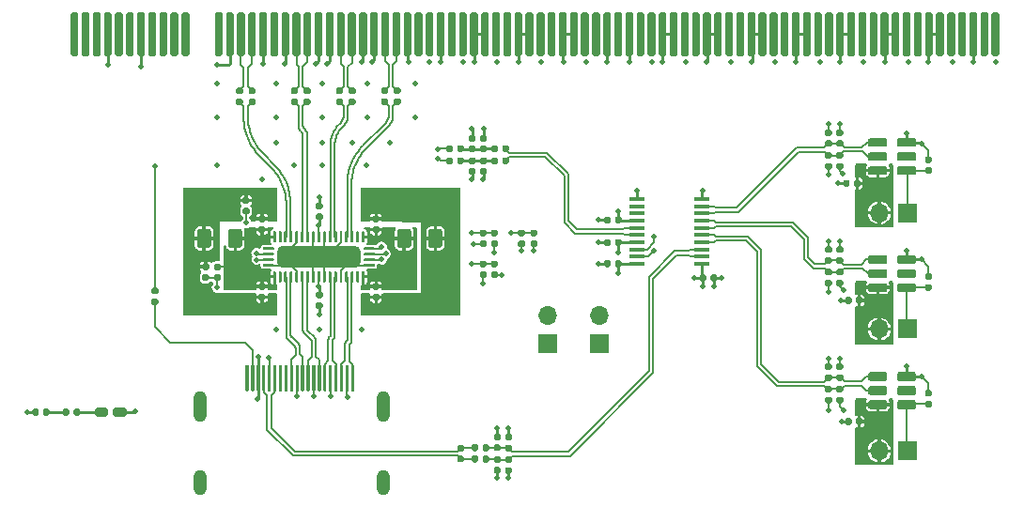
<source format=gbr>
G04 #@! TF.GenerationSoftware,KiCad,Pcbnew,(5.99.0-2858-ga3fc028c9b)*
G04 #@! TF.CreationDate,2020-08-26T16:16:24+02:00*
G04 #@! TF.ProjectId,EDSCH0002-V2-A,45445343-4830-4303-9032-2d56322d412e,V2.0*
G04 #@! TF.SameCoordinates,PX3235458PY54a6c6c*
G04 #@! TF.FileFunction,Copper,L1,Top*
G04 #@! TF.FilePolarity,Positive*
%FSLAX46Y46*%
G04 Gerber Fmt 4.6, Leading zero omitted, Abs format (unit mm)*
G04 Created by KiCad (PCBNEW (5.99.0-2858-ga3fc028c9b)) date 2020-08-26 16:16:25*
%MOMM*%
%LPD*%
G01*
G04 APERTURE LIST*
G04 #@! TA.AperFunction,ComponentPad*
%ADD10R,1.700000X1.700000*%
G04 #@! TD*
G04 #@! TA.AperFunction,ComponentPad*
%ADD11O,1.700000X1.700000*%
G04 #@! TD*
G04 #@! TA.AperFunction,SMDPad,CuDef*
%ADD12R,1.450000X0.450000*%
G04 #@! TD*
G04 #@! TA.AperFunction,ComponentPad*
%ADD13C,0.500000*%
G04 #@! TD*
G04 #@! TA.AperFunction,ComponentPad*
%ADD14O,1.200000X2.800000*%
G04 #@! TD*
G04 #@! TA.AperFunction,ComponentPad*
%ADD15O,1.200000X2.300000*%
G04 #@! TD*
G04 #@! TA.AperFunction,ViaPad*
%ADD16C,0.500000*%
G04 #@! TD*
G04 #@! TA.AperFunction,Conductor*
%ADD17C,0.200000*%
G04 #@! TD*
G04 #@! TA.AperFunction,Conductor*
%ADD18C,0.250000*%
G04 #@! TD*
G04 #@! TA.AperFunction,Conductor*
%ADD19C,0.150000*%
G04 #@! TD*
G04 APERTURE END LIST*
G04 #@! TA.AperFunction,SMDPad,CuDef*
G36*
G01*
X29094500Y40051000D02*
X29439500Y40051000D01*
G75*
G02*
X29587000Y39903500I0J-147500D01*
G01*
X29587000Y39608500D01*
G75*
G02*
X29439500Y39461000I-147500J0D01*
G01*
X29094500Y39461000D01*
G75*
G02*
X28947000Y39608500I0J147500D01*
G01*
X28947000Y39903500D01*
G75*
G02*
X29094500Y40051000I147500J0D01*
G01*
G37*
G04 #@! TD.AperFunction*
G04 #@! TA.AperFunction,SMDPad,CuDef*
G36*
G01*
X29094500Y39081000D02*
X29439500Y39081000D01*
G75*
G02*
X29587000Y38933500I0J-147500D01*
G01*
X29587000Y38638500D01*
G75*
G02*
X29439500Y38491000I-147500J0D01*
G01*
X29094500Y38491000D01*
G75*
G02*
X28947000Y38638500I0J147500D01*
G01*
X28947000Y38933500D01*
G75*
G02*
X29094500Y39081000I147500J0D01*
G01*
G37*
G04 #@! TD.AperFunction*
G04 #@! TA.AperFunction,SMDPad,CuDef*
G36*
G01*
X30237500Y40051000D02*
X30582500Y40051000D01*
G75*
G02*
X30730000Y39903500I0J-147500D01*
G01*
X30730000Y39608500D01*
G75*
G02*
X30582500Y39461000I-147500J0D01*
G01*
X30237500Y39461000D01*
G75*
G02*
X30090000Y39608500I0J147500D01*
G01*
X30090000Y39903500D01*
G75*
G02*
X30237500Y40051000I147500J0D01*
G01*
G37*
G04 #@! TD.AperFunction*
G04 #@! TA.AperFunction,SMDPad,CuDef*
G36*
G01*
X30237500Y39081000D02*
X30582500Y39081000D01*
G75*
G02*
X30730000Y38933500I0J-147500D01*
G01*
X30730000Y38638500D01*
G75*
G02*
X30582500Y38491000I-147500J0D01*
G01*
X30237500Y38491000D01*
G75*
G02*
X30090000Y38638500I0J147500D01*
G01*
X30090000Y38933500D01*
G75*
G02*
X30237500Y39081000I147500J0D01*
G01*
G37*
G04 #@! TD.AperFunction*
G04 #@! TA.AperFunction,SMDPad,CuDef*
G36*
G01*
X34047500Y40051000D02*
X34392500Y40051000D01*
G75*
G02*
X34540000Y39903500I0J-147500D01*
G01*
X34540000Y39608500D01*
G75*
G02*
X34392500Y39461000I-147500J0D01*
G01*
X34047500Y39461000D01*
G75*
G02*
X33900000Y39608500I0J147500D01*
G01*
X33900000Y39903500D01*
G75*
G02*
X34047500Y40051000I147500J0D01*
G01*
G37*
G04 #@! TD.AperFunction*
G04 #@! TA.AperFunction,SMDPad,CuDef*
G36*
G01*
X34047500Y39081000D02*
X34392500Y39081000D01*
G75*
G02*
X34540000Y38933500I0J-147500D01*
G01*
X34540000Y38638500D01*
G75*
G02*
X34392500Y38491000I-147500J0D01*
G01*
X34047500Y38491000D01*
G75*
G02*
X33900000Y38638500I0J147500D01*
G01*
X33900000Y38933500D01*
G75*
G02*
X34047500Y39081000I147500J0D01*
G01*
G37*
G04 #@! TD.AperFunction*
G04 #@! TA.AperFunction,SMDPad,CuDef*
G36*
G01*
X35190500Y40051000D02*
X35535500Y40051000D01*
G75*
G02*
X35683000Y39903500I0J-147500D01*
G01*
X35683000Y39608500D01*
G75*
G02*
X35535500Y39461000I-147500J0D01*
G01*
X35190500Y39461000D01*
G75*
G02*
X35043000Y39608500I0J147500D01*
G01*
X35043000Y39903500D01*
G75*
G02*
X35190500Y40051000I147500J0D01*
G01*
G37*
G04 #@! TD.AperFunction*
G04 #@! TA.AperFunction,SMDPad,CuDef*
G36*
G01*
X35190500Y39081000D02*
X35535500Y39081000D01*
G75*
G02*
X35683000Y38933500I0J-147500D01*
G01*
X35683000Y38638500D01*
G75*
G02*
X35535500Y38491000I-147500J0D01*
G01*
X35190500Y38491000D01*
G75*
G02*
X35043000Y38638500I0J147500D01*
G01*
X35043000Y38933500D01*
G75*
G02*
X35190500Y39081000I147500J0D01*
G01*
G37*
G04 #@! TD.AperFunction*
G04 #@! TA.AperFunction,SMDPad,CuDef*
G36*
G01*
X38111500Y40051000D02*
X38456500Y40051000D01*
G75*
G02*
X38604000Y39903500I0J-147500D01*
G01*
X38604000Y39608500D01*
G75*
G02*
X38456500Y39461000I-147500J0D01*
G01*
X38111500Y39461000D01*
G75*
G02*
X37964000Y39608500I0J147500D01*
G01*
X37964000Y39903500D01*
G75*
G02*
X38111500Y40051000I147500J0D01*
G01*
G37*
G04 #@! TD.AperFunction*
G04 #@! TA.AperFunction,SMDPad,CuDef*
G36*
G01*
X38111500Y39081000D02*
X38456500Y39081000D01*
G75*
G02*
X38604000Y38933500I0J-147500D01*
G01*
X38604000Y38638500D01*
G75*
G02*
X38456500Y38491000I-147500J0D01*
G01*
X38111500Y38491000D01*
G75*
G02*
X37964000Y38638500I0J147500D01*
G01*
X37964000Y38933500D01*
G75*
G02*
X38111500Y39081000I147500J0D01*
G01*
G37*
G04 #@! TD.AperFunction*
G04 #@! TA.AperFunction,SMDPad,CuDef*
G36*
G01*
X39254500Y40051000D02*
X39599500Y40051000D01*
G75*
G02*
X39747000Y39903500I0J-147500D01*
G01*
X39747000Y39608500D01*
G75*
G02*
X39599500Y39461000I-147500J0D01*
G01*
X39254500Y39461000D01*
G75*
G02*
X39107000Y39608500I0J147500D01*
G01*
X39107000Y39903500D01*
G75*
G02*
X39254500Y40051000I147500J0D01*
G01*
G37*
G04 #@! TD.AperFunction*
G04 #@! TA.AperFunction,SMDPad,CuDef*
G36*
G01*
X39254500Y39081000D02*
X39599500Y39081000D01*
G75*
G02*
X39747000Y38933500I0J-147500D01*
G01*
X39747000Y38638500D01*
G75*
G02*
X39599500Y38491000I-147500J0D01*
G01*
X39254500Y38491000D01*
G75*
G02*
X39107000Y38638500I0J147500D01*
G01*
X39107000Y38933500D01*
G75*
G02*
X39254500Y39081000I147500J0D01*
G01*
G37*
G04 #@! TD.AperFunction*
G04 #@! TA.AperFunction,SMDPad,CuDef*
G36*
G01*
X42175500Y40074000D02*
X42520500Y40074000D01*
G75*
G02*
X42668000Y39926500I0J-147500D01*
G01*
X42668000Y39631500D01*
G75*
G02*
X42520500Y39484000I-147500J0D01*
G01*
X42175500Y39484000D01*
G75*
G02*
X42028000Y39631500I0J147500D01*
G01*
X42028000Y39926500D01*
G75*
G02*
X42175500Y40074000I147500J0D01*
G01*
G37*
G04 #@! TD.AperFunction*
G04 #@! TA.AperFunction,SMDPad,CuDef*
G36*
G01*
X42175500Y39104000D02*
X42520500Y39104000D01*
G75*
G02*
X42668000Y38956500I0J-147500D01*
G01*
X42668000Y38661500D01*
G75*
G02*
X42520500Y38514000I-147500J0D01*
G01*
X42175500Y38514000D01*
G75*
G02*
X42028000Y38661500I0J147500D01*
G01*
X42028000Y38956500D01*
G75*
G02*
X42175500Y39104000I147500J0D01*
G01*
G37*
G04 #@! TD.AperFunction*
G04 #@! TA.AperFunction,SMDPad,CuDef*
G36*
G01*
X43318500Y40074000D02*
X43663500Y40074000D01*
G75*
G02*
X43811000Y39926500I0J-147500D01*
G01*
X43811000Y39631500D01*
G75*
G02*
X43663500Y39484000I-147500J0D01*
G01*
X43318500Y39484000D01*
G75*
G02*
X43171000Y39631500I0J147500D01*
G01*
X43171000Y39926500D01*
G75*
G02*
X43318500Y40074000I147500J0D01*
G01*
G37*
G04 #@! TD.AperFunction*
G04 #@! TA.AperFunction,SMDPad,CuDef*
G36*
G01*
X43318500Y39104000D02*
X43663500Y39104000D01*
G75*
G02*
X43811000Y38956500I0J-147500D01*
G01*
X43811000Y38661500D01*
G75*
G02*
X43663500Y38514000I-147500J0D01*
G01*
X43318500Y38514000D01*
G75*
G02*
X43171000Y38661500I0J147500D01*
G01*
X43171000Y38956500D01*
G75*
G02*
X43318500Y39104000I147500J0D01*
G01*
G37*
G04 #@! TD.AperFunction*
G04 #@! TA.AperFunction,SMDPad,CuDef*
G36*
G01*
X83859000Y9784500D02*
X83859000Y10129500D01*
G75*
G02*
X84006500Y10277000I147500J0D01*
G01*
X84301500Y10277000D01*
G75*
G02*
X84449000Y10129500I0J-147500D01*
G01*
X84449000Y9784500D01*
G75*
G02*
X84301500Y9637000I-147500J0D01*
G01*
X84006500Y9637000D01*
G75*
G02*
X83859000Y9784500I0J147500D01*
G01*
G37*
G04 #@! TD.AperFunction*
G04 #@! TA.AperFunction,SMDPad,CuDef*
G36*
G01*
X84829000Y9784500D02*
X84829000Y10129500D01*
G75*
G02*
X84976500Y10277000I147500J0D01*
G01*
X85271500Y10277000D01*
G75*
G02*
X85419000Y10129500I0J-147500D01*
G01*
X85419000Y9784500D01*
G75*
G02*
X85271500Y9637000I-147500J0D01*
G01*
X84976500Y9637000D01*
G75*
G02*
X84829000Y9784500I0J147500D01*
G01*
G37*
G04 #@! TD.AperFunction*
G04 #@! TA.AperFunction,SMDPad,CuDef*
G36*
G01*
X83859000Y20706500D02*
X83859000Y21051500D01*
G75*
G02*
X84006500Y21199000I147500J0D01*
G01*
X84301500Y21199000D01*
G75*
G02*
X84449000Y21051500I0J-147500D01*
G01*
X84449000Y20706500D01*
G75*
G02*
X84301500Y20559000I-147500J0D01*
G01*
X84006500Y20559000D01*
G75*
G02*
X83859000Y20706500I0J147500D01*
G01*
G37*
G04 #@! TD.AperFunction*
G04 #@! TA.AperFunction,SMDPad,CuDef*
G36*
G01*
X84829000Y20706500D02*
X84829000Y21051500D01*
G75*
G02*
X84976500Y21199000I147500J0D01*
G01*
X85271500Y21199000D01*
G75*
G02*
X85419000Y21051500I0J-147500D01*
G01*
X85419000Y20706500D01*
G75*
G02*
X85271500Y20559000I-147500J0D01*
G01*
X84976500Y20559000D01*
G75*
G02*
X84829000Y20706500I0J147500D01*
G01*
G37*
G04 #@! TD.AperFunction*
G04 #@! TA.AperFunction,SMDPad,CuDef*
G36*
G01*
X83683999Y31247500D02*
X83683999Y31592500D01*
G75*
G02*
X83831499Y31740000I147500J0D01*
G01*
X84126499Y31740000D01*
G75*
G02*
X84273999Y31592500I0J-147500D01*
G01*
X84273999Y31247500D01*
G75*
G02*
X84126499Y31100000I-147500J0D01*
G01*
X83831499Y31100000D01*
G75*
G02*
X83683999Y31247500I0J147500D01*
G01*
G37*
G04 #@! TD.AperFunction*
G04 #@! TA.AperFunction,SMDPad,CuDef*
G36*
G01*
X84653999Y31247500D02*
X84653999Y31592500D01*
G75*
G02*
X84801499Y31740000I147500J0D01*
G01*
X85096499Y31740000D01*
G75*
G02*
X85243999Y31592500I0J-147500D01*
G01*
X85243999Y31247500D01*
G75*
G02*
X85096499Y31100000I-147500J0D01*
G01*
X84801499Y31100000D01*
G75*
G02*
X84653999Y31247500I0J147500D01*
G01*
G37*
G04 #@! TD.AperFunction*
G04 #@! TA.AperFunction,SMDPad,CuDef*
G36*
G01*
X51764000Y6746500D02*
X51764000Y6401500D01*
G75*
G02*
X51616500Y6254000I-147500J0D01*
G01*
X51321500Y6254000D01*
G75*
G02*
X51174000Y6401500I0J147500D01*
G01*
X51174000Y6746500D01*
G75*
G02*
X51321500Y6894000I147500J0D01*
G01*
X51616500Y6894000D01*
G75*
G02*
X51764000Y6746500I0J-147500D01*
G01*
G37*
G04 #@! TD.AperFunction*
G04 #@! TA.AperFunction,SMDPad,CuDef*
G36*
G01*
X50794000Y6746500D02*
X50794000Y6401500D01*
G75*
G02*
X50646500Y6254000I-147500J0D01*
G01*
X50351500Y6254000D01*
G75*
G02*
X50204000Y6401500I0J147500D01*
G01*
X50204000Y6746500D01*
G75*
G02*
X50351500Y6894000I147500J0D01*
G01*
X50646500Y6894000D01*
G75*
G02*
X50794000Y6746500I0J-147500D01*
G01*
G37*
G04 #@! TD.AperFunction*
G04 #@! TA.AperFunction,SMDPad,CuDef*
G36*
G01*
X51764000Y7762500D02*
X51764000Y7417500D01*
G75*
G02*
X51616500Y7270000I-147500J0D01*
G01*
X51321500Y7270000D01*
G75*
G02*
X51174000Y7417500I0J147500D01*
G01*
X51174000Y7762500D01*
G75*
G02*
X51321500Y7910000I147500J0D01*
G01*
X51616500Y7910000D01*
G75*
G02*
X51764000Y7762500I0J-147500D01*
G01*
G37*
G04 #@! TD.AperFunction*
G04 #@! TA.AperFunction,SMDPad,CuDef*
G36*
G01*
X50794000Y7762500D02*
X50794000Y7417500D01*
G75*
G02*
X50646500Y7270000I-147500J0D01*
G01*
X50351500Y7270000D01*
G75*
G02*
X50204000Y7417500I0J147500D01*
G01*
X50204000Y7762500D01*
G75*
G02*
X50351500Y7910000I147500J0D01*
G01*
X50646500Y7910000D01*
G75*
G02*
X50794000Y7762500I0J-147500D01*
G01*
G37*
G04 #@! TD.AperFunction*
G04 #@! TA.AperFunction,SMDPad,CuDef*
G36*
G01*
X70755000Y22738500D02*
X70755000Y23083500D01*
G75*
G02*
X70902500Y23231000I147500J0D01*
G01*
X71197500Y23231000D01*
G75*
G02*
X71345000Y23083500I0J-147500D01*
G01*
X71345000Y22738500D01*
G75*
G02*
X71197500Y22591000I-147500J0D01*
G01*
X70902500Y22591000D01*
G75*
G02*
X70755000Y22738500I0J147500D01*
G01*
G37*
G04 #@! TD.AperFunction*
G04 #@! TA.AperFunction,SMDPad,CuDef*
G36*
G01*
X71725000Y22738500D02*
X71725000Y23083500D01*
G75*
G02*
X71872500Y23231000I147500J0D01*
G01*
X72167500Y23231000D01*
G75*
G02*
X72315000Y23083500I0J-147500D01*
G01*
X72315000Y22738500D01*
G75*
G02*
X72167500Y22591000I-147500J0D01*
G01*
X71872500Y22591000D01*
G75*
G02*
X71725000Y22738500I0J147500D01*
G01*
G37*
G04 #@! TD.AperFunction*
G04 #@! TA.AperFunction,SMDPad,CuDef*
G36*
G01*
X63702000Y26258500D02*
X63702000Y25913500D01*
G75*
G02*
X63554500Y25766000I-147500J0D01*
G01*
X63259500Y25766000D01*
G75*
G02*
X63112000Y25913500I0J147500D01*
G01*
X63112000Y26258500D01*
G75*
G02*
X63259500Y26406000I147500J0D01*
G01*
X63554500Y26406000D01*
G75*
G02*
X63702000Y26258500I0J-147500D01*
G01*
G37*
G04 #@! TD.AperFunction*
G04 #@! TA.AperFunction,SMDPad,CuDef*
G36*
G01*
X62732000Y26258500D02*
X62732000Y25913500D01*
G75*
G02*
X62584500Y25766000I-147500J0D01*
G01*
X62289500Y25766000D01*
G75*
G02*
X62142000Y25913500I0J147500D01*
G01*
X62142000Y26258500D01*
G75*
G02*
X62289500Y26406000I147500J0D01*
G01*
X62584500Y26406000D01*
G75*
G02*
X62732000Y26258500I0J-147500D01*
G01*
G37*
G04 #@! TD.AperFunction*
G04 #@! TA.AperFunction,SMDPad,CuDef*
G36*
G01*
X63702000Y24353500D02*
X63702000Y24008500D01*
G75*
G02*
X63554500Y23861000I-147500J0D01*
G01*
X63259500Y23861000D01*
G75*
G02*
X63112000Y24008500I0J147500D01*
G01*
X63112000Y24353500D01*
G75*
G02*
X63259500Y24501000I147500J0D01*
G01*
X63554500Y24501000D01*
G75*
G02*
X63702000Y24353500I0J-147500D01*
G01*
G37*
G04 #@! TD.AperFunction*
G04 #@! TA.AperFunction,SMDPad,CuDef*
G36*
G01*
X62732000Y24353500D02*
X62732000Y24008500D01*
G75*
G02*
X62584500Y23861000I-147500J0D01*
G01*
X62289500Y23861000D01*
G75*
G02*
X62142000Y24008500I0J147500D01*
G01*
X62142000Y24353500D01*
G75*
G02*
X62289500Y24501000I147500J0D01*
G01*
X62584500Y24501000D01*
G75*
G02*
X62732000Y24353500I0J-147500D01*
G01*
G37*
G04 #@! TD.AperFunction*
G04 #@! TA.AperFunction,SMDPad,CuDef*
G36*
G01*
X63702000Y28290500D02*
X63702000Y27945500D01*
G75*
G02*
X63554500Y27798000I-147500J0D01*
G01*
X63259500Y27798000D01*
G75*
G02*
X63112000Y27945500I0J147500D01*
G01*
X63112000Y28290500D01*
G75*
G02*
X63259500Y28438000I147500J0D01*
G01*
X63554500Y28438000D01*
G75*
G02*
X63702000Y28290500I0J-147500D01*
G01*
G37*
G04 #@! TD.AperFunction*
G04 #@! TA.AperFunction,SMDPad,CuDef*
G36*
G01*
X62732000Y28290500D02*
X62732000Y27945500D01*
G75*
G02*
X62584500Y27798000I-147500J0D01*
G01*
X62289500Y27798000D01*
G75*
G02*
X62142000Y27945500I0J147500D01*
G01*
X62142000Y28290500D01*
G75*
G02*
X62289500Y28438000I147500J0D01*
G01*
X62584500Y28438000D01*
G75*
G02*
X62732000Y28290500I0J-147500D01*
G01*
G37*
G04 #@! TD.AperFunction*
G04 #@! TA.AperFunction,SMDPad,CuDef*
G36*
G01*
X14058000Y43051000D02*
X14058000Y46701000D01*
G75*
G02*
X14233000Y46876000I175000J0D01*
G01*
X14583000Y46876000D01*
G75*
G02*
X14758000Y46701000I0J-175000D01*
G01*
X14758000Y43051000D01*
G75*
G02*
X14583000Y42876000I-175000J0D01*
G01*
X14233000Y42876000D01*
G75*
G02*
X14058000Y43051000I0J175000D01*
G01*
G37*
G04 #@! TD.AperFunction*
G04 #@! TA.AperFunction,SMDPad,CuDef*
G36*
G01*
X15058000Y43051000D02*
X15058000Y46701000D01*
G75*
G02*
X15233000Y46876000I175000J0D01*
G01*
X15583000Y46876000D01*
G75*
G02*
X15758000Y46701000I0J-175000D01*
G01*
X15758000Y43051000D01*
G75*
G02*
X15583000Y42876000I-175000J0D01*
G01*
X15233000Y42876000D01*
G75*
G02*
X15058000Y43051000I0J175000D01*
G01*
G37*
G04 #@! TD.AperFunction*
G04 #@! TA.AperFunction,SMDPad,CuDef*
G36*
G01*
X16058000Y43051000D02*
X16058000Y46701000D01*
G75*
G02*
X16233000Y46876000I175000J0D01*
G01*
X16583000Y46876000D01*
G75*
G02*
X16758000Y46701000I0J-175000D01*
G01*
X16758000Y43051000D01*
G75*
G02*
X16583000Y42876000I-175000J0D01*
G01*
X16233000Y42876000D01*
G75*
G02*
X16058000Y43051000I0J175000D01*
G01*
G37*
G04 #@! TD.AperFunction*
G04 #@! TA.AperFunction,SMDPad,CuDef*
G36*
G01*
X17058000Y43051000D02*
X17058000Y46701000D01*
G75*
G02*
X17233000Y46876000I175000J0D01*
G01*
X17583000Y46876000D01*
G75*
G02*
X17758000Y46701000I0J-175000D01*
G01*
X17758000Y43051000D01*
G75*
G02*
X17583000Y42876000I-175000J0D01*
G01*
X17233000Y42876000D01*
G75*
G02*
X17058000Y43051000I0J175000D01*
G01*
G37*
G04 #@! TD.AperFunction*
G04 #@! TA.AperFunction,SMDPad,CuDef*
G36*
G01*
X18058000Y43051000D02*
X18058000Y46701000D01*
G75*
G02*
X18233000Y46876000I175000J0D01*
G01*
X18583000Y46876000D01*
G75*
G02*
X18758000Y46701000I0J-175000D01*
G01*
X18758000Y43051000D01*
G75*
G02*
X18583000Y42876000I-175000J0D01*
G01*
X18233000Y42876000D01*
G75*
G02*
X18058000Y43051000I0J175000D01*
G01*
G37*
G04 #@! TD.AperFunction*
G04 #@! TA.AperFunction,SMDPad,CuDef*
G36*
G01*
X19058000Y43051000D02*
X19058000Y46701000D01*
G75*
G02*
X19233000Y46876000I175000J0D01*
G01*
X19583000Y46876000D01*
G75*
G02*
X19758000Y46701000I0J-175000D01*
G01*
X19758000Y43051000D01*
G75*
G02*
X19583000Y42876000I-175000J0D01*
G01*
X19233000Y42876000D01*
G75*
G02*
X19058000Y43051000I0J175000D01*
G01*
G37*
G04 #@! TD.AperFunction*
G04 #@! TA.AperFunction,SMDPad,CuDef*
G36*
G01*
X20058000Y43051000D02*
X20058000Y46701000D01*
G75*
G02*
X20233000Y46876000I175000J0D01*
G01*
X20583000Y46876000D01*
G75*
G02*
X20758000Y46701000I0J-175000D01*
G01*
X20758000Y43051000D01*
G75*
G02*
X20583000Y42876000I-175000J0D01*
G01*
X20233000Y42876000D01*
G75*
G02*
X20058000Y43051000I0J175000D01*
G01*
G37*
G04 #@! TD.AperFunction*
G04 #@! TA.AperFunction,SMDPad,CuDef*
G36*
G01*
X21058000Y43051000D02*
X21058000Y46701000D01*
G75*
G02*
X21233000Y46876000I175000J0D01*
G01*
X21583000Y46876000D01*
G75*
G02*
X21758000Y46701000I0J-175000D01*
G01*
X21758000Y43051000D01*
G75*
G02*
X21583000Y42876000I-175000J0D01*
G01*
X21233000Y42876000D01*
G75*
G02*
X21058000Y43051000I0J175000D01*
G01*
G37*
G04 #@! TD.AperFunction*
G04 #@! TA.AperFunction,SMDPad,CuDef*
G36*
G01*
X22058000Y43051000D02*
X22058000Y46701000D01*
G75*
G02*
X22233000Y46876000I175000J0D01*
G01*
X22583000Y46876000D01*
G75*
G02*
X22758000Y46701000I0J-175000D01*
G01*
X22758000Y43051000D01*
G75*
G02*
X22583000Y42876000I-175000J0D01*
G01*
X22233000Y42876000D01*
G75*
G02*
X22058000Y43051000I0J175000D01*
G01*
G37*
G04 #@! TD.AperFunction*
G04 #@! TA.AperFunction,SMDPad,CuDef*
G36*
G01*
X23058000Y43051000D02*
X23058000Y46701000D01*
G75*
G02*
X23233000Y46876000I175000J0D01*
G01*
X23583000Y46876000D01*
G75*
G02*
X23758000Y46701000I0J-175000D01*
G01*
X23758000Y43051000D01*
G75*
G02*
X23583000Y42876000I-175000J0D01*
G01*
X23233000Y42876000D01*
G75*
G02*
X23058000Y43051000I0J175000D01*
G01*
G37*
G04 #@! TD.AperFunction*
G04 #@! TA.AperFunction,SMDPad,CuDef*
G36*
G01*
X24058000Y43051000D02*
X24058000Y46701000D01*
G75*
G02*
X24233000Y46876000I175000J0D01*
G01*
X24583000Y46876000D01*
G75*
G02*
X24758000Y46701000I0J-175000D01*
G01*
X24758000Y43051000D01*
G75*
G02*
X24583000Y42876000I-175000J0D01*
G01*
X24233000Y42876000D01*
G75*
G02*
X24058000Y43051000I0J175000D01*
G01*
G37*
G04 #@! TD.AperFunction*
G04 #@! TA.AperFunction,SMDPad,CuDef*
G36*
G01*
X27058000Y43051000D02*
X27058000Y46701000D01*
G75*
G02*
X27233000Y46876000I175000J0D01*
G01*
X27583000Y46876000D01*
G75*
G02*
X27758000Y46701000I0J-175000D01*
G01*
X27758000Y43051000D01*
G75*
G02*
X27583000Y42876000I-175000J0D01*
G01*
X27233000Y42876000D01*
G75*
G02*
X27058000Y43051000I0J175000D01*
G01*
G37*
G04 #@! TD.AperFunction*
G04 #@! TA.AperFunction,SMDPad,CuDef*
G36*
G01*
X28058000Y43051000D02*
X28058000Y46701000D01*
G75*
G02*
X28233000Y46876000I175000J0D01*
G01*
X28583000Y46876000D01*
G75*
G02*
X28758000Y46701000I0J-175000D01*
G01*
X28758000Y43051000D01*
G75*
G02*
X28583000Y42876000I-175000J0D01*
G01*
X28233000Y42876000D01*
G75*
G02*
X28058000Y43051000I0J175000D01*
G01*
G37*
G04 #@! TD.AperFunction*
G04 #@! TA.AperFunction,SMDPad,CuDef*
G36*
G01*
X29058000Y43051000D02*
X29058000Y46701000D01*
G75*
G02*
X29233000Y46876000I175000J0D01*
G01*
X29583000Y46876000D01*
G75*
G02*
X29758000Y46701000I0J-175000D01*
G01*
X29758000Y43051000D01*
G75*
G02*
X29583000Y42876000I-175000J0D01*
G01*
X29233000Y42876000D01*
G75*
G02*
X29058000Y43051000I0J175000D01*
G01*
G37*
G04 #@! TD.AperFunction*
G04 #@! TA.AperFunction,SMDPad,CuDef*
G36*
G01*
X30058000Y43051000D02*
X30058000Y46701000D01*
G75*
G02*
X30233000Y46876000I175000J0D01*
G01*
X30583000Y46876000D01*
G75*
G02*
X30758000Y46701000I0J-175000D01*
G01*
X30758000Y43051000D01*
G75*
G02*
X30583000Y42876000I-175000J0D01*
G01*
X30233000Y42876000D01*
G75*
G02*
X30058000Y43051000I0J175000D01*
G01*
G37*
G04 #@! TD.AperFunction*
G04 #@! TA.AperFunction,SMDPad,CuDef*
G36*
G01*
X31058000Y43051000D02*
X31058000Y46701000D01*
G75*
G02*
X31233000Y46876000I175000J0D01*
G01*
X31583000Y46876000D01*
G75*
G02*
X31758000Y46701000I0J-175000D01*
G01*
X31758000Y43051000D01*
G75*
G02*
X31583000Y42876000I-175000J0D01*
G01*
X31233000Y42876000D01*
G75*
G02*
X31058000Y43051000I0J175000D01*
G01*
G37*
G04 #@! TD.AperFunction*
G04 #@! TA.AperFunction,SMDPad,CuDef*
G36*
G01*
X32058000Y43051000D02*
X32058000Y46701000D01*
G75*
G02*
X32233000Y46876000I175000J0D01*
G01*
X32583000Y46876000D01*
G75*
G02*
X32758000Y46701000I0J-175000D01*
G01*
X32758000Y43051000D01*
G75*
G02*
X32583000Y42876000I-175000J0D01*
G01*
X32233000Y42876000D01*
G75*
G02*
X32058000Y43051000I0J175000D01*
G01*
G37*
G04 #@! TD.AperFunction*
G04 #@! TA.AperFunction,SMDPad,CuDef*
G36*
G01*
X33058000Y43051000D02*
X33058000Y46701000D01*
G75*
G02*
X33233000Y46876000I175000J0D01*
G01*
X33583000Y46876000D01*
G75*
G02*
X33758000Y46701000I0J-175000D01*
G01*
X33758000Y43051000D01*
G75*
G02*
X33583000Y42876000I-175000J0D01*
G01*
X33233000Y42876000D01*
G75*
G02*
X33058000Y43051000I0J175000D01*
G01*
G37*
G04 #@! TD.AperFunction*
G04 #@! TA.AperFunction,SMDPad,CuDef*
G36*
G01*
X34058000Y43051000D02*
X34058000Y46701000D01*
G75*
G02*
X34233000Y46876000I175000J0D01*
G01*
X34583000Y46876000D01*
G75*
G02*
X34758000Y46701000I0J-175000D01*
G01*
X34758000Y43051000D01*
G75*
G02*
X34583000Y42876000I-175000J0D01*
G01*
X34233000Y42876000D01*
G75*
G02*
X34058000Y43051000I0J175000D01*
G01*
G37*
G04 #@! TD.AperFunction*
G04 #@! TA.AperFunction,SMDPad,CuDef*
G36*
G01*
X35058000Y43051000D02*
X35058000Y46701000D01*
G75*
G02*
X35233000Y46876000I175000J0D01*
G01*
X35583000Y46876000D01*
G75*
G02*
X35758000Y46701000I0J-175000D01*
G01*
X35758000Y43051000D01*
G75*
G02*
X35583000Y42876000I-175000J0D01*
G01*
X35233000Y42876000D01*
G75*
G02*
X35058000Y43051000I0J175000D01*
G01*
G37*
G04 #@! TD.AperFunction*
G04 #@! TA.AperFunction,SMDPad,CuDef*
G36*
G01*
X36058000Y43051000D02*
X36058000Y46701000D01*
G75*
G02*
X36233000Y46876000I175000J0D01*
G01*
X36583000Y46876000D01*
G75*
G02*
X36758000Y46701000I0J-175000D01*
G01*
X36758000Y43051000D01*
G75*
G02*
X36583000Y42876000I-175000J0D01*
G01*
X36233000Y42876000D01*
G75*
G02*
X36058000Y43051000I0J175000D01*
G01*
G37*
G04 #@! TD.AperFunction*
G04 #@! TA.AperFunction,SMDPad,CuDef*
G36*
G01*
X37058000Y43051000D02*
X37058000Y46701000D01*
G75*
G02*
X37233000Y46876000I175000J0D01*
G01*
X37583000Y46876000D01*
G75*
G02*
X37758000Y46701000I0J-175000D01*
G01*
X37758000Y43051000D01*
G75*
G02*
X37583000Y42876000I-175000J0D01*
G01*
X37233000Y42876000D01*
G75*
G02*
X37058000Y43051000I0J175000D01*
G01*
G37*
G04 #@! TD.AperFunction*
G04 #@! TA.AperFunction,SMDPad,CuDef*
G36*
G01*
X38058000Y43051000D02*
X38058000Y46701000D01*
G75*
G02*
X38233000Y46876000I175000J0D01*
G01*
X38583000Y46876000D01*
G75*
G02*
X38758000Y46701000I0J-175000D01*
G01*
X38758000Y43051000D01*
G75*
G02*
X38583000Y42876000I-175000J0D01*
G01*
X38233000Y42876000D01*
G75*
G02*
X38058000Y43051000I0J175000D01*
G01*
G37*
G04 #@! TD.AperFunction*
G04 #@! TA.AperFunction,SMDPad,CuDef*
G36*
G01*
X39058000Y43051000D02*
X39058000Y46701000D01*
G75*
G02*
X39233000Y46876000I175000J0D01*
G01*
X39583000Y46876000D01*
G75*
G02*
X39758000Y46701000I0J-175000D01*
G01*
X39758000Y43051000D01*
G75*
G02*
X39583000Y42876000I-175000J0D01*
G01*
X39233000Y42876000D01*
G75*
G02*
X39058000Y43051000I0J175000D01*
G01*
G37*
G04 #@! TD.AperFunction*
G04 #@! TA.AperFunction,SMDPad,CuDef*
G36*
G01*
X40058000Y43051000D02*
X40058000Y46701000D01*
G75*
G02*
X40233000Y46876000I175000J0D01*
G01*
X40583000Y46876000D01*
G75*
G02*
X40758000Y46701000I0J-175000D01*
G01*
X40758000Y43051000D01*
G75*
G02*
X40583000Y42876000I-175000J0D01*
G01*
X40233000Y42876000D01*
G75*
G02*
X40058000Y43051000I0J175000D01*
G01*
G37*
G04 #@! TD.AperFunction*
G04 #@! TA.AperFunction,SMDPad,CuDef*
G36*
G01*
X41058000Y43051000D02*
X41058000Y46701000D01*
G75*
G02*
X41233000Y46876000I175000J0D01*
G01*
X41583000Y46876000D01*
G75*
G02*
X41758000Y46701000I0J-175000D01*
G01*
X41758000Y43051000D01*
G75*
G02*
X41583000Y42876000I-175000J0D01*
G01*
X41233000Y42876000D01*
G75*
G02*
X41058000Y43051000I0J175000D01*
G01*
G37*
G04 #@! TD.AperFunction*
G04 #@! TA.AperFunction,SMDPad,CuDef*
G36*
G01*
X42058000Y43051000D02*
X42058000Y46701000D01*
G75*
G02*
X42233000Y46876000I175000J0D01*
G01*
X42583000Y46876000D01*
G75*
G02*
X42758000Y46701000I0J-175000D01*
G01*
X42758000Y43051000D01*
G75*
G02*
X42583000Y42876000I-175000J0D01*
G01*
X42233000Y42876000D01*
G75*
G02*
X42058000Y43051000I0J175000D01*
G01*
G37*
G04 #@! TD.AperFunction*
G04 #@! TA.AperFunction,SMDPad,CuDef*
G36*
G01*
X43058000Y43051000D02*
X43058000Y46701000D01*
G75*
G02*
X43233000Y46876000I175000J0D01*
G01*
X43583000Y46876000D01*
G75*
G02*
X43758000Y46701000I0J-175000D01*
G01*
X43758000Y43051000D01*
G75*
G02*
X43583000Y42876000I-175000J0D01*
G01*
X43233000Y42876000D01*
G75*
G02*
X43058000Y43051000I0J175000D01*
G01*
G37*
G04 #@! TD.AperFunction*
G04 #@! TA.AperFunction,SMDPad,CuDef*
G36*
G01*
X44058000Y43051000D02*
X44058000Y46701000D01*
G75*
G02*
X44233000Y46876000I175000J0D01*
G01*
X44583000Y46876000D01*
G75*
G02*
X44758000Y46701000I0J-175000D01*
G01*
X44758000Y43051000D01*
G75*
G02*
X44583000Y42876000I-175000J0D01*
G01*
X44233000Y42876000D01*
G75*
G02*
X44058000Y43051000I0J175000D01*
G01*
G37*
G04 #@! TD.AperFunction*
G04 #@! TA.AperFunction,SMDPad,CuDef*
G36*
G01*
X45058000Y43051000D02*
X45058000Y46701000D01*
G75*
G02*
X45233000Y46876000I175000J0D01*
G01*
X45583000Y46876000D01*
G75*
G02*
X45758000Y46701000I0J-175000D01*
G01*
X45758000Y43051000D01*
G75*
G02*
X45583000Y42876000I-175000J0D01*
G01*
X45233000Y42876000D01*
G75*
G02*
X45058000Y43051000I0J175000D01*
G01*
G37*
G04 #@! TD.AperFunction*
G04 #@! TA.AperFunction,SMDPad,CuDef*
G36*
G01*
X46058000Y43051000D02*
X46058000Y46701000D01*
G75*
G02*
X46233000Y46876000I175000J0D01*
G01*
X46583000Y46876000D01*
G75*
G02*
X46758000Y46701000I0J-175000D01*
G01*
X46758000Y43051000D01*
G75*
G02*
X46583000Y42876000I-175000J0D01*
G01*
X46233000Y42876000D01*
G75*
G02*
X46058000Y43051000I0J175000D01*
G01*
G37*
G04 #@! TD.AperFunction*
G04 #@! TA.AperFunction,SMDPad,CuDef*
G36*
G01*
X47058000Y43051000D02*
X47058000Y46701000D01*
G75*
G02*
X47233000Y46876000I175000J0D01*
G01*
X47583000Y46876000D01*
G75*
G02*
X47758000Y46701000I0J-175000D01*
G01*
X47758000Y43051000D01*
G75*
G02*
X47583000Y42876000I-175000J0D01*
G01*
X47233000Y42876000D01*
G75*
G02*
X47058000Y43051000I0J175000D01*
G01*
G37*
G04 #@! TD.AperFunction*
G04 #@! TA.AperFunction,SMDPad,CuDef*
G36*
G01*
X48058000Y43051000D02*
X48058000Y46701000D01*
G75*
G02*
X48233000Y46876000I175000J0D01*
G01*
X48583000Y46876000D01*
G75*
G02*
X48758000Y46701000I0J-175000D01*
G01*
X48758000Y43051000D01*
G75*
G02*
X48583000Y42876000I-175000J0D01*
G01*
X48233000Y42876000D01*
G75*
G02*
X48058000Y43051000I0J175000D01*
G01*
G37*
G04 #@! TD.AperFunction*
G04 #@! TA.AperFunction,SMDPad,CuDef*
G36*
G01*
X49058000Y43051000D02*
X49058000Y46701000D01*
G75*
G02*
X49233000Y46876000I175000J0D01*
G01*
X49583000Y46876000D01*
G75*
G02*
X49758000Y46701000I0J-175000D01*
G01*
X49758000Y43051000D01*
G75*
G02*
X49583000Y42876000I-175000J0D01*
G01*
X49233000Y42876000D01*
G75*
G02*
X49058000Y43051000I0J175000D01*
G01*
G37*
G04 #@! TD.AperFunction*
G04 #@! TA.AperFunction,SMDPad,CuDef*
G36*
G01*
X50058000Y43051000D02*
X50058000Y46701000D01*
G75*
G02*
X50233000Y46876000I175000J0D01*
G01*
X50583000Y46876000D01*
G75*
G02*
X50758000Y46701000I0J-175000D01*
G01*
X50758000Y43051000D01*
G75*
G02*
X50583000Y42876000I-175000J0D01*
G01*
X50233000Y42876000D01*
G75*
G02*
X50058000Y43051000I0J175000D01*
G01*
G37*
G04 #@! TD.AperFunction*
G04 #@! TA.AperFunction,SMDPad,CuDef*
G36*
G01*
X51058000Y43051000D02*
X51058000Y46701000D01*
G75*
G02*
X51233000Y46876000I175000J0D01*
G01*
X51583000Y46876000D01*
G75*
G02*
X51758000Y46701000I0J-175000D01*
G01*
X51758000Y43051000D01*
G75*
G02*
X51583000Y42876000I-175000J0D01*
G01*
X51233000Y42876000D01*
G75*
G02*
X51058000Y43051000I0J175000D01*
G01*
G37*
G04 #@! TD.AperFunction*
G04 #@! TA.AperFunction,SMDPad,CuDef*
G36*
G01*
X52058000Y43051000D02*
X52058000Y46701000D01*
G75*
G02*
X52233000Y46876000I175000J0D01*
G01*
X52583000Y46876000D01*
G75*
G02*
X52758000Y46701000I0J-175000D01*
G01*
X52758000Y43051000D01*
G75*
G02*
X52583000Y42876000I-175000J0D01*
G01*
X52233000Y42876000D01*
G75*
G02*
X52058000Y43051000I0J175000D01*
G01*
G37*
G04 #@! TD.AperFunction*
G04 #@! TA.AperFunction,SMDPad,CuDef*
G36*
G01*
X53058000Y43051000D02*
X53058000Y46701000D01*
G75*
G02*
X53233000Y46876000I175000J0D01*
G01*
X53583000Y46876000D01*
G75*
G02*
X53758000Y46701000I0J-175000D01*
G01*
X53758000Y43051000D01*
G75*
G02*
X53583000Y42876000I-175000J0D01*
G01*
X53233000Y42876000D01*
G75*
G02*
X53058000Y43051000I0J175000D01*
G01*
G37*
G04 #@! TD.AperFunction*
G04 #@! TA.AperFunction,SMDPad,CuDef*
G36*
G01*
X54058000Y43051000D02*
X54058000Y46701000D01*
G75*
G02*
X54233000Y46876000I175000J0D01*
G01*
X54583000Y46876000D01*
G75*
G02*
X54758000Y46701000I0J-175000D01*
G01*
X54758000Y43051000D01*
G75*
G02*
X54583000Y42876000I-175000J0D01*
G01*
X54233000Y42876000D01*
G75*
G02*
X54058000Y43051000I0J175000D01*
G01*
G37*
G04 #@! TD.AperFunction*
G04 #@! TA.AperFunction,SMDPad,CuDef*
G36*
G01*
X55058000Y43051000D02*
X55058000Y46701000D01*
G75*
G02*
X55233000Y46876000I175000J0D01*
G01*
X55583000Y46876000D01*
G75*
G02*
X55758000Y46701000I0J-175000D01*
G01*
X55758000Y43051000D01*
G75*
G02*
X55583000Y42876000I-175000J0D01*
G01*
X55233000Y42876000D01*
G75*
G02*
X55058000Y43051000I0J175000D01*
G01*
G37*
G04 #@! TD.AperFunction*
G04 #@! TA.AperFunction,SMDPad,CuDef*
G36*
G01*
X56058000Y43051000D02*
X56058000Y46701000D01*
G75*
G02*
X56233000Y46876000I175000J0D01*
G01*
X56583000Y46876000D01*
G75*
G02*
X56758000Y46701000I0J-175000D01*
G01*
X56758000Y43051000D01*
G75*
G02*
X56583000Y42876000I-175000J0D01*
G01*
X56233000Y42876000D01*
G75*
G02*
X56058000Y43051000I0J175000D01*
G01*
G37*
G04 #@! TD.AperFunction*
G04 #@! TA.AperFunction,SMDPad,CuDef*
G36*
G01*
X57058000Y43051000D02*
X57058000Y46701000D01*
G75*
G02*
X57233000Y46876000I175000J0D01*
G01*
X57583000Y46876000D01*
G75*
G02*
X57758000Y46701000I0J-175000D01*
G01*
X57758000Y43051000D01*
G75*
G02*
X57583000Y42876000I-175000J0D01*
G01*
X57233000Y42876000D01*
G75*
G02*
X57058000Y43051000I0J175000D01*
G01*
G37*
G04 #@! TD.AperFunction*
G04 #@! TA.AperFunction,SMDPad,CuDef*
G36*
G01*
X58058000Y43051000D02*
X58058000Y46701000D01*
G75*
G02*
X58233000Y46876000I175000J0D01*
G01*
X58583000Y46876000D01*
G75*
G02*
X58758000Y46701000I0J-175000D01*
G01*
X58758000Y43051000D01*
G75*
G02*
X58583000Y42876000I-175000J0D01*
G01*
X58233000Y42876000D01*
G75*
G02*
X58058000Y43051000I0J175000D01*
G01*
G37*
G04 #@! TD.AperFunction*
G04 #@! TA.AperFunction,SMDPad,CuDef*
G36*
G01*
X59058000Y43051000D02*
X59058000Y46701000D01*
G75*
G02*
X59233000Y46876000I175000J0D01*
G01*
X59583000Y46876000D01*
G75*
G02*
X59758000Y46701000I0J-175000D01*
G01*
X59758000Y43051000D01*
G75*
G02*
X59583000Y42876000I-175000J0D01*
G01*
X59233000Y42876000D01*
G75*
G02*
X59058000Y43051000I0J175000D01*
G01*
G37*
G04 #@! TD.AperFunction*
G04 #@! TA.AperFunction,SMDPad,CuDef*
G36*
G01*
X60058000Y43051000D02*
X60058000Y46701000D01*
G75*
G02*
X60233000Y46876000I175000J0D01*
G01*
X60583000Y46876000D01*
G75*
G02*
X60758000Y46701000I0J-175000D01*
G01*
X60758000Y43051000D01*
G75*
G02*
X60583000Y42876000I-175000J0D01*
G01*
X60233000Y42876000D01*
G75*
G02*
X60058000Y43051000I0J175000D01*
G01*
G37*
G04 #@! TD.AperFunction*
G04 #@! TA.AperFunction,SMDPad,CuDef*
G36*
G01*
X61058000Y43051000D02*
X61058000Y46701000D01*
G75*
G02*
X61233000Y46876000I175000J0D01*
G01*
X61583000Y46876000D01*
G75*
G02*
X61758000Y46701000I0J-175000D01*
G01*
X61758000Y43051000D01*
G75*
G02*
X61583000Y42876000I-175000J0D01*
G01*
X61233000Y42876000D01*
G75*
G02*
X61058000Y43051000I0J175000D01*
G01*
G37*
G04 #@! TD.AperFunction*
G04 #@! TA.AperFunction,SMDPad,CuDef*
G36*
G01*
X62058000Y43051000D02*
X62058000Y46701000D01*
G75*
G02*
X62233000Y46876000I175000J0D01*
G01*
X62583000Y46876000D01*
G75*
G02*
X62758000Y46701000I0J-175000D01*
G01*
X62758000Y43051000D01*
G75*
G02*
X62583000Y42876000I-175000J0D01*
G01*
X62233000Y42876000D01*
G75*
G02*
X62058000Y43051000I0J175000D01*
G01*
G37*
G04 #@! TD.AperFunction*
G04 #@! TA.AperFunction,SMDPad,CuDef*
G36*
G01*
X63058000Y43051000D02*
X63058000Y46701000D01*
G75*
G02*
X63233000Y46876000I175000J0D01*
G01*
X63583000Y46876000D01*
G75*
G02*
X63758000Y46701000I0J-175000D01*
G01*
X63758000Y43051000D01*
G75*
G02*
X63583000Y42876000I-175000J0D01*
G01*
X63233000Y42876000D01*
G75*
G02*
X63058000Y43051000I0J175000D01*
G01*
G37*
G04 #@! TD.AperFunction*
G04 #@! TA.AperFunction,SMDPad,CuDef*
G36*
G01*
X64058000Y43051000D02*
X64058000Y46701000D01*
G75*
G02*
X64233000Y46876000I175000J0D01*
G01*
X64583000Y46876000D01*
G75*
G02*
X64758000Y46701000I0J-175000D01*
G01*
X64758000Y43051000D01*
G75*
G02*
X64583000Y42876000I-175000J0D01*
G01*
X64233000Y42876000D01*
G75*
G02*
X64058000Y43051000I0J175000D01*
G01*
G37*
G04 #@! TD.AperFunction*
G04 #@! TA.AperFunction,SMDPad,CuDef*
G36*
G01*
X65058000Y43051000D02*
X65058000Y46701000D01*
G75*
G02*
X65233000Y46876000I175000J0D01*
G01*
X65583000Y46876000D01*
G75*
G02*
X65758000Y46701000I0J-175000D01*
G01*
X65758000Y43051000D01*
G75*
G02*
X65583000Y42876000I-175000J0D01*
G01*
X65233000Y42876000D01*
G75*
G02*
X65058000Y43051000I0J175000D01*
G01*
G37*
G04 #@! TD.AperFunction*
G04 #@! TA.AperFunction,SMDPad,CuDef*
G36*
G01*
X66058000Y43051000D02*
X66058000Y46701000D01*
G75*
G02*
X66233000Y46876000I175000J0D01*
G01*
X66583000Y46876000D01*
G75*
G02*
X66758000Y46701000I0J-175000D01*
G01*
X66758000Y43051000D01*
G75*
G02*
X66583000Y42876000I-175000J0D01*
G01*
X66233000Y42876000D01*
G75*
G02*
X66058000Y43051000I0J175000D01*
G01*
G37*
G04 #@! TD.AperFunction*
G04 #@! TA.AperFunction,SMDPad,CuDef*
G36*
G01*
X67058000Y43051000D02*
X67058000Y46701000D01*
G75*
G02*
X67233000Y46876000I175000J0D01*
G01*
X67583000Y46876000D01*
G75*
G02*
X67758000Y46701000I0J-175000D01*
G01*
X67758000Y43051000D01*
G75*
G02*
X67583000Y42876000I-175000J0D01*
G01*
X67233000Y42876000D01*
G75*
G02*
X67058000Y43051000I0J175000D01*
G01*
G37*
G04 #@! TD.AperFunction*
G04 #@! TA.AperFunction,SMDPad,CuDef*
G36*
G01*
X68058000Y43051000D02*
X68058000Y46701000D01*
G75*
G02*
X68233000Y46876000I175000J0D01*
G01*
X68583000Y46876000D01*
G75*
G02*
X68758000Y46701000I0J-175000D01*
G01*
X68758000Y43051000D01*
G75*
G02*
X68583000Y42876000I-175000J0D01*
G01*
X68233000Y42876000D01*
G75*
G02*
X68058000Y43051000I0J175000D01*
G01*
G37*
G04 #@! TD.AperFunction*
G04 #@! TA.AperFunction,SMDPad,CuDef*
G36*
G01*
X69058000Y43051000D02*
X69058000Y46701000D01*
G75*
G02*
X69233000Y46876000I175000J0D01*
G01*
X69583000Y46876000D01*
G75*
G02*
X69758000Y46701000I0J-175000D01*
G01*
X69758000Y43051000D01*
G75*
G02*
X69583000Y42876000I-175000J0D01*
G01*
X69233000Y42876000D01*
G75*
G02*
X69058000Y43051000I0J175000D01*
G01*
G37*
G04 #@! TD.AperFunction*
G04 #@! TA.AperFunction,SMDPad,CuDef*
G36*
G01*
X70058000Y43051000D02*
X70058000Y46701000D01*
G75*
G02*
X70233000Y46876000I175000J0D01*
G01*
X70583000Y46876000D01*
G75*
G02*
X70758000Y46701000I0J-175000D01*
G01*
X70758000Y43051000D01*
G75*
G02*
X70583000Y42876000I-175000J0D01*
G01*
X70233000Y42876000D01*
G75*
G02*
X70058000Y43051000I0J175000D01*
G01*
G37*
G04 #@! TD.AperFunction*
G04 #@! TA.AperFunction,SMDPad,CuDef*
G36*
G01*
X71058000Y43051000D02*
X71058000Y46701000D01*
G75*
G02*
X71233000Y46876000I175000J0D01*
G01*
X71583000Y46876000D01*
G75*
G02*
X71758000Y46701000I0J-175000D01*
G01*
X71758000Y43051000D01*
G75*
G02*
X71583000Y42876000I-175000J0D01*
G01*
X71233000Y42876000D01*
G75*
G02*
X71058000Y43051000I0J175000D01*
G01*
G37*
G04 #@! TD.AperFunction*
G04 #@! TA.AperFunction,SMDPad,CuDef*
G36*
G01*
X72058000Y43051000D02*
X72058000Y46701000D01*
G75*
G02*
X72233000Y46876000I175000J0D01*
G01*
X72583000Y46876000D01*
G75*
G02*
X72758000Y46701000I0J-175000D01*
G01*
X72758000Y43051000D01*
G75*
G02*
X72583000Y42876000I-175000J0D01*
G01*
X72233000Y42876000D01*
G75*
G02*
X72058000Y43051000I0J175000D01*
G01*
G37*
G04 #@! TD.AperFunction*
G04 #@! TA.AperFunction,SMDPad,CuDef*
G36*
G01*
X73058000Y43051000D02*
X73058000Y46701000D01*
G75*
G02*
X73233000Y46876000I175000J0D01*
G01*
X73583000Y46876000D01*
G75*
G02*
X73758000Y46701000I0J-175000D01*
G01*
X73758000Y43051000D01*
G75*
G02*
X73583000Y42876000I-175000J0D01*
G01*
X73233000Y42876000D01*
G75*
G02*
X73058000Y43051000I0J175000D01*
G01*
G37*
G04 #@! TD.AperFunction*
G04 #@! TA.AperFunction,SMDPad,CuDef*
G36*
G01*
X74058000Y43051000D02*
X74058000Y46701000D01*
G75*
G02*
X74233000Y46876000I175000J0D01*
G01*
X74583000Y46876000D01*
G75*
G02*
X74758000Y46701000I0J-175000D01*
G01*
X74758000Y43051000D01*
G75*
G02*
X74583000Y42876000I-175000J0D01*
G01*
X74233000Y42876000D01*
G75*
G02*
X74058000Y43051000I0J175000D01*
G01*
G37*
G04 #@! TD.AperFunction*
G04 #@! TA.AperFunction,SMDPad,CuDef*
G36*
G01*
X75058000Y43051000D02*
X75058000Y46701000D01*
G75*
G02*
X75233000Y46876000I175000J0D01*
G01*
X75583000Y46876000D01*
G75*
G02*
X75758000Y46701000I0J-175000D01*
G01*
X75758000Y43051000D01*
G75*
G02*
X75583000Y42876000I-175000J0D01*
G01*
X75233000Y42876000D01*
G75*
G02*
X75058000Y43051000I0J175000D01*
G01*
G37*
G04 #@! TD.AperFunction*
G04 #@! TA.AperFunction,SMDPad,CuDef*
G36*
G01*
X76058000Y43051000D02*
X76058000Y46701000D01*
G75*
G02*
X76233000Y46876000I175000J0D01*
G01*
X76583000Y46876000D01*
G75*
G02*
X76758000Y46701000I0J-175000D01*
G01*
X76758000Y43051000D01*
G75*
G02*
X76583000Y42876000I-175000J0D01*
G01*
X76233000Y42876000D01*
G75*
G02*
X76058000Y43051000I0J175000D01*
G01*
G37*
G04 #@! TD.AperFunction*
G04 #@! TA.AperFunction,SMDPad,CuDef*
G36*
G01*
X77058000Y43051000D02*
X77058000Y46701000D01*
G75*
G02*
X77233000Y46876000I175000J0D01*
G01*
X77583000Y46876000D01*
G75*
G02*
X77758000Y46701000I0J-175000D01*
G01*
X77758000Y43051000D01*
G75*
G02*
X77583000Y42876000I-175000J0D01*
G01*
X77233000Y42876000D01*
G75*
G02*
X77058000Y43051000I0J175000D01*
G01*
G37*
G04 #@! TD.AperFunction*
G04 #@! TA.AperFunction,SMDPad,CuDef*
G36*
G01*
X78058000Y43051000D02*
X78058000Y46701000D01*
G75*
G02*
X78233000Y46876000I175000J0D01*
G01*
X78583000Y46876000D01*
G75*
G02*
X78758000Y46701000I0J-175000D01*
G01*
X78758000Y43051000D01*
G75*
G02*
X78583000Y42876000I-175000J0D01*
G01*
X78233000Y42876000D01*
G75*
G02*
X78058000Y43051000I0J175000D01*
G01*
G37*
G04 #@! TD.AperFunction*
G04 #@! TA.AperFunction,SMDPad,CuDef*
G36*
G01*
X79058000Y43051000D02*
X79058000Y46701000D01*
G75*
G02*
X79233000Y46876000I175000J0D01*
G01*
X79583000Y46876000D01*
G75*
G02*
X79758000Y46701000I0J-175000D01*
G01*
X79758000Y43051000D01*
G75*
G02*
X79583000Y42876000I-175000J0D01*
G01*
X79233000Y42876000D01*
G75*
G02*
X79058000Y43051000I0J175000D01*
G01*
G37*
G04 #@! TD.AperFunction*
G04 #@! TA.AperFunction,SMDPad,CuDef*
G36*
G01*
X80058000Y43051000D02*
X80058000Y46701000D01*
G75*
G02*
X80233000Y46876000I175000J0D01*
G01*
X80583000Y46876000D01*
G75*
G02*
X80758000Y46701000I0J-175000D01*
G01*
X80758000Y43051000D01*
G75*
G02*
X80583000Y42876000I-175000J0D01*
G01*
X80233000Y42876000D01*
G75*
G02*
X80058000Y43051000I0J175000D01*
G01*
G37*
G04 #@! TD.AperFunction*
G04 #@! TA.AperFunction,SMDPad,CuDef*
G36*
G01*
X81058000Y43051000D02*
X81058000Y46701000D01*
G75*
G02*
X81233000Y46876000I175000J0D01*
G01*
X81583000Y46876000D01*
G75*
G02*
X81758000Y46701000I0J-175000D01*
G01*
X81758000Y43051000D01*
G75*
G02*
X81583000Y42876000I-175000J0D01*
G01*
X81233000Y42876000D01*
G75*
G02*
X81058000Y43051000I0J175000D01*
G01*
G37*
G04 #@! TD.AperFunction*
G04 #@! TA.AperFunction,SMDPad,CuDef*
G36*
G01*
X82058000Y43051000D02*
X82058000Y46701000D01*
G75*
G02*
X82233000Y46876000I175000J0D01*
G01*
X82583000Y46876000D01*
G75*
G02*
X82758000Y46701000I0J-175000D01*
G01*
X82758000Y43051000D01*
G75*
G02*
X82583000Y42876000I-175000J0D01*
G01*
X82233000Y42876000D01*
G75*
G02*
X82058000Y43051000I0J175000D01*
G01*
G37*
G04 #@! TD.AperFunction*
G04 #@! TA.AperFunction,SMDPad,CuDef*
G36*
G01*
X83058000Y43051000D02*
X83058000Y46701000D01*
G75*
G02*
X83233000Y46876000I175000J0D01*
G01*
X83583000Y46876000D01*
G75*
G02*
X83758000Y46701000I0J-175000D01*
G01*
X83758000Y43051000D01*
G75*
G02*
X83583000Y42876000I-175000J0D01*
G01*
X83233000Y42876000D01*
G75*
G02*
X83058000Y43051000I0J175000D01*
G01*
G37*
G04 #@! TD.AperFunction*
G04 #@! TA.AperFunction,SMDPad,CuDef*
G36*
G01*
X84058000Y43051000D02*
X84058000Y46701000D01*
G75*
G02*
X84233000Y46876000I175000J0D01*
G01*
X84583000Y46876000D01*
G75*
G02*
X84758000Y46701000I0J-175000D01*
G01*
X84758000Y43051000D01*
G75*
G02*
X84583000Y42876000I-175000J0D01*
G01*
X84233000Y42876000D01*
G75*
G02*
X84058000Y43051000I0J175000D01*
G01*
G37*
G04 #@! TD.AperFunction*
G04 #@! TA.AperFunction,SMDPad,CuDef*
G36*
G01*
X85058000Y43051000D02*
X85058000Y46701000D01*
G75*
G02*
X85233000Y46876000I175000J0D01*
G01*
X85583000Y46876000D01*
G75*
G02*
X85758000Y46701000I0J-175000D01*
G01*
X85758000Y43051000D01*
G75*
G02*
X85583000Y42876000I-175000J0D01*
G01*
X85233000Y42876000D01*
G75*
G02*
X85058000Y43051000I0J175000D01*
G01*
G37*
G04 #@! TD.AperFunction*
G04 #@! TA.AperFunction,SMDPad,CuDef*
G36*
G01*
X86058000Y43051000D02*
X86058000Y46701000D01*
G75*
G02*
X86233000Y46876000I175000J0D01*
G01*
X86583000Y46876000D01*
G75*
G02*
X86758000Y46701000I0J-175000D01*
G01*
X86758000Y43051000D01*
G75*
G02*
X86583000Y42876000I-175000J0D01*
G01*
X86233000Y42876000D01*
G75*
G02*
X86058000Y43051000I0J175000D01*
G01*
G37*
G04 #@! TD.AperFunction*
G04 #@! TA.AperFunction,SMDPad,CuDef*
G36*
G01*
X87058000Y43051000D02*
X87058000Y46701000D01*
G75*
G02*
X87233000Y46876000I175000J0D01*
G01*
X87583000Y46876000D01*
G75*
G02*
X87758000Y46701000I0J-175000D01*
G01*
X87758000Y43051000D01*
G75*
G02*
X87583000Y42876000I-175000J0D01*
G01*
X87233000Y42876000D01*
G75*
G02*
X87058000Y43051000I0J175000D01*
G01*
G37*
G04 #@! TD.AperFunction*
G04 #@! TA.AperFunction,SMDPad,CuDef*
G36*
G01*
X88058000Y43051000D02*
X88058000Y46701000D01*
G75*
G02*
X88233000Y46876000I175000J0D01*
G01*
X88583000Y46876000D01*
G75*
G02*
X88758000Y46701000I0J-175000D01*
G01*
X88758000Y43051000D01*
G75*
G02*
X88583000Y42876000I-175000J0D01*
G01*
X88233000Y42876000D01*
G75*
G02*
X88058000Y43051000I0J175000D01*
G01*
G37*
G04 #@! TD.AperFunction*
G04 #@! TA.AperFunction,SMDPad,CuDef*
G36*
G01*
X89058000Y43051000D02*
X89058000Y46701000D01*
G75*
G02*
X89233000Y46876000I175000J0D01*
G01*
X89583000Y46876000D01*
G75*
G02*
X89758000Y46701000I0J-175000D01*
G01*
X89758000Y43051000D01*
G75*
G02*
X89583000Y42876000I-175000J0D01*
G01*
X89233000Y42876000D01*
G75*
G02*
X89058000Y43051000I0J175000D01*
G01*
G37*
G04 #@! TD.AperFunction*
G04 #@! TA.AperFunction,SMDPad,CuDef*
G36*
G01*
X90058000Y43051000D02*
X90058000Y46701000D01*
G75*
G02*
X90233000Y46876000I175000J0D01*
G01*
X90583000Y46876000D01*
G75*
G02*
X90758000Y46701000I0J-175000D01*
G01*
X90758000Y43051000D01*
G75*
G02*
X90583000Y42876000I-175000J0D01*
G01*
X90233000Y42876000D01*
G75*
G02*
X90058000Y43051000I0J175000D01*
G01*
G37*
G04 #@! TD.AperFunction*
G04 #@! TA.AperFunction,SMDPad,CuDef*
G36*
G01*
X91058000Y43051000D02*
X91058000Y46701000D01*
G75*
G02*
X91233000Y46876000I175000J0D01*
G01*
X91583000Y46876000D01*
G75*
G02*
X91758000Y46701000I0J-175000D01*
G01*
X91758000Y43051000D01*
G75*
G02*
X91583000Y42876000I-175000J0D01*
G01*
X91233000Y42876000D01*
G75*
G02*
X91058000Y43051000I0J175000D01*
G01*
G37*
G04 #@! TD.AperFunction*
G04 #@! TA.AperFunction,SMDPad,CuDef*
G36*
G01*
X92058000Y43051000D02*
X92058000Y46701000D01*
G75*
G02*
X92233000Y46876000I175000J0D01*
G01*
X92583000Y46876000D01*
G75*
G02*
X92758000Y46701000I0J-175000D01*
G01*
X92758000Y43051000D01*
G75*
G02*
X92583000Y42876000I-175000J0D01*
G01*
X92233000Y42876000D01*
G75*
G02*
X92058000Y43051000I0J175000D01*
G01*
G37*
G04 #@! TD.AperFunction*
G04 #@! TA.AperFunction,SMDPad,CuDef*
G36*
G01*
X93058000Y43051000D02*
X93058000Y46701000D01*
G75*
G02*
X93233000Y46876000I175000J0D01*
G01*
X93583000Y46876000D01*
G75*
G02*
X93758000Y46701000I0J-175000D01*
G01*
X93758000Y43051000D01*
G75*
G02*
X93583000Y42876000I-175000J0D01*
G01*
X93233000Y42876000D01*
G75*
G02*
X93058000Y43051000I0J175000D01*
G01*
G37*
G04 #@! TD.AperFunction*
G04 #@! TA.AperFunction,SMDPad,CuDef*
G36*
G01*
X94058000Y43051000D02*
X94058000Y46701000D01*
G75*
G02*
X94233000Y46876000I175000J0D01*
G01*
X94583000Y46876000D01*
G75*
G02*
X94758000Y46701000I0J-175000D01*
G01*
X94758000Y43051000D01*
G75*
G02*
X94583000Y42876000I-175000J0D01*
G01*
X94233000Y42876000D01*
G75*
G02*
X94058000Y43051000I0J175000D01*
G01*
G37*
G04 #@! TD.AperFunction*
G04 #@! TA.AperFunction,SMDPad,CuDef*
G36*
G01*
X95058000Y43051000D02*
X95058000Y46701000D01*
G75*
G02*
X95233000Y46876000I175000J0D01*
G01*
X95583000Y46876000D01*
G75*
G02*
X95758000Y46701000I0J-175000D01*
G01*
X95758000Y43051000D01*
G75*
G02*
X95583000Y42876000I-175000J0D01*
G01*
X95233000Y42876000D01*
G75*
G02*
X95058000Y43051000I0J175000D01*
G01*
G37*
G04 #@! TD.AperFunction*
G04 #@! TA.AperFunction,SMDPad,CuDef*
G36*
G01*
X96058000Y43051000D02*
X96058000Y46701000D01*
G75*
G02*
X96233000Y46876000I175000J0D01*
G01*
X96583000Y46876000D01*
G75*
G02*
X96758000Y46701000I0J-175000D01*
G01*
X96758000Y43051000D01*
G75*
G02*
X96583000Y42876000I-175000J0D01*
G01*
X96233000Y42876000D01*
G75*
G02*
X96058000Y43051000I0J175000D01*
G01*
G37*
G04 #@! TD.AperFunction*
G04 #@! TA.AperFunction,SMDPad,CuDef*
G36*
G01*
X97058000Y43051000D02*
X97058000Y46701000D01*
G75*
G02*
X97233000Y46876000I175000J0D01*
G01*
X97583000Y46876000D01*
G75*
G02*
X97758000Y46701000I0J-175000D01*
G01*
X97758000Y43051000D01*
G75*
G02*
X97583000Y42876000I-175000J0D01*
G01*
X97233000Y42876000D01*
G75*
G02*
X97058000Y43051000I0J175000D01*
G01*
G37*
G04 #@! TD.AperFunction*
D10*
X89465000Y7290000D03*
D11*
X86925000Y7290000D03*
D10*
X89465000Y18287000D03*
D11*
X86925000Y18287000D03*
D10*
X89465000Y28776000D03*
D11*
X86925000Y28776000D03*
D10*
X61730000Y16942000D03*
D11*
X61730000Y19482000D03*
G04 #@! TA.AperFunction,SMDPad,CuDef*
G36*
G01*
X91542500Y11232000D02*
X91197500Y11232000D01*
G75*
G02*
X91050000Y11379500I0J147500D01*
G01*
X91050000Y11674500D01*
G75*
G02*
X91197500Y11822000I147500J0D01*
G01*
X91542500Y11822000D01*
G75*
G02*
X91690000Y11674500I0J-147500D01*
G01*
X91690000Y11379500D01*
G75*
G02*
X91542500Y11232000I-147500J0D01*
G01*
G37*
G04 #@! TD.AperFunction*
G04 #@! TA.AperFunction,SMDPad,CuDef*
G36*
G01*
X91542500Y12202000D02*
X91197500Y12202000D01*
G75*
G02*
X91050000Y12349500I0J147500D01*
G01*
X91050000Y12644500D01*
G75*
G02*
X91197500Y12792000I147500J0D01*
G01*
X91542500Y12792000D01*
G75*
G02*
X91690000Y12644500I0J-147500D01*
G01*
X91690000Y12349500D01*
G75*
G02*
X91542500Y12202000I-147500J0D01*
G01*
G37*
G04 #@! TD.AperFunction*
G04 #@! TA.AperFunction,SMDPad,CuDef*
G36*
G01*
X91542500Y21750000D02*
X91197500Y21750000D01*
G75*
G02*
X91050000Y21897500I0J147500D01*
G01*
X91050000Y22192500D01*
G75*
G02*
X91197500Y22340000I147500J0D01*
G01*
X91542500Y22340000D01*
G75*
G02*
X91690000Y22192500I0J-147500D01*
G01*
X91690000Y21897500D01*
G75*
G02*
X91542500Y21750000I-147500J0D01*
G01*
G37*
G04 #@! TD.AperFunction*
G04 #@! TA.AperFunction,SMDPad,CuDef*
G36*
G01*
X91542500Y22720000D02*
X91197500Y22720000D01*
G75*
G02*
X91050000Y22867500I0J147500D01*
G01*
X91050000Y23162500D01*
G75*
G02*
X91197500Y23310000I147500J0D01*
G01*
X91542500Y23310000D01*
G75*
G02*
X91690000Y23162500I0J-147500D01*
G01*
X91690000Y22867500D01*
G75*
G02*
X91542500Y22720000I-147500J0D01*
G01*
G37*
G04 #@! TD.AperFunction*
G04 #@! TA.AperFunction,SMDPad,CuDef*
G36*
G01*
X91542500Y32291000D02*
X91197500Y32291000D01*
G75*
G02*
X91050000Y32438500I0J147500D01*
G01*
X91050000Y32733500D01*
G75*
G02*
X91197500Y32881000I147500J0D01*
G01*
X91542500Y32881000D01*
G75*
G02*
X91690000Y32733500I0J-147500D01*
G01*
X91690000Y32438500D01*
G75*
G02*
X91542500Y32291000I-147500J0D01*
G01*
G37*
G04 #@! TD.AperFunction*
G04 #@! TA.AperFunction,SMDPad,CuDef*
G36*
G01*
X91542500Y33261000D02*
X91197500Y33261000D01*
G75*
G02*
X91050000Y33408500I0J147500D01*
G01*
X91050000Y33703500D01*
G75*
G02*
X91197500Y33851000I147500J0D01*
G01*
X91542500Y33851000D01*
G75*
G02*
X91690000Y33703500I0J-147500D01*
G01*
X91690000Y33408500D01*
G75*
G02*
X91542500Y33261000I-147500J0D01*
G01*
G37*
G04 #@! TD.AperFunction*
G04 #@! TA.AperFunction,SMDPad,CuDef*
G36*
G01*
X83196500Y15182000D02*
X83541500Y15182000D01*
G75*
G02*
X83689000Y15034500I0J-147500D01*
G01*
X83689000Y14739500D01*
G75*
G02*
X83541500Y14592000I-147500J0D01*
G01*
X83196500Y14592000D01*
G75*
G02*
X83049000Y14739500I0J147500D01*
G01*
X83049000Y15034500D01*
G75*
G02*
X83196500Y15182000I147500J0D01*
G01*
G37*
G04 #@! TD.AperFunction*
G04 #@! TA.AperFunction,SMDPad,CuDef*
G36*
G01*
X83196500Y14212000D02*
X83541500Y14212000D01*
G75*
G02*
X83689000Y14064500I0J-147500D01*
G01*
X83689000Y13769500D01*
G75*
G02*
X83541500Y13622000I-147500J0D01*
G01*
X83196500Y13622000D01*
G75*
G02*
X83049000Y13769500I0J147500D01*
G01*
X83049000Y14064500D01*
G75*
G02*
X83196500Y14212000I147500J0D01*
G01*
G37*
G04 #@! TD.AperFunction*
G04 #@! TA.AperFunction,SMDPad,CuDef*
G36*
G01*
X82525500Y13622000D02*
X82180500Y13622000D01*
G75*
G02*
X82033000Y13769500I0J147500D01*
G01*
X82033000Y14064500D01*
G75*
G02*
X82180500Y14212000I147500J0D01*
G01*
X82525500Y14212000D01*
G75*
G02*
X82673000Y14064500I0J-147500D01*
G01*
X82673000Y13769500D01*
G75*
G02*
X82525500Y13622000I-147500J0D01*
G01*
G37*
G04 #@! TD.AperFunction*
G04 #@! TA.AperFunction,SMDPad,CuDef*
G36*
G01*
X82525500Y14592000D02*
X82180500Y14592000D01*
G75*
G02*
X82033000Y14739500I0J147500D01*
G01*
X82033000Y15034500D01*
G75*
G02*
X82180500Y15182000I147500J0D01*
G01*
X82525500Y15182000D01*
G75*
G02*
X82673000Y15034500I0J-147500D01*
G01*
X82673000Y14739500D01*
G75*
G02*
X82525500Y14592000I-147500J0D01*
G01*
G37*
G04 #@! TD.AperFunction*
G04 #@! TA.AperFunction,SMDPad,CuDef*
G36*
G01*
X83196500Y25746000D02*
X83541500Y25746000D01*
G75*
G02*
X83689000Y25598500I0J-147500D01*
G01*
X83689000Y25303500D01*
G75*
G02*
X83541500Y25156000I-147500J0D01*
G01*
X83196500Y25156000D01*
G75*
G02*
X83049000Y25303500I0J147500D01*
G01*
X83049000Y25598500D01*
G75*
G02*
X83196500Y25746000I147500J0D01*
G01*
G37*
G04 #@! TD.AperFunction*
G04 #@! TA.AperFunction,SMDPad,CuDef*
G36*
G01*
X83196500Y24776000D02*
X83541500Y24776000D01*
G75*
G02*
X83689000Y24628500I0J-147500D01*
G01*
X83689000Y24333500D01*
G75*
G02*
X83541500Y24186000I-147500J0D01*
G01*
X83196500Y24186000D01*
G75*
G02*
X83049000Y24333500I0J147500D01*
G01*
X83049000Y24628500D01*
G75*
G02*
X83196500Y24776000I147500J0D01*
G01*
G37*
G04 #@! TD.AperFunction*
G04 #@! TA.AperFunction,SMDPad,CuDef*
G36*
G01*
X82525500Y24186000D02*
X82180500Y24186000D01*
G75*
G02*
X82033000Y24333500I0J147500D01*
G01*
X82033000Y24628500D01*
G75*
G02*
X82180500Y24776000I147500J0D01*
G01*
X82525500Y24776000D01*
G75*
G02*
X82673000Y24628500I0J-147500D01*
G01*
X82673000Y24333500D01*
G75*
G02*
X82525500Y24186000I-147500J0D01*
G01*
G37*
G04 #@! TD.AperFunction*
G04 #@! TA.AperFunction,SMDPad,CuDef*
G36*
G01*
X82525500Y25156000D02*
X82180500Y25156000D01*
G75*
G02*
X82033000Y25303500I0J147500D01*
G01*
X82033000Y25598500D01*
G75*
G02*
X82180500Y25746000I147500J0D01*
G01*
X82525500Y25746000D01*
G75*
G02*
X82673000Y25598500I0J-147500D01*
G01*
X82673000Y25303500D01*
G75*
G02*
X82525500Y25156000I-147500J0D01*
G01*
G37*
G04 #@! TD.AperFunction*
G04 #@! TA.AperFunction,SMDPad,CuDef*
G36*
G01*
X83196500Y36287000D02*
X83541500Y36287000D01*
G75*
G02*
X83689000Y36139500I0J-147500D01*
G01*
X83689000Y35844500D01*
G75*
G02*
X83541500Y35697000I-147500J0D01*
G01*
X83196500Y35697000D01*
G75*
G02*
X83049000Y35844500I0J147500D01*
G01*
X83049000Y36139500D01*
G75*
G02*
X83196500Y36287000I147500J0D01*
G01*
G37*
G04 #@! TD.AperFunction*
G04 #@! TA.AperFunction,SMDPad,CuDef*
G36*
G01*
X83196500Y35317000D02*
X83541500Y35317000D01*
G75*
G02*
X83689000Y35169500I0J-147500D01*
G01*
X83689000Y34874500D01*
G75*
G02*
X83541500Y34727000I-147500J0D01*
G01*
X83196500Y34727000D01*
G75*
G02*
X83049000Y34874500I0J147500D01*
G01*
X83049000Y35169500D01*
G75*
G02*
X83196500Y35317000I147500J0D01*
G01*
G37*
G04 #@! TD.AperFunction*
G04 #@! TA.AperFunction,SMDPad,CuDef*
G36*
G01*
X82525500Y34727000D02*
X82180500Y34727000D01*
G75*
G02*
X82033000Y34874500I0J147500D01*
G01*
X82033000Y35169500D01*
G75*
G02*
X82180500Y35317000I147500J0D01*
G01*
X82525500Y35317000D01*
G75*
G02*
X82673000Y35169500I0J-147500D01*
G01*
X82673000Y34874500D01*
G75*
G02*
X82525500Y34727000I-147500J0D01*
G01*
G37*
G04 #@! TD.AperFunction*
G04 #@! TA.AperFunction,SMDPad,CuDef*
G36*
G01*
X82525500Y35697000D02*
X82180500Y35697000D01*
G75*
G02*
X82033000Y35844500I0J147500D01*
G01*
X82033000Y36139500D01*
G75*
G02*
X82180500Y36287000I147500J0D01*
G01*
X82525500Y36287000D01*
G75*
G02*
X82673000Y36139500I0J-147500D01*
G01*
X82673000Y35844500D01*
G75*
G02*
X82525500Y35697000I-147500J0D01*
G01*
G37*
G04 #@! TD.AperFunction*
G04 #@! TA.AperFunction,SMDPad,CuDef*
G36*
G01*
X83541500Y11590000D02*
X83196500Y11590000D01*
G75*
G02*
X83049000Y11737500I0J147500D01*
G01*
X83049000Y12032500D01*
G75*
G02*
X83196500Y12180000I147500J0D01*
G01*
X83541500Y12180000D01*
G75*
G02*
X83689000Y12032500I0J-147500D01*
G01*
X83689000Y11737500D01*
G75*
G02*
X83541500Y11590000I-147500J0D01*
G01*
G37*
G04 #@! TD.AperFunction*
G04 #@! TA.AperFunction,SMDPad,CuDef*
G36*
G01*
X83541500Y12560000D02*
X83196500Y12560000D01*
G75*
G02*
X83049000Y12707500I0J147500D01*
G01*
X83049000Y13002500D01*
G75*
G02*
X83196500Y13150000I147500J0D01*
G01*
X83541500Y13150000D01*
G75*
G02*
X83689000Y13002500I0J-147500D01*
G01*
X83689000Y12707500D01*
G75*
G02*
X83541500Y12560000I-147500J0D01*
G01*
G37*
G04 #@! TD.AperFunction*
G04 #@! TA.AperFunction,SMDPad,CuDef*
G36*
G01*
X82180500Y13150000D02*
X82525500Y13150000D01*
G75*
G02*
X82673000Y13002500I0J-147500D01*
G01*
X82673000Y12707500D01*
G75*
G02*
X82525500Y12560000I-147500J0D01*
G01*
X82180500Y12560000D01*
G75*
G02*
X82033000Y12707500I0J147500D01*
G01*
X82033000Y13002500D01*
G75*
G02*
X82180500Y13150000I147500J0D01*
G01*
G37*
G04 #@! TD.AperFunction*
G04 #@! TA.AperFunction,SMDPad,CuDef*
G36*
G01*
X82180500Y12180000D02*
X82525500Y12180000D01*
G75*
G02*
X82673000Y12032500I0J-147500D01*
G01*
X82673000Y11737500D01*
G75*
G02*
X82525500Y11590000I-147500J0D01*
G01*
X82180500Y11590000D01*
G75*
G02*
X82033000Y11737500I0J147500D01*
G01*
X82033000Y12032500D01*
G75*
G02*
X82180500Y12180000I147500J0D01*
G01*
G37*
G04 #@! TD.AperFunction*
G04 #@! TA.AperFunction,SMDPad,CuDef*
G36*
G01*
X83541500Y22154000D02*
X83196500Y22154000D01*
G75*
G02*
X83049000Y22301500I0J147500D01*
G01*
X83049000Y22596500D01*
G75*
G02*
X83196500Y22744000I147500J0D01*
G01*
X83541500Y22744000D01*
G75*
G02*
X83689000Y22596500I0J-147500D01*
G01*
X83689000Y22301500D01*
G75*
G02*
X83541500Y22154000I-147500J0D01*
G01*
G37*
G04 #@! TD.AperFunction*
G04 #@! TA.AperFunction,SMDPad,CuDef*
G36*
G01*
X83541500Y23124000D02*
X83196500Y23124000D01*
G75*
G02*
X83049000Y23271500I0J147500D01*
G01*
X83049000Y23566500D01*
G75*
G02*
X83196500Y23714000I147500J0D01*
G01*
X83541500Y23714000D01*
G75*
G02*
X83689000Y23566500I0J-147500D01*
G01*
X83689000Y23271500D01*
G75*
G02*
X83541500Y23124000I-147500J0D01*
G01*
G37*
G04 #@! TD.AperFunction*
G04 #@! TA.AperFunction,SMDPad,CuDef*
G36*
G01*
X82180500Y23714000D02*
X82525500Y23714000D01*
G75*
G02*
X82673000Y23566500I0J-147500D01*
G01*
X82673000Y23271500D01*
G75*
G02*
X82525500Y23124000I-147500J0D01*
G01*
X82180500Y23124000D01*
G75*
G02*
X82033000Y23271500I0J147500D01*
G01*
X82033000Y23566500D01*
G75*
G02*
X82180500Y23714000I147500J0D01*
G01*
G37*
G04 #@! TD.AperFunction*
G04 #@! TA.AperFunction,SMDPad,CuDef*
G36*
G01*
X82180500Y22744000D02*
X82525500Y22744000D01*
G75*
G02*
X82673000Y22596500I0J-147500D01*
G01*
X82673000Y22301500D01*
G75*
G02*
X82525500Y22154000I-147500J0D01*
G01*
X82180500Y22154000D01*
G75*
G02*
X82033000Y22301500I0J147500D01*
G01*
X82033000Y22596500D01*
G75*
G02*
X82180500Y22744000I147500J0D01*
G01*
G37*
G04 #@! TD.AperFunction*
G04 #@! TA.AperFunction,SMDPad,CuDef*
G36*
G01*
X83541500Y32672000D02*
X83196500Y32672000D01*
G75*
G02*
X83049000Y32819500I0J147500D01*
G01*
X83049000Y33114500D01*
G75*
G02*
X83196500Y33262000I147500J0D01*
G01*
X83541500Y33262000D01*
G75*
G02*
X83689000Y33114500I0J-147500D01*
G01*
X83689000Y32819500D01*
G75*
G02*
X83541500Y32672000I-147500J0D01*
G01*
G37*
G04 #@! TD.AperFunction*
G04 #@! TA.AperFunction,SMDPad,CuDef*
G36*
G01*
X83541500Y33642000D02*
X83196500Y33642000D01*
G75*
G02*
X83049000Y33789500I0J147500D01*
G01*
X83049000Y34084500D01*
G75*
G02*
X83196500Y34232000I147500J0D01*
G01*
X83541500Y34232000D01*
G75*
G02*
X83689000Y34084500I0J-147500D01*
G01*
X83689000Y33789500D01*
G75*
G02*
X83541500Y33642000I-147500J0D01*
G01*
G37*
G04 #@! TD.AperFunction*
G04 #@! TA.AperFunction,SMDPad,CuDef*
G36*
G01*
X82180500Y34232000D02*
X82525500Y34232000D01*
G75*
G02*
X82673000Y34084500I0J-147500D01*
G01*
X82673000Y33789500D01*
G75*
G02*
X82525500Y33642000I-147500J0D01*
G01*
X82180500Y33642000D01*
G75*
G02*
X82033000Y33789500I0J147500D01*
G01*
X82033000Y34084500D01*
G75*
G02*
X82180500Y34232000I147500J0D01*
G01*
G37*
G04 #@! TD.AperFunction*
G04 #@! TA.AperFunction,SMDPad,CuDef*
G36*
G01*
X82180500Y33262000D02*
X82525500Y33262000D01*
G75*
G02*
X82673000Y33114500I0J-147500D01*
G01*
X82673000Y32819500D01*
G75*
G02*
X82525500Y32672000I-147500J0D01*
G01*
X82180500Y32672000D01*
G75*
G02*
X82033000Y32819500I0J147500D01*
G01*
X82033000Y33114500D01*
G75*
G02*
X82180500Y33262000I147500J0D01*
G01*
G37*
G04 #@! TD.AperFunction*
G04 #@! TA.AperFunction,SMDPad,CuDef*
G36*
G01*
X49378500Y6279000D02*
X49033500Y6279000D01*
G75*
G02*
X48886000Y6426500I0J147500D01*
G01*
X48886000Y6721500D01*
G75*
G02*
X49033500Y6869000I147500J0D01*
G01*
X49378500Y6869000D01*
G75*
G02*
X49526000Y6721500I0J-147500D01*
G01*
X49526000Y6426500D01*
G75*
G02*
X49378500Y6279000I-147500J0D01*
G01*
G37*
G04 #@! TD.AperFunction*
G04 #@! TA.AperFunction,SMDPad,CuDef*
G36*
G01*
X49378500Y7249000D02*
X49033500Y7249000D01*
G75*
G02*
X48886000Y7396500I0J147500D01*
G01*
X48886000Y7691500D01*
G75*
G02*
X49033500Y7839000I147500J0D01*
G01*
X49378500Y7839000D01*
G75*
G02*
X49526000Y7691500I0J-147500D01*
G01*
X49526000Y7396500D01*
G75*
G02*
X49378500Y7249000I-147500J0D01*
G01*
G37*
G04 #@! TD.AperFunction*
G04 #@! TA.AperFunction,SMDPad,CuDef*
G36*
G01*
X52680500Y5263000D02*
X52335500Y5263000D01*
G75*
G02*
X52188000Y5410500I0J147500D01*
G01*
X52188000Y5705500D01*
G75*
G02*
X52335500Y5853000I147500J0D01*
G01*
X52680500Y5853000D01*
G75*
G02*
X52828000Y5705500I0J-147500D01*
G01*
X52828000Y5410500D01*
G75*
G02*
X52680500Y5263000I-147500J0D01*
G01*
G37*
G04 #@! TD.AperFunction*
G04 #@! TA.AperFunction,SMDPad,CuDef*
G36*
G01*
X52680500Y6233000D02*
X52335500Y6233000D01*
G75*
G02*
X52188000Y6380500I0J147500D01*
G01*
X52188000Y6675500D01*
G75*
G02*
X52335500Y6823000I147500J0D01*
G01*
X52680500Y6823000D01*
G75*
G02*
X52828000Y6675500I0J-147500D01*
G01*
X52828000Y6380500D01*
G75*
G02*
X52680500Y6233000I-147500J0D01*
G01*
G37*
G04 #@! TD.AperFunction*
G04 #@! TA.AperFunction,SMDPad,CuDef*
G36*
G01*
X53351500Y6800000D02*
X53696500Y6800000D01*
G75*
G02*
X53844000Y6652500I0J-147500D01*
G01*
X53844000Y6357500D01*
G75*
G02*
X53696500Y6210000I-147500J0D01*
G01*
X53351500Y6210000D01*
G75*
G02*
X53204000Y6357500I0J147500D01*
G01*
X53204000Y6652500D01*
G75*
G02*
X53351500Y6800000I147500J0D01*
G01*
G37*
G04 #@! TD.AperFunction*
G04 #@! TA.AperFunction,SMDPad,CuDef*
G36*
G01*
X53351500Y5830000D02*
X53696500Y5830000D01*
G75*
G02*
X53844000Y5682500I0J-147500D01*
G01*
X53844000Y5387500D01*
G75*
G02*
X53696500Y5240000I-147500J0D01*
G01*
X53351500Y5240000D01*
G75*
G02*
X53204000Y5387500I0J147500D01*
G01*
X53204000Y5682500D01*
G75*
G02*
X53351500Y5830000I147500J0D01*
G01*
G37*
G04 #@! TD.AperFunction*
G04 #@! TA.AperFunction,SMDPad,CuDef*
G36*
G01*
X52335500Y8855000D02*
X52680500Y8855000D01*
G75*
G02*
X52828000Y8707500I0J-147500D01*
G01*
X52828000Y8412500D01*
G75*
G02*
X52680500Y8265000I-147500J0D01*
G01*
X52335500Y8265000D01*
G75*
G02*
X52188000Y8412500I0J147500D01*
G01*
X52188000Y8707500D01*
G75*
G02*
X52335500Y8855000I147500J0D01*
G01*
G37*
G04 #@! TD.AperFunction*
G04 #@! TA.AperFunction,SMDPad,CuDef*
G36*
G01*
X52335500Y7885000D02*
X52680500Y7885000D01*
G75*
G02*
X52828000Y7737500I0J-147500D01*
G01*
X52828000Y7442500D01*
G75*
G02*
X52680500Y7295000I-147500J0D01*
G01*
X52335500Y7295000D01*
G75*
G02*
X52188000Y7442500I0J147500D01*
G01*
X52188000Y7737500D01*
G75*
G02*
X52335500Y7885000I147500J0D01*
G01*
G37*
G04 #@! TD.AperFunction*
G04 #@! TA.AperFunction,SMDPad,CuDef*
G36*
G01*
X53696500Y7272000D02*
X53351500Y7272000D01*
G75*
G02*
X53204000Y7419500I0J147500D01*
G01*
X53204000Y7714500D01*
G75*
G02*
X53351500Y7862000I147500J0D01*
G01*
X53696500Y7862000D01*
G75*
G02*
X53844000Y7714500I0J-147500D01*
G01*
X53844000Y7419500D01*
G75*
G02*
X53696500Y7272000I-147500J0D01*
G01*
G37*
G04 #@! TD.AperFunction*
G04 #@! TA.AperFunction,SMDPad,CuDef*
G36*
G01*
X53696500Y8242000D02*
X53351500Y8242000D01*
G75*
G02*
X53204000Y8389500I0J147500D01*
G01*
X53204000Y8684500D01*
G75*
G02*
X53351500Y8832000I147500J0D01*
G01*
X53696500Y8832000D01*
G75*
G02*
X53844000Y8684500I0J-147500D01*
G01*
X53844000Y8389500D01*
G75*
G02*
X53696500Y8242000I-147500J0D01*
G01*
G37*
G04 #@! TD.AperFunction*
G04 #@! TA.AperFunction,SMDPad,CuDef*
G36*
G01*
X51982000Y33279500D02*
X51982000Y33624500D01*
G75*
G02*
X52129500Y33772000I147500J0D01*
G01*
X52424500Y33772000D01*
G75*
G02*
X52572000Y33624500I0J-147500D01*
G01*
X52572000Y33279500D01*
G75*
G02*
X52424500Y33132000I-147500J0D01*
G01*
X52129500Y33132000D01*
G75*
G02*
X51982000Y33279500I0J147500D01*
G01*
G37*
G04 #@! TD.AperFunction*
G04 #@! TA.AperFunction,SMDPad,CuDef*
G36*
G01*
X52952000Y33279500D02*
X52952000Y33624500D01*
G75*
G02*
X53099500Y33772000I147500J0D01*
G01*
X53394500Y33772000D01*
G75*
G02*
X53542000Y33624500I0J-147500D01*
G01*
X53542000Y33279500D01*
G75*
G02*
X53394500Y33132000I-147500J0D01*
G01*
X53099500Y33132000D01*
G75*
G02*
X52952000Y33279500I0J147500D01*
G01*
G37*
G04 #@! TD.AperFunction*
G04 #@! TA.AperFunction,SMDPad,CuDef*
G36*
G01*
X51982000Y34384500D02*
X51982000Y34729500D01*
G75*
G02*
X52129500Y34877000I147500J0D01*
G01*
X52424500Y34877000D01*
G75*
G02*
X52572000Y34729500I0J-147500D01*
G01*
X52572000Y34384500D01*
G75*
G02*
X52424500Y34237000I-147500J0D01*
G01*
X52129500Y34237000D01*
G75*
G02*
X51982000Y34384500I0J147500D01*
G01*
G37*
G04 #@! TD.AperFunction*
G04 #@! TA.AperFunction,SMDPad,CuDef*
G36*
G01*
X52952000Y34384500D02*
X52952000Y34729500D01*
G75*
G02*
X53099500Y34877000I147500J0D01*
G01*
X53394500Y34877000D01*
G75*
G02*
X53542000Y34729500I0J-147500D01*
G01*
X53542000Y34384500D01*
G75*
G02*
X53394500Y34237000I-147500J0D01*
G01*
X53099500Y34237000D01*
G75*
G02*
X52952000Y34384500I0J147500D01*
G01*
G37*
G04 #@! TD.AperFunction*
G04 #@! TA.AperFunction,SMDPad,CuDef*
G36*
G01*
X50417500Y32212000D02*
X50072500Y32212000D01*
G75*
G02*
X49925000Y32359500I0J147500D01*
G01*
X49925000Y32654500D01*
G75*
G02*
X50072500Y32802000I147500J0D01*
G01*
X50417500Y32802000D01*
G75*
G02*
X50565000Y32654500I0J-147500D01*
G01*
X50565000Y32359500D01*
G75*
G02*
X50417500Y32212000I-147500J0D01*
G01*
G37*
G04 #@! TD.AperFunction*
G04 #@! TA.AperFunction,SMDPad,CuDef*
G36*
G01*
X50417500Y33182000D02*
X50072500Y33182000D01*
G75*
G02*
X49925000Y33329500I0J147500D01*
G01*
X49925000Y33624500D01*
G75*
G02*
X50072500Y33772000I147500J0D01*
G01*
X50417500Y33772000D01*
G75*
G02*
X50565000Y33624500I0J-147500D01*
G01*
X50565000Y33329500D01*
G75*
G02*
X50417500Y33182000I-147500J0D01*
G01*
G37*
G04 #@! TD.AperFunction*
G04 #@! TA.AperFunction,SMDPad,CuDef*
G36*
G01*
X51088500Y33772000D02*
X51433500Y33772000D01*
G75*
G02*
X51581000Y33624500I0J-147500D01*
G01*
X51581000Y33329500D01*
G75*
G02*
X51433500Y33182000I-147500J0D01*
G01*
X51088500Y33182000D01*
G75*
G02*
X50941000Y33329500I0J147500D01*
G01*
X50941000Y33624500D01*
G75*
G02*
X51088500Y33772000I147500J0D01*
G01*
G37*
G04 #@! TD.AperFunction*
G04 #@! TA.AperFunction,SMDPad,CuDef*
G36*
G01*
X51088500Y32802000D02*
X51433500Y32802000D01*
G75*
G02*
X51581000Y32654500I0J-147500D01*
G01*
X51581000Y32359500D01*
G75*
G02*
X51433500Y32212000I-147500J0D01*
G01*
X51088500Y32212000D01*
G75*
G02*
X50941000Y32359500I0J147500D01*
G01*
X50941000Y32654500D01*
G75*
G02*
X51088500Y32802000I147500J0D01*
G01*
G37*
G04 #@! TD.AperFunction*
G04 #@! TA.AperFunction,SMDPad,CuDef*
G36*
G01*
X50072500Y35797000D02*
X50417500Y35797000D01*
G75*
G02*
X50565000Y35649500I0J-147500D01*
G01*
X50565000Y35354500D01*
G75*
G02*
X50417500Y35207000I-147500J0D01*
G01*
X50072500Y35207000D01*
G75*
G02*
X49925000Y35354500I0J147500D01*
G01*
X49925000Y35649500D01*
G75*
G02*
X50072500Y35797000I147500J0D01*
G01*
G37*
G04 #@! TD.AperFunction*
G04 #@! TA.AperFunction,SMDPad,CuDef*
G36*
G01*
X50072500Y34827000D02*
X50417500Y34827000D01*
G75*
G02*
X50565000Y34679500I0J-147500D01*
G01*
X50565000Y34384500D01*
G75*
G02*
X50417500Y34237000I-147500J0D01*
G01*
X50072500Y34237000D01*
G75*
G02*
X49925000Y34384500I0J147500D01*
G01*
X49925000Y34679500D01*
G75*
G02*
X50072500Y34827000I147500J0D01*
G01*
G37*
G04 #@! TD.AperFunction*
G04 #@! TA.AperFunction,SMDPad,CuDef*
G36*
G01*
X51433500Y34237000D02*
X51088500Y34237000D01*
G75*
G02*
X50941000Y34384500I0J147500D01*
G01*
X50941000Y34679500D01*
G75*
G02*
X51088500Y34827000I147500J0D01*
G01*
X51433500Y34827000D01*
G75*
G02*
X51581000Y34679500I0J-147500D01*
G01*
X51581000Y34384500D01*
G75*
G02*
X51433500Y34237000I-147500J0D01*
G01*
G37*
G04 #@! TD.AperFunction*
G04 #@! TA.AperFunction,SMDPad,CuDef*
G36*
G01*
X51433500Y35207000D02*
X51088500Y35207000D01*
G75*
G02*
X50941000Y35354500I0J147500D01*
G01*
X50941000Y35649500D01*
G75*
G02*
X51088500Y35797000I147500J0D01*
G01*
X51433500Y35797000D01*
G75*
G02*
X51581000Y35649500I0J-147500D01*
G01*
X51581000Y35354500D01*
G75*
G02*
X51433500Y35207000I-147500J0D01*
G01*
G37*
G04 #@! TD.AperFunction*
G04 #@! TA.AperFunction,SMDPad,CuDef*
G36*
G01*
X47918000Y34384500D02*
X47918000Y34729500D01*
G75*
G02*
X48065500Y34877000I147500J0D01*
G01*
X48360500Y34877000D01*
G75*
G02*
X48508000Y34729500I0J-147500D01*
G01*
X48508000Y34384500D01*
G75*
G02*
X48360500Y34237000I-147500J0D01*
G01*
X48065500Y34237000D01*
G75*
G02*
X47918000Y34384500I0J147500D01*
G01*
G37*
G04 #@! TD.AperFunction*
G04 #@! TA.AperFunction,SMDPad,CuDef*
G36*
G01*
X48888000Y34384500D02*
X48888000Y34729500D01*
G75*
G02*
X49035500Y34877000I147500J0D01*
G01*
X49330500Y34877000D01*
G75*
G02*
X49478000Y34729500I0J-147500D01*
G01*
X49478000Y34384500D01*
G75*
G02*
X49330500Y34237000I-147500J0D01*
G01*
X49035500Y34237000D01*
G75*
G02*
X48888000Y34384500I0J147500D01*
G01*
G37*
G04 #@! TD.AperFunction*
G04 #@! TA.AperFunction,SMDPad,CuDef*
G36*
X90123646Y11869168D02*
G01*
X90191098Y11824098D01*
X90236168Y11756646D01*
X90248000Y11697162D01*
X90248000Y11264838D01*
X90236168Y11205354D01*
X90191098Y11137902D01*
X90123646Y11092832D01*
X90064162Y11081000D01*
X88731838Y11081000D01*
X88672354Y11092832D01*
X88604902Y11137902D01*
X88559832Y11205354D01*
X88548000Y11264838D01*
X88548000Y11697162D01*
X88559832Y11756646D01*
X88604902Y11824098D01*
X88672354Y11869168D01*
X88731838Y11881000D01*
X90064162Y11881000D01*
X90123646Y11869168D01*
G37*
G04 #@! TD.AperFunction*
G04 #@! TA.AperFunction,SMDPad,CuDef*
G36*
X90123646Y13139168D02*
G01*
X90191098Y13094098D01*
X90236168Y13026646D01*
X90248000Y12967162D01*
X90248000Y12534838D01*
X90236168Y12475354D01*
X90191098Y12407902D01*
X90123646Y12362832D01*
X90064162Y12351000D01*
X88731838Y12351000D01*
X88672354Y12362832D01*
X88604902Y12407902D01*
X88559832Y12475354D01*
X88548000Y12534838D01*
X88548000Y12967162D01*
X88559832Y13026646D01*
X88604902Y13094098D01*
X88672354Y13139168D01*
X88731838Y13151000D01*
X90064162Y13151000D01*
X90123646Y13139168D01*
G37*
G04 #@! TD.AperFunction*
G04 #@! TA.AperFunction,SMDPad,CuDef*
G36*
X90123646Y14409168D02*
G01*
X90191098Y14364098D01*
X90236168Y14296646D01*
X90248000Y14237162D01*
X90248000Y13804838D01*
X90236168Y13745354D01*
X90191098Y13677902D01*
X90123646Y13632832D01*
X90064162Y13621000D01*
X88731838Y13621000D01*
X88672354Y13632832D01*
X88604902Y13677902D01*
X88559832Y13745354D01*
X88548000Y13804838D01*
X88548000Y14237162D01*
X88559832Y14296646D01*
X88604902Y14364098D01*
X88672354Y14409168D01*
X88731838Y14421000D01*
X90064162Y14421000D01*
X90123646Y14409168D01*
G37*
G04 #@! TD.AperFunction*
G04 #@! TA.AperFunction,SMDPad,CuDef*
G36*
X87523646Y14409168D02*
G01*
X87591098Y14364098D01*
X87636168Y14296646D01*
X87648000Y14237162D01*
X87648000Y13804838D01*
X87636168Y13745354D01*
X87591098Y13677902D01*
X87523646Y13632832D01*
X87464162Y13621000D01*
X86131838Y13621000D01*
X86072354Y13632832D01*
X86004902Y13677902D01*
X85959832Y13745354D01*
X85948000Y13804838D01*
X85948000Y14237162D01*
X85959832Y14296646D01*
X86004902Y14364098D01*
X86072354Y14409168D01*
X86131838Y14421000D01*
X87464162Y14421000D01*
X87523646Y14409168D01*
G37*
G04 #@! TD.AperFunction*
G04 #@! TA.AperFunction,SMDPad,CuDef*
G36*
X87523646Y13139168D02*
G01*
X87591098Y13094098D01*
X87636168Y13026646D01*
X87648000Y12967162D01*
X87648000Y12534838D01*
X87636168Y12475354D01*
X87591098Y12407902D01*
X87523646Y12362832D01*
X87464162Y12351000D01*
X86131838Y12351000D01*
X86072354Y12362832D01*
X86004902Y12407902D01*
X85959832Y12475354D01*
X85948000Y12534838D01*
X85948000Y12967162D01*
X85959832Y13026646D01*
X86004902Y13094098D01*
X86072354Y13139168D01*
X86131838Y13151000D01*
X87464162Y13151000D01*
X87523646Y13139168D01*
G37*
G04 #@! TD.AperFunction*
G04 #@! TA.AperFunction,SMDPad,CuDef*
G36*
X87523646Y11869168D02*
G01*
X87591098Y11824098D01*
X87636168Y11756646D01*
X87648000Y11697162D01*
X87648000Y11264838D01*
X87636168Y11205354D01*
X87591098Y11137902D01*
X87523646Y11092832D01*
X87464162Y11081000D01*
X86131838Y11081000D01*
X86072354Y11092832D01*
X86004902Y11137902D01*
X85959832Y11205354D01*
X85948000Y11264838D01*
X85948000Y11697162D01*
X85959832Y11756646D01*
X86004902Y11824098D01*
X86072354Y11869168D01*
X86131838Y11881000D01*
X87464162Y11881000D01*
X87523646Y11869168D01*
G37*
G04 #@! TD.AperFunction*
G04 #@! TA.AperFunction,SMDPad,CuDef*
G36*
X90123646Y22421668D02*
G01*
X90191098Y22376598D01*
X90236168Y22309146D01*
X90248000Y22249662D01*
X90248000Y21817338D01*
X90236168Y21757854D01*
X90191098Y21690402D01*
X90123646Y21645332D01*
X90064162Y21633500D01*
X88731838Y21633500D01*
X88672354Y21645332D01*
X88604902Y21690402D01*
X88559832Y21757854D01*
X88548000Y21817338D01*
X88548000Y22249662D01*
X88559832Y22309146D01*
X88604902Y22376598D01*
X88672354Y22421668D01*
X88731838Y22433500D01*
X90064162Y22433500D01*
X90123646Y22421668D01*
G37*
G04 #@! TD.AperFunction*
G04 #@! TA.AperFunction,SMDPad,CuDef*
G36*
X90123646Y23691668D02*
G01*
X90191098Y23646598D01*
X90236168Y23579146D01*
X90248000Y23519662D01*
X90248000Y23087338D01*
X90236168Y23027854D01*
X90191098Y22960402D01*
X90123646Y22915332D01*
X90064162Y22903500D01*
X88731838Y22903500D01*
X88672354Y22915332D01*
X88604902Y22960402D01*
X88559832Y23027854D01*
X88548000Y23087338D01*
X88548000Y23519662D01*
X88559832Y23579146D01*
X88604902Y23646598D01*
X88672354Y23691668D01*
X88731838Y23703500D01*
X90064162Y23703500D01*
X90123646Y23691668D01*
G37*
G04 #@! TD.AperFunction*
G04 #@! TA.AperFunction,SMDPad,CuDef*
G36*
X90123646Y24961668D02*
G01*
X90191098Y24916598D01*
X90236168Y24849146D01*
X90248000Y24789662D01*
X90248000Y24357338D01*
X90236168Y24297854D01*
X90191098Y24230402D01*
X90123646Y24185332D01*
X90064162Y24173500D01*
X88731838Y24173500D01*
X88672354Y24185332D01*
X88604902Y24230402D01*
X88559832Y24297854D01*
X88548000Y24357338D01*
X88548000Y24789662D01*
X88559832Y24849146D01*
X88604902Y24916598D01*
X88672354Y24961668D01*
X88731838Y24973500D01*
X90064162Y24973500D01*
X90123646Y24961668D01*
G37*
G04 #@! TD.AperFunction*
G04 #@! TA.AperFunction,SMDPad,CuDef*
G36*
X87523646Y24961668D02*
G01*
X87591098Y24916598D01*
X87636168Y24849146D01*
X87648000Y24789662D01*
X87648000Y24357338D01*
X87636168Y24297854D01*
X87591098Y24230402D01*
X87523646Y24185332D01*
X87464162Y24173500D01*
X86131838Y24173500D01*
X86072354Y24185332D01*
X86004902Y24230402D01*
X85959832Y24297854D01*
X85948000Y24357338D01*
X85948000Y24789662D01*
X85959832Y24849146D01*
X86004902Y24916598D01*
X86072354Y24961668D01*
X86131838Y24973500D01*
X87464162Y24973500D01*
X87523646Y24961668D01*
G37*
G04 #@! TD.AperFunction*
G04 #@! TA.AperFunction,SMDPad,CuDef*
G36*
X87523646Y23691668D02*
G01*
X87591098Y23646598D01*
X87636168Y23579146D01*
X87648000Y23519662D01*
X87648000Y23087338D01*
X87636168Y23027854D01*
X87591098Y22960402D01*
X87523646Y22915332D01*
X87464162Y22903500D01*
X86131838Y22903500D01*
X86072354Y22915332D01*
X86004902Y22960402D01*
X85959832Y23027854D01*
X85948000Y23087338D01*
X85948000Y23519662D01*
X85959832Y23579146D01*
X86004902Y23646598D01*
X86072354Y23691668D01*
X86131838Y23703500D01*
X87464162Y23703500D01*
X87523646Y23691668D01*
G37*
G04 #@! TD.AperFunction*
G04 #@! TA.AperFunction,SMDPad,CuDef*
G36*
X87523646Y22421668D02*
G01*
X87591098Y22376598D01*
X87636168Y22309146D01*
X87648000Y22249662D01*
X87648000Y21817338D01*
X87636168Y21757854D01*
X87591098Y21690402D01*
X87523646Y21645332D01*
X87464162Y21633500D01*
X86131838Y21633500D01*
X86072354Y21645332D01*
X86004902Y21690402D01*
X85959832Y21757854D01*
X85948000Y21817338D01*
X85948000Y22249662D01*
X85959832Y22309146D01*
X86004902Y22376598D01*
X86072354Y22421668D01*
X86131838Y22433500D01*
X87464162Y22433500D01*
X87523646Y22421668D01*
G37*
G04 #@! TD.AperFunction*
G04 #@! TA.AperFunction,SMDPad,CuDef*
G36*
X90123646Y32974168D02*
G01*
X90191098Y32929098D01*
X90236168Y32861646D01*
X90248000Y32802162D01*
X90248000Y32369838D01*
X90236168Y32310354D01*
X90191098Y32242902D01*
X90123646Y32197832D01*
X90064162Y32186000D01*
X88731838Y32186000D01*
X88672354Y32197832D01*
X88604902Y32242902D01*
X88559832Y32310354D01*
X88548000Y32369838D01*
X88548000Y32802162D01*
X88559832Y32861646D01*
X88604902Y32929098D01*
X88672354Y32974168D01*
X88731838Y32986000D01*
X90064162Y32986000D01*
X90123646Y32974168D01*
G37*
G04 #@! TD.AperFunction*
G04 #@! TA.AperFunction,SMDPad,CuDef*
G36*
X90123646Y34244168D02*
G01*
X90191098Y34199098D01*
X90236168Y34131646D01*
X90248000Y34072162D01*
X90248000Y33639838D01*
X90236168Y33580354D01*
X90191098Y33512902D01*
X90123646Y33467832D01*
X90064162Y33456000D01*
X88731838Y33456000D01*
X88672354Y33467832D01*
X88604902Y33512902D01*
X88559832Y33580354D01*
X88548000Y33639838D01*
X88548000Y34072162D01*
X88559832Y34131646D01*
X88604902Y34199098D01*
X88672354Y34244168D01*
X88731838Y34256000D01*
X90064162Y34256000D01*
X90123646Y34244168D01*
G37*
G04 #@! TD.AperFunction*
G04 #@! TA.AperFunction,SMDPad,CuDef*
G36*
X90123646Y35514168D02*
G01*
X90191098Y35469098D01*
X90236168Y35401646D01*
X90248000Y35342162D01*
X90248000Y34909838D01*
X90236168Y34850354D01*
X90191098Y34782902D01*
X90123646Y34737832D01*
X90064162Y34726000D01*
X88731838Y34726000D01*
X88672354Y34737832D01*
X88604902Y34782902D01*
X88559832Y34850354D01*
X88548000Y34909838D01*
X88548000Y35342162D01*
X88559832Y35401646D01*
X88604902Y35469098D01*
X88672354Y35514168D01*
X88731838Y35526000D01*
X90064162Y35526000D01*
X90123646Y35514168D01*
G37*
G04 #@! TD.AperFunction*
G04 #@! TA.AperFunction,SMDPad,CuDef*
G36*
X87523646Y35514168D02*
G01*
X87591098Y35469098D01*
X87636168Y35401646D01*
X87648000Y35342162D01*
X87648000Y34909838D01*
X87636168Y34850354D01*
X87591098Y34782902D01*
X87523646Y34737832D01*
X87464162Y34726000D01*
X86131838Y34726000D01*
X86072354Y34737832D01*
X86004902Y34782902D01*
X85959832Y34850354D01*
X85948000Y34909838D01*
X85948000Y35342162D01*
X85959832Y35401646D01*
X86004902Y35469098D01*
X86072354Y35514168D01*
X86131838Y35526000D01*
X87464162Y35526000D01*
X87523646Y35514168D01*
G37*
G04 #@! TD.AperFunction*
G04 #@! TA.AperFunction,SMDPad,CuDef*
G36*
X87523646Y34244168D02*
G01*
X87591098Y34199098D01*
X87636168Y34131646D01*
X87648000Y34072162D01*
X87648000Y33639838D01*
X87636168Y33580354D01*
X87591098Y33512902D01*
X87523646Y33467832D01*
X87464162Y33456000D01*
X86131838Y33456000D01*
X86072354Y33467832D01*
X86004902Y33512902D01*
X85959832Y33580354D01*
X85948000Y33639838D01*
X85948000Y34072162D01*
X85959832Y34131646D01*
X86004902Y34199098D01*
X86072354Y34244168D01*
X86131838Y34256000D01*
X87464162Y34256000D01*
X87523646Y34244168D01*
G37*
G04 #@! TD.AperFunction*
G04 #@! TA.AperFunction,SMDPad,CuDef*
G36*
X87523646Y32974168D02*
G01*
X87591098Y32929098D01*
X87636168Y32861646D01*
X87648000Y32802162D01*
X87648000Y32369838D01*
X87636168Y32310354D01*
X87591098Y32242902D01*
X87523646Y32197832D01*
X87464162Y32186000D01*
X86131838Y32186000D01*
X86072354Y32197832D01*
X86004902Y32242902D01*
X85959832Y32310354D01*
X85948000Y32369838D01*
X85948000Y32802162D01*
X85959832Y32861646D01*
X86004902Y32929098D01*
X86072354Y32974168D01*
X86131838Y32986000D01*
X87464162Y32986000D01*
X87523646Y32974168D01*
G37*
G04 #@! TD.AperFunction*
D12*
X70975000Y24177000D03*
X70975000Y24827000D03*
X70975000Y25477000D03*
X70975000Y26127000D03*
X70975000Y26777000D03*
X70975000Y27427000D03*
X70975000Y28077000D03*
X70975000Y28727000D03*
X70975000Y29377000D03*
X70975000Y30027000D03*
X65075000Y30027000D03*
X65075000Y29377000D03*
X65075000Y28727000D03*
X65075000Y28077000D03*
X65075000Y27427000D03*
X65075000Y26777000D03*
X65075000Y26127000D03*
X65075000Y25477000D03*
X65075000Y24827000D03*
X65075000Y24177000D03*
G04 #@! TA.AperFunction,SMDPad,CuDef*
G36*
G01*
X32302000Y22556500D02*
X32302000Y23431500D01*
G75*
G02*
X32364500Y23494000I62500J0D01*
G01*
X32489500Y23494000D01*
G75*
G02*
X32552000Y23431500I0J-62500D01*
G01*
X32552000Y22556500D01*
G75*
G02*
X32489500Y22494000I-62500J0D01*
G01*
X32364500Y22494000D01*
G75*
G02*
X32302000Y22556500I0J62500D01*
G01*
G37*
G04 #@! TD.AperFunction*
G04 #@! TA.AperFunction,SMDPad,CuDef*
G36*
G01*
X32802000Y22556500D02*
X32802000Y23431500D01*
G75*
G02*
X32864500Y23494000I62500J0D01*
G01*
X32989500Y23494000D01*
G75*
G02*
X33052000Y23431500I0J-62500D01*
G01*
X33052000Y22556500D01*
G75*
G02*
X32989500Y22494000I-62500J0D01*
G01*
X32864500Y22494000D01*
G75*
G02*
X32802000Y22556500I0J62500D01*
G01*
G37*
G04 #@! TD.AperFunction*
G04 #@! TA.AperFunction,SMDPad,CuDef*
G36*
G01*
X33302000Y22556500D02*
X33302000Y23431500D01*
G75*
G02*
X33364500Y23494000I62500J0D01*
G01*
X33489500Y23494000D01*
G75*
G02*
X33552000Y23431500I0J-62500D01*
G01*
X33552000Y22556500D01*
G75*
G02*
X33489500Y22494000I-62500J0D01*
G01*
X33364500Y22494000D01*
G75*
G02*
X33302000Y22556500I0J62500D01*
G01*
G37*
G04 #@! TD.AperFunction*
G04 #@! TA.AperFunction,SMDPad,CuDef*
G36*
G01*
X33802000Y22556500D02*
X33802000Y23431500D01*
G75*
G02*
X33864500Y23494000I62500J0D01*
G01*
X33989500Y23494000D01*
G75*
G02*
X34052000Y23431500I0J-62500D01*
G01*
X34052000Y22556500D01*
G75*
G02*
X33989500Y22494000I-62500J0D01*
G01*
X33864500Y22494000D01*
G75*
G02*
X33802000Y22556500I0J62500D01*
G01*
G37*
G04 #@! TD.AperFunction*
G04 #@! TA.AperFunction,SMDPad,CuDef*
G36*
G01*
X34302000Y22556500D02*
X34302000Y23431500D01*
G75*
G02*
X34364500Y23494000I62500J0D01*
G01*
X34489500Y23494000D01*
G75*
G02*
X34552000Y23431500I0J-62500D01*
G01*
X34552000Y22556500D01*
G75*
G02*
X34489500Y22494000I-62500J0D01*
G01*
X34364500Y22494000D01*
G75*
G02*
X34302000Y22556500I0J62500D01*
G01*
G37*
G04 #@! TD.AperFunction*
G04 #@! TA.AperFunction,SMDPad,CuDef*
G36*
G01*
X34802000Y22556500D02*
X34802000Y23431500D01*
G75*
G02*
X34864500Y23494000I62500J0D01*
G01*
X34989500Y23494000D01*
G75*
G02*
X35052000Y23431500I0J-62500D01*
G01*
X35052000Y22556500D01*
G75*
G02*
X34989500Y22494000I-62500J0D01*
G01*
X34864500Y22494000D01*
G75*
G02*
X34802000Y22556500I0J62500D01*
G01*
G37*
G04 #@! TD.AperFunction*
G04 #@! TA.AperFunction,SMDPad,CuDef*
G36*
G01*
X35302000Y22556500D02*
X35302000Y23431500D01*
G75*
G02*
X35364500Y23494000I62500J0D01*
G01*
X35489500Y23494000D01*
G75*
G02*
X35552000Y23431500I0J-62500D01*
G01*
X35552000Y22556500D01*
G75*
G02*
X35489500Y22494000I-62500J0D01*
G01*
X35364500Y22494000D01*
G75*
G02*
X35302000Y22556500I0J62500D01*
G01*
G37*
G04 #@! TD.AperFunction*
G04 #@! TA.AperFunction,SMDPad,CuDef*
G36*
G01*
X35802000Y22556500D02*
X35802000Y23431500D01*
G75*
G02*
X35864500Y23494000I62500J0D01*
G01*
X35989500Y23494000D01*
G75*
G02*
X36052000Y23431500I0J-62500D01*
G01*
X36052000Y22556500D01*
G75*
G02*
X35989500Y22494000I-62500J0D01*
G01*
X35864500Y22494000D01*
G75*
G02*
X35802000Y22556500I0J62500D01*
G01*
G37*
G04 #@! TD.AperFunction*
G04 #@! TA.AperFunction,SMDPad,CuDef*
G36*
G01*
X36302000Y22556500D02*
X36302000Y23431500D01*
G75*
G02*
X36364500Y23494000I62500J0D01*
G01*
X36489500Y23494000D01*
G75*
G02*
X36552000Y23431500I0J-62500D01*
G01*
X36552000Y22556500D01*
G75*
G02*
X36489500Y22494000I-62500J0D01*
G01*
X36364500Y22494000D01*
G75*
G02*
X36302000Y22556500I0J62500D01*
G01*
G37*
G04 #@! TD.AperFunction*
G04 #@! TA.AperFunction,SMDPad,CuDef*
G36*
G01*
X36802000Y22556500D02*
X36802000Y23431500D01*
G75*
G02*
X36864500Y23494000I62500J0D01*
G01*
X36989500Y23494000D01*
G75*
G02*
X37052000Y23431500I0J-62500D01*
G01*
X37052000Y22556500D01*
G75*
G02*
X36989500Y22494000I-62500J0D01*
G01*
X36864500Y22494000D01*
G75*
G02*
X36802000Y22556500I0J62500D01*
G01*
G37*
G04 #@! TD.AperFunction*
G04 #@! TA.AperFunction,SMDPad,CuDef*
G36*
G01*
X37302000Y22556500D02*
X37302000Y23431500D01*
G75*
G02*
X37364500Y23494000I62500J0D01*
G01*
X37489500Y23494000D01*
G75*
G02*
X37552000Y23431500I0J-62500D01*
G01*
X37552000Y22556500D01*
G75*
G02*
X37489500Y22494000I-62500J0D01*
G01*
X37364500Y22494000D01*
G75*
G02*
X37302000Y22556500I0J62500D01*
G01*
G37*
G04 #@! TD.AperFunction*
G04 #@! TA.AperFunction,SMDPad,CuDef*
G36*
G01*
X37802000Y22556500D02*
X37802000Y23431500D01*
G75*
G02*
X37864500Y23494000I62500J0D01*
G01*
X37989500Y23494000D01*
G75*
G02*
X38052000Y23431500I0J-62500D01*
G01*
X38052000Y22556500D01*
G75*
G02*
X37989500Y22494000I-62500J0D01*
G01*
X37864500Y22494000D01*
G75*
G02*
X37802000Y22556500I0J62500D01*
G01*
G37*
G04 #@! TD.AperFunction*
G04 #@! TA.AperFunction,SMDPad,CuDef*
G36*
G01*
X38302000Y22556500D02*
X38302000Y23431500D01*
G75*
G02*
X38364500Y23494000I62500J0D01*
G01*
X38489500Y23494000D01*
G75*
G02*
X38552000Y23431500I0J-62500D01*
G01*
X38552000Y22556500D01*
G75*
G02*
X38489500Y22494000I-62500J0D01*
G01*
X38364500Y22494000D01*
G75*
G02*
X38302000Y22556500I0J62500D01*
G01*
G37*
G04 #@! TD.AperFunction*
G04 #@! TA.AperFunction,SMDPad,CuDef*
G36*
G01*
X38802000Y22556500D02*
X38802000Y23431500D01*
G75*
G02*
X38864500Y23494000I62500J0D01*
G01*
X38989500Y23494000D01*
G75*
G02*
X39052000Y23431500I0J-62500D01*
G01*
X39052000Y22556500D01*
G75*
G02*
X38989500Y22494000I-62500J0D01*
G01*
X38864500Y22494000D01*
G75*
G02*
X38802000Y22556500I0J62500D01*
G01*
G37*
G04 #@! TD.AperFunction*
G04 #@! TA.AperFunction,SMDPad,CuDef*
G36*
G01*
X39302000Y22556500D02*
X39302000Y23431500D01*
G75*
G02*
X39364500Y23494000I62500J0D01*
G01*
X39489500Y23494000D01*
G75*
G02*
X39552000Y23431500I0J-62500D01*
G01*
X39552000Y22556500D01*
G75*
G02*
X39489500Y22494000I-62500J0D01*
G01*
X39364500Y22494000D01*
G75*
G02*
X39302000Y22556500I0J62500D01*
G01*
G37*
G04 #@! TD.AperFunction*
G04 #@! TA.AperFunction,SMDPad,CuDef*
G36*
G01*
X39802000Y22556500D02*
X39802000Y23431500D01*
G75*
G02*
X39864500Y23494000I62500J0D01*
G01*
X39989500Y23494000D01*
G75*
G02*
X40052000Y23431500I0J-62500D01*
G01*
X40052000Y22556500D01*
G75*
G02*
X39989500Y22494000I-62500J0D01*
G01*
X39864500Y22494000D01*
G75*
G02*
X39802000Y22556500I0J62500D01*
G01*
G37*
G04 #@! TD.AperFunction*
G04 #@! TA.AperFunction,SMDPad,CuDef*
G36*
G01*
X40302000Y22556500D02*
X40302000Y23431500D01*
G75*
G02*
X40364500Y23494000I62500J0D01*
G01*
X40489500Y23494000D01*
G75*
G02*
X40552000Y23431500I0J-62500D01*
G01*
X40552000Y22556500D01*
G75*
G02*
X40489500Y22494000I-62500J0D01*
G01*
X40364500Y22494000D01*
G75*
G02*
X40302000Y22556500I0J62500D01*
G01*
G37*
G04 #@! TD.AperFunction*
G04 #@! TA.AperFunction,SMDPad,CuDef*
G36*
G01*
X41414500Y23919000D02*
X40539500Y23919000D01*
G75*
G02*
X40477000Y23981500I0J62500D01*
G01*
X40477000Y24106500D01*
G75*
G02*
X40539500Y24169000I62500J0D01*
G01*
X41414500Y24169000D01*
G75*
G02*
X41477000Y24106500I0J-62500D01*
G01*
X41477000Y23981500D01*
G75*
G02*
X41414500Y23919000I-62500J0D01*
G01*
G37*
G04 #@! TD.AperFunction*
G04 #@! TA.AperFunction,SMDPad,CuDef*
G36*
G01*
X41414500Y24419000D02*
X40539500Y24419000D01*
G75*
G02*
X40477000Y24481500I0J62500D01*
G01*
X40477000Y24606500D01*
G75*
G02*
X40539500Y24669000I62500J0D01*
G01*
X41414500Y24669000D01*
G75*
G02*
X41477000Y24606500I0J-62500D01*
G01*
X41477000Y24481500D01*
G75*
G02*
X41414500Y24419000I-62500J0D01*
G01*
G37*
G04 #@! TD.AperFunction*
G04 #@! TA.AperFunction,SMDPad,CuDef*
G36*
G01*
X41414500Y24919000D02*
X40539500Y24919000D01*
G75*
G02*
X40477000Y24981500I0J62500D01*
G01*
X40477000Y25106500D01*
G75*
G02*
X40539500Y25169000I62500J0D01*
G01*
X41414500Y25169000D01*
G75*
G02*
X41477000Y25106500I0J-62500D01*
G01*
X41477000Y24981500D01*
G75*
G02*
X41414500Y24919000I-62500J0D01*
G01*
G37*
G04 #@! TD.AperFunction*
G04 #@! TA.AperFunction,SMDPad,CuDef*
G36*
G01*
X41414500Y25419000D02*
X40539500Y25419000D01*
G75*
G02*
X40477000Y25481500I0J62500D01*
G01*
X40477000Y25606500D01*
G75*
G02*
X40539500Y25669000I62500J0D01*
G01*
X41414500Y25669000D01*
G75*
G02*
X41477000Y25606500I0J-62500D01*
G01*
X41477000Y25481500D01*
G75*
G02*
X41414500Y25419000I-62500J0D01*
G01*
G37*
G04 #@! TD.AperFunction*
G04 #@! TA.AperFunction,SMDPad,CuDef*
G36*
G01*
X40302000Y26156500D02*
X40302000Y27031500D01*
G75*
G02*
X40364500Y27094000I62500J0D01*
G01*
X40489500Y27094000D01*
G75*
G02*
X40552000Y27031500I0J-62500D01*
G01*
X40552000Y26156500D01*
G75*
G02*
X40489500Y26094000I-62500J0D01*
G01*
X40364500Y26094000D01*
G75*
G02*
X40302000Y26156500I0J62500D01*
G01*
G37*
G04 #@! TD.AperFunction*
G04 #@! TA.AperFunction,SMDPad,CuDef*
G36*
G01*
X39802000Y26156500D02*
X39802000Y27031500D01*
G75*
G02*
X39864500Y27094000I62500J0D01*
G01*
X39989500Y27094000D01*
G75*
G02*
X40052000Y27031500I0J-62500D01*
G01*
X40052000Y26156500D01*
G75*
G02*
X39989500Y26094000I-62500J0D01*
G01*
X39864500Y26094000D01*
G75*
G02*
X39802000Y26156500I0J62500D01*
G01*
G37*
G04 #@! TD.AperFunction*
G04 #@! TA.AperFunction,SMDPad,CuDef*
G36*
G01*
X39302000Y26156500D02*
X39302000Y27031500D01*
G75*
G02*
X39364500Y27094000I62500J0D01*
G01*
X39489500Y27094000D01*
G75*
G02*
X39552000Y27031500I0J-62500D01*
G01*
X39552000Y26156500D01*
G75*
G02*
X39489500Y26094000I-62500J0D01*
G01*
X39364500Y26094000D01*
G75*
G02*
X39302000Y26156500I0J62500D01*
G01*
G37*
G04 #@! TD.AperFunction*
G04 #@! TA.AperFunction,SMDPad,CuDef*
G36*
G01*
X38802000Y26156500D02*
X38802000Y27031500D01*
G75*
G02*
X38864500Y27094000I62500J0D01*
G01*
X38989500Y27094000D01*
G75*
G02*
X39052000Y27031500I0J-62500D01*
G01*
X39052000Y26156500D01*
G75*
G02*
X38989500Y26094000I-62500J0D01*
G01*
X38864500Y26094000D01*
G75*
G02*
X38802000Y26156500I0J62500D01*
G01*
G37*
G04 #@! TD.AperFunction*
G04 #@! TA.AperFunction,SMDPad,CuDef*
G36*
G01*
X38302000Y26156500D02*
X38302000Y27031500D01*
G75*
G02*
X38364500Y27094000I62500J0D01*
G01*
X38489500Y27094000D01*
G75*
G02*
X38552000Y27031500I0J-62500D01*
G01*
X38552000Y26156500D01*
G75*
G02*
X38489500Y26094000I-62500J0D01*
G01*
X38364500Y26094000D01*
G75*
G02*
X38302000Y26156500I0J62500D01*
G01*
G37*
G04 #@! TD.AperFunction*
G04 #@! TA.AperFunction,SMDPad,CuDef*
G36*
G01*
X37802000Y26156500D02*
X37802000Y27031500D01*
G75*
G02*
X37864500Y27094000I62500J0D01*
G01*
X37989500Y27094000D01*
G75*
G02*
X38052000Y27031500I0J-62500D01*
G01*
X38052000Y26156500D01*
G75*
G02*
X37989500Y26094000I-62500J0D01*
G01*
X37864500Y26094000D01*
G75*
G02*
X37802000Y26156500I0J62500D01*
G01*
G37*
G04 #@! TD.AperFunction*
G04 #@! TA.AperFunction,SMDPad,CuDef*
G36*
G01*
X37302000Y26156500D02*
X37302000Y27031500D01*
G75*
G02*
X37364500Y27094000I62500J0D01*
G01*
X37489500Y27094000D01*
G75*
G02*
X37552000Y27031500I0J-62500D01*
G01*
X37552000Y26156500D01*
G75*
G02*
X37489500Y26094000I-62500J0D01*
G01*
X37364500Y26094000D01*
G75*
G02*
X37302000Y26156500I0J62500D01*
G01*
G37*
G04 #@! TD.AperFunction*
G04 #@! TA.AperFunction,SMDPad,CuDef*
G36*
G01*
X36802000Y26156500D02*
X36802000Y27031500D01*
G75*
G02*
X36864500Y27094000I62500J0D01*
G01*
X36989500Y27094000D01*
G75*
G02*
X37052000Y27031500I0J-62500D01*
G01*
X37052000Y26156500D01*
G75*
G02*
X36989500Y26094000I-62500J0D01*
G01*
X36864500Y26094000D01*
G75*
G02*
X36802000Y26156500I0J62500D01*
G01*
G37*
G04 #@! TD.AperFunction*
G04 #@! TA.AperFunction,SMDPad,CuDef*
G36*
G01*
X36302000Y26156500D02*
X36302000Y27031500D01*
G75*
G02*
X36364500Y27094000I62500J0D01*
G01*
X36489500Y27094000D01*
G75*
G02*
X36552000Y27031500I0J-62500D01*
G01*
X36552000Y26156500D01*
G75*
G02*
X36489500Y26094000I-62500J0D01*
G01*
X36364500Y26094000D01*
G75*
G02*
X36302000Y26156500I0J62500D01*
G01*
G37*
G04 #@! TD.AperFunction*
G04 #@! TA.AperFunction,SMDPad,CuDef*
G36*
G01*
X35802000Y26156500D02*
X35802000Y27031500D01*
G75*
G02*
X35864500Y27094000I62500J0D01*
G01*
X35989500Y27094000D01*
G75*
G02*
X36052000Y27031500I0J-62500D01*
G01*
X36052000Y26156500D01*
G75*
G02*
X35989500Y26094000I-62500J0D01*
G01*
X35864500Y26094000D01*
G75*
G02*
X35802000Y26156500I0J62500D01*
G01*
G37*
G04 #@! TD.AperFunction*
G04 #@! TA.AperFunction,SMDPad,CuDef*
G36*
G01*
X35302000Y26156500D02*
X35302000Y27031500D01*
G75*
G02*
X35364500Y27094000I62500J0D01*
G01*
X35489500Y27094000D01*
G75*
G02*
X35552000Y27031500I0J-62500D01*
G01*
X35552000Y26156500D01*
G75*
G02*
X35489500Y26094000I-62500J0D01*
G01*
X35364500Y26094000D01*
G75*
G02*
X35302000Y26156500I0J62500D01*
G01*
G37*
G04 #@! TD.AperFunction*
G04 #@! TA.AperFunction,SMDPad,CuDef*
G36*
G01*
X34802000Y26156500D02*
X34802000Y27031500D01*
G75*
G02*
X34864500Y27094000I62500J0D01*
G01*
X34989500Y27094000D01*
G75*
G02*
X35052000Y27031500I0J-62500D01*
G01*
X35052000Y26156500D01*
G75*
G02*
X34989500Y26094000I-62500J0D01*
G01*
X34864500Y26094000D01*
G75*
G02*
X34802000Y26156500I0J62500D01*
G01*
G37*
G04 #@! TD.AperFunction*
G04 #@! TA.AperFunction,SMDPad,CuDef*
G36*
G01*
X34302000Y26156500D02*
X34302000Y27031500D01*
G75*
G02*
X34364500Y27094000I62500J0D01*
G01*
X34489500Y27094000D01*
G75*
G02*
X34552000Y27031500I0J-62500D01*
G01*
X34552000Y26156500D01*
G75*
G02*
X34489500Y26094000I-62500J0D01*
G01*
X34364500Y26094000D01*
G75*
G02*
X34302000Y26156500I0J62500D01*
G01*
G37*
G04 #@! TD.AperFunction*
G04 #@! TA.AperFunction,SMDPad,CuDef*
G36*
G01*
X33802000Y26156500D02*
X33802000Y27031500D01*
G75*
G02*
X33864500Y27094000I62500J0D01*
G01*
X33989500Y27094000D01*
G75*
G02*
X34052000Y27031500I0J-62500D01*
G01*
X34052000Y26156500D01*
G75*
G02*
X33989500Y26094000I-62500J0D01*
G01*
X33864500Y26094000D01*
G75*
G02*
X33802000Y26156500I0J62500D01*
G01*
G37*
G04 #@! TD.AperFunction*
G04 #@! TA.AperFunction,SMDPad,CuDef*
G36*
G01*
X33302000Y26156500D02*
X33302000Y27031500D01*
G75*
G02*
X33364500Y27094000I62500J0D01*
G01*
X33489500Y27094000D01*
G75*
G02*
X33552000Y27031500I0J-62500D01*
G01*
X33552000Y26156500D01*
G75*
G02*
X33489500Y26094000I-62500J0D01*
G01*
X33364500Y26094000D01*
G75*
G02*
X33302000Y26156500I0J62500D01*
G01*
G37*
G04 #@! TD.AperFunction*
G04 #@! TA.AperFunction,SMDPad,CuDef*
G36*
G01*
X32802000Y26156500D02*
X32802000Y27031500D01*
G75*
G02*
X32864500Y27094000I62500J0D01*
G01*
X32989500Y27094000D01*
G75*
G02*
X33052000Y27031500I0J-62500D01*
G01*
X33052000Y26156500D01*
G75*
G02*
X32989500Y26094000I-62500J0D01*
G01*
X32864500Y26094000D01*
G75*
G02*
X32802000Y26156500I0J62500D01*
G01*
G37*
G04 #@! TD.AperFunction*
G04 #@! TA.AperFunction,SMDPad,CuDef*
G36*
G01*
X32302000Y26156500D02*
X32302000Y27031500D01*
G75*
G02*
X32364500Y27094000I62500J0D01*
G01*
X32489500Y27094000D01*
G75*
G02*
X32552000Y27031500I0J-62500D01*
G01*
X32552000Y26156500D01*
G75*
G02*
X32489500Y26094000I-62500J0D01*
G01*
X32364500Y26094000D01*
G75*
G02*
X32302000Y26156500I0J62500D01*
G01*
G37*
G04 #@! TD.AperFunction*
G04 #@! TA.AperFunction,SMDPad,CuDef*
G36*
G01*
X32314500Y25419000D02*
X31439500Y25419000D01*
G75*
G02*
X31377000Y25481500I0J62500D01*
G01*
X31377000Y25606500D01*
G75*
G02*
X31439500Y25669000I62500J0D01*
G01*
X32314500Y25669000D01*
G75*
G02*
X32377000Y25606500I0J-62500D01*
G01*
X32377000Y25481500D01*
G75*
G02*
X32314500Y25419000I-62500J0D01*
G01*
G37*
G04 #@! TD.AperFunction*
G04 #@! TA.AperFunction,SMDPad,CuDef*
G36*
G01*
X32314500Y24919000D02*
X31439500Y24919000D01*
G75*
G02*
X31377000Y24981500I0J62500D01*
G01*
X31377000Y25106500D01*
G75*
G02*
X31439500Y25169000I62500J0D01*
G01*
X32314500Y25169000D01*
G75*
G02*
X32377000Y25106500I0J-62500D01*
G01*
X32377000Y24981500D01*
G75*
G02*
X32314500Y24919000I-62500J0D01*
G01*
G37*
G04 #@! TD.AperFunction*
G04 #@! TA.AperFunction,SMDPad,CuDef*
G36*
G01*
X32314500Y24419000D02*
X31439500Y24419000D01*
G75*
G02*
X31377000Y24481500I0J62500D01*
G01*
X31377000Y24606500D01*
G75*
G02*
X31439500Y24669000I62500J0D01*
G01*
X32314500Y24669000D01*
G75*
G02*
X32377000Y24606500I0J-62500D01*
G01*
X32377000Y24481500D01*
G75*
G02*
X32314500Y24419000I-62500J0D01*
G01*
G37*
G04 #@! TD.AperFunction*
G04 #@! TA.AperFunction,SMDPad,CuDef*
G36*
G01*
X32314500Y23919000D02*
X31439500Y23919000D01*
G75*
G02*
X31377000Y23981500I0J62500D01*
G01*
X31377000Y24106500D01*
G75*
G02*
X31439500Y24169000I62500J0D01*
G01*
X32314500Y24169000D01*
G75*
G02*
X32377000Y24106500I0J-62500D01*
G01*
X32377000Y23981500D01*
G75*
G02*
X32314500Y23919000I-62500J0D01*
G01*
G37*
G04 #@! TD.AperFunction*
D13*
X38927000Y24794000D03*
X36427000Y24794000D03*
X33927000Y24794000D03*
G04 #@! TA.AperFunction,SMDPad,CuDef*
G36*
G01*
X39677000Y23794000D02*
X33177000Y23794000D01*
G75*
G02*
X32677000Y24294000I0J500000D01*
G01*
X32677000Y25294000D01*
G75*
G02*
X33177000Y25794000I500000J0D01*
G01*
X39677000Y25794000D01*
G75*
G02*
X40177000Y25294000I0J-500000D01*
G01*
X40177000Y24294000D01*
G75*
G02*
X39677000Y23794000I-500000J0D01*
G01*
G37*
G04 #@! TD.AperFunction*
G04 #@! TA.AperFunction,SMDPad,CuDef*
G36*
G01*
X30027500Y28631000D02*
X29682500Y28631000D01*
G75*
G02*
X29535000Y28778500I0J147500D01*
G01*
X29535000Y29073500D01*
G75*
G02*
X29682500Y29221000I147500J0D01*
G01*
X30027500Y29221000D01*
G75*
G02*
X30175000Y29073500I0J-147500D01*
G01*
X30175000Y28778500D01*
G75*
G02*
X30027500Y28631000I-147500J0D01*
G01*
G37*
G04 #@! TD.AperFunction*
G04 #@! TA.AperFunction,SMDPad,CuDef*
G36*
G01*
X30027500Y29601000D02*
X29682500Y29601000D01*
G75*
G02*
X29535000Y29748500I0J147500D01*
G01*
X29535000Y30043500D01*
G75*
G02*
X29682500Y30191000I147500J0D01*
G01*
X30027500Y30191000D01*
G75*
G02*
X30175000Y30043500I0J-147500D01*
G01*
X30175000Y29748500D01*
G75*
G02*
X30027500Y29601000I-147500J0D01*
G01*
G37*
G04 #@! TD.AperFunction*
G04 #@! TA.AperFunction,SMDPad,CuDef*
G36*
G01*
X55982500Y25687000D02*
X55637500Y25687000D01*
G75*
G02*
X55490000Y25834500I0J147500D01*
G01*
X55490000Y26129500D01*
G75*
G02*
X55637500Y26277000I147500J0D01*
G01*
X55982500Y26277000D01*
G75*
G02*
X56130000Y26129500I0J-147500D01*
G01*
X56130000Y25834500D01*
G75*
G02*
X55982500Y25687000I-147500J0D01*
G01*
G37*
G04 #@! TD.AperFunction*
G04 #@! TA.AperFunction,SMDPad,CuDef*
G36*
G01*
X55982500Y26657000D02*
X55637500Y26657000D01*
G75*
G02*
X55490000Y26804500I0J147500D01*
G01*
X55490000Y27099500D01*
G75*
G02*
X55637500Y27247000I147500J0D01*
G01*
X55982500Y27247000D01*
G75*
G02*
X56130000Y27099500I0J-147500D01*
G01*
X56130000Y26804500D01*
G75*
G02*
X55982500Y26657000I-147500J0D01*
G01*
G37*
G04 #@! TD.AperFunction*
G04 #@! TA.AperFunction,SMDPad,CuDef*
G36*
G01*
X52426500Y25687000D02*
X52081500Y25687000D01*
G75*
G02*
X51934000Y25834500I0J147500D01*
G01*
X51934000Y26129500D01*
G75*
G02*
X52081500Y26277000I147500J0D01*
G01*
X52426500Y26277000D01*
G75*
G02*
X52574000Y26129500I0J-147500D01*
G01*
X52574000Y25834500D01*
G75*
G02*
X52426500Y25687000I-147500J0D01*
G01*
G37*
G04 #@! TD.AperFunction*
G04 #@! TA.AperFunction,SMDPad,CuDef*
G36*
G01*
X52426500Y26657000D02*
X52081500Y26657000D01*
G75*
G02*
X51934000Y26804500I0J147500D01*
G01*
X51934000Y27099500D01*
G75*
G02*
X52081500Y27247000I147500J0D01*
G01*
X52426500Y27247000D01*
G75*
G02*
X52574000Y27099500I0J-147500D01*
G01*
X52574000Y26804500D01*
G75*
G02*
X52426500Y26657000I-147500J0D01*
G01*
G37*
G04 #@! TD.AperFunction*
G04 #@! TA.AperFunction,SMDPad,CuDef*
G36*
G01*
X51065500Y27247000D02*
X51410500Y27247000D01*
G75*
G02*
X51558000Y27099500I0J-147500D01*
G01*
X51558000Y26804500D01*
G75*
G02*
X51410500Y26657000I-147500J0D01*
G01*
X51065500Y26657000D01*
G75*
G02*
X50918000Y26804500I0J147500D01*
G01*
X50918000Y27099500D01*
G75*
G02*
X51065500Y27247000I147500J0D01*
G01*
G37*
G04 #@! TD.AperFunction*
G04 #@! TA.AperFunction,SMDPad,CuDef*
G36*
G01*
X51065500Y26277000D02*
X51410500Y26277000D01*
G75*
G02*
X51558000Y26129500I0J-147500D01*
G01*
X51558000Y25834500D01*
G75*
G02*
X51410500Y25687000I-147500J0D01*
G01*
X51065500Y25687000D01*
G75*
G02*
X50918000Y25834500I0J147500D01*
G01*
X50918000Y26129500D01*
G75*
G02*
X51065500Y26277000I147500J0D01*
G01*
G37*
G04 #@! TD.AperFunction*
G04 #@! TA.AperFunction,SMDPad,CuDef*
G36*
G01*
X52426500Y22893000D02*
X52081500Y22893000D01*
G75*
G02*
X51934000Y23040500I0J147500D01*
G01*
X51934000Y23335500D01*
G75*
G02*
X52081500Y23483000I147500J0D01*
G01*
X52426500Y23483000D01*
G75*
G02*
X52574000Y23335500I0J-147500D01*
G01*
X52574000Y23040500D01*
G75*
G02*
X52426500Y22893000I-147500J0D01*
G01*
G37*
G04 #@! TD.AperFunction*
G04 #@! TA.AperFunction,SMDPad,CuDef*
G36*
G01*
X52426500Y23863000D02*
X52081500Y23863000D01*
G75*
G02*
X51934000Y24010500I0J147500D01*
G01*
X51934000Y24305500D01*
G75*
G02*
X52081500Y24453000I147500J0D01*
G01*
X52426500Y24453000D01*
G75*
G02*
X52574000Y24305500I0J-147500D01*
G01*
X52574000Y24010500D01*
G75*
G02*
X52426500Y23863000I-147500J0D01*
G01*
G37*
G04 #@! TD.AperFunction*
G04 #@! TA.AperFunction,SMDPad,CuDef*
G36*
G01*
X51065500Y24453000D02*
X51410500Y24453000D01*
G75*
G02*
X51558000Y24305500I0J-147500D01*
G01*
X51558000Y24010500D01*
G75*
G02*
X51410500Y23863000I-147500J0D01*
G01*
X51065500Y23863000D01*
G75*
G02*
X50918000Y24010500I0J147500D01*
G01*
X50918000Y24305500D01*
G75*
G02*
X51065500Y24453000I147500J0D01*
G01*
G37*
G04 #@! TD.AperFunction*
G04 #@! TA.AperFunction,SMDPad,CuDef*
G36*
G01*
X51065500Y23483000D02*
X51410500Y23483000D01*
G75*
G02*
X51558000Y23335500I0J-147500D01*
G01*
X51558000Y23040500D01*
G75*
G02*
X51410500Y22893000I-147500J0D01*
G01*
X51065500Y22893000D01*
G75*
G02*
X50918000Y23040500I0J147500D01*
G01*
X50918000Y23335500D01*
G75*
G02*
X51065500Y23483000I147500J0D01*
G01*
G37*
G04 #@! TD.AperFunction*
G04 #@! TA.AperFunction,SMDPad,CuDef*
G36*
G01*
X27115500Y24199000D02*
X27460500Y24199000D01*
G75*
G02*
X27608000Y24051500I0J-147500D01*
G01*
X27608000Y23756500D01*
G75*
G02*
X27460500Y23609000I-147500J0D01*
G01*
X27115500Y23609000D01*
G75*
G02*
X26968000Y23756500I0J147500D01*
G01*
X26968000Y24051500D01*
G75*
G02*
X27115500Y24199000I147500J0D01*
G01*
G37*
G04 #@! TD.AperFunction*
G04 #@! TA.AperFunction,SMDPad,CuDef*
G36*
G01*
X27115500Y23229000D02*
X27460500Y23229000D01*
G75*
G02*
X27608000Y23081500I0J-147500D01*
G01*
X27608000Y22786500D01*
G75*
G02*
X27460500Y22639000I-147500J0D01*
G01*
X27115500Y22639000D01*
G75*
G02*
X26968000Y22786500I0J147500D01*
G01*
X26968000Y23081500D01*
G75*
G02*
X27115500Y23229000I147500J0D01*
G01*
G37*
G04 #@! TD.AperFunction*
G04 #@! TA.AperFunction,SMDPad,CuDef*
G36*
G01*
X26391500Y22639000D02*
X26046500Y22639000D01*
G75*
G02*
X25899000Y22786500I0J147500D01*
G01*
X25899000Y23081500D01*
G75*
G02*
X26046500Y23229000I147500J0D01*
G01*
X26391500Y23229000D01*
G75*
G02*
X26539000Y23081500I0J-147500D01*
G01*
X26539000Y22786500D01*
G75*
G02*
X26391500Y22639000I-147500J0D01*
G01*
G37*
G04 #@! TD.AperFunction*
G04 #@! TA.AperFunction,SMDPad,CuDef*
G36*
G01*
X26391500Y23609000D02*
X26046500Y23609000D01*
G75*
G02*
X25899000Y23756500I0J147500D01*
G01*
X25899000Y24051500D01*
G75*
G02*
X26046500Y24199000I147500J0D01*
G01*
X26391500Y24199000D01*
G75*
G02*
X26539000Y24051500I0J-147500D01*
G01*
X26539000Y23756500D01*
G75*
G02*
X26391500Y23609000I-147500J0D01*
G01*
G37*
G04 #@! TD.AperFunction*
G04 #@! TA.AperFunction,SMDPad,CuDef*
G36*
G01*
X31471500Y26957000D02*
X31126500Y26957000D01*
G75*
G02*
X30979000Y27104500I0J147500D01*
G01*
X30979000Y27399500D01*
G75*
G02*
X31126500Y27547000I147500J0D01*
G01*
X31471500Y27547000D01*
G75*
G02*
X31619000Y27399500I0J-147500D01*
G01*
X31619000Y27104500D01*
G75*
G02*
X31471500Y26957000I-147500J0D01*
G01*
G37*
G04 #@! TD.AperFunction*
G04 #@! TA.AperFunction,SMDPad,CuDef*
G36*
G01*
X31471500Y27927000D02*
X31126500Y27927000D01*
G75*
G02*
X30979000Y28074500I0J147500D01*
G01*
X30979000Y28369500D01*
G75*
G02*
X31126500Y28517000I147500J0D01*
G01*
X31471500Y28517000D01*
G75*
G02*
X31619000Y28369500I0J-147500D01*
G01*
X31619000Y28074500D01*
G75*
G02*
X31471500Y27927000I-147500J0D01*
G01*
G37*
G04 #@! TD.AperFunction*
G04 #@! TA.AperFunction,SMDPad,CuDef*
G36*
G01*
X36631500Y28123000D02*
X36286500Y28123000D01*
G75*
G02*
X36139000Y28270500I0J147500D01*
G01*
X36139000Y28565500D01*
G75*
G02*
X36286500Y28713000I147500J0D01*
G01*
X36631500Y28713000D01*
G75*
G02*
X36779000Y28565500I0J-147500D01*
G01*
X36779000Y28270500D01*
G75*
G02*
X36631500Y28123000I-147500J0D01*
G01*
G37*
G04 #@! TD.AperFunction*
G04 #@! TA.AperFunction,SMDPad,CuDef*
G36*
G01*
X36631500Y29093000D02*
X36286500Y29093000D01*
G75*
G02*
X36139000Y29240500I0J147500D01*
G01*
X36139000Y29535500D01*
G75*
G02*
X36286500Y29683000I147500J0D01*
G01*
X36631500Y29683000D01*
G75*
G02*
X36779000Y29535500I0J-147500D01*
G01*
X36779000Y29240500D01*
G75*
G02*
X36631500Y29093000I-147500J0D01*
G01*
G37*
G04 #@! TD.AperFunction*
G04 #@! TA.AperFunction,SMDPad,CuDef*
G36*
G01*
X41758500Y26957000D02*
X41413500Y26957000D01*
G75*
G02*
X41266000Y27104500I0J147500D01*
G01*
X41266000Y27399500D01*
G75*
G02*
X41413500Y27547000I147500J0D01*
G01*
X41758500Y27547000D01*
G75*
G02*
X41906000Y27399500I0J-147500D01*
G01*
X41906000Y27104500D01*
G75*
G02*
X41758500Y26957000I-147500J0D01*
G01*
G37*
G04 #@! TD.AperFunction*
G04 #@! TA.AperFunction,SMDPad,CuDef*
G36*
G01*
X41758500Y27927000D02*
X41413500Y27927000D01*
G75*
G02*
X41266000Y28074500I0J147500D01*
G01*
X41266000Y28369500D01*
G75*
G02*
X41413500Y28517000I147500J0D01*
G01*
X41758500Y28517000D01*
G75*
G02*
X41906000Y28369500I0J-147500D01*
G01*
X41906000Y28074500D01*
G75*
G02*
X41758500Y27927000I-147500J0D01*
G01*
G37*
G04 #@! TD.AperFunction*
G04 #@! TA.AperFunction,SMDPad,CuDef*
G36*
G01*
X31126500Y22421000D02*
X31471500Y22421000D01*
G75*
G02*
X31619000Y22273500I0J-147500D01*
G01*
X31619000Y21978500D01*
G75*
G02*
X31471500Y21831000I-147500J0D01*
G01*
X31126500Y21831000D01*
G75*
G02*
X30979000Y21978500I0J147500D01*
G01*
X30979000Y22273500D01*
G75*
G02*
X31126500Y22421000I147500J0D01*
G01*
G37*
G04 #@! TD.AperFunction*
G04 #@! TA.AperFunction,SMDPad,CuDef*
G36*
G01*
X31126500Y21451000D02*
X31471500Y21451000D01*
G75*
G02*
X31619000Y21303500I0J-147500D01*
G01*
X31619000Y21008500D01*
G75*
G02*
X31471500Y20861000I-147500J0D01*
G01*
X31126500Y20861000D01*
G75*
G02*
X30979000Y21008500I0J147500D01*
G01*
X30979000Y21303500D01*
G75*
G02*
X31126500Y21451000I147500J0D01*
G01*
G37*
G04 #@! TD.AperFunction*
G04 #@! TA.AperFunction,SMDPad,CuDef*
G36*
G01*
X36286500Y21659000D02*
X36631500Y21659000D01*
G75*
G02*
X36779000Y21511500I0J-147500D01*
G01*
X36779000Y21216500D01*
G75*
G02*
X36631500Y21069000I-147500J0D01*
G01*
X36286500Y21069000D01*
G75*
G02*
X36139000Y21216500I0J147500D01*
G01*
X36139000Y21511500D01*
G75*
G02*
X36286500Y21659000I147500J0D01*
G01*
G37*
G04 #@! TD.AperFunction*
G04 #@! TA.AperFunction,SMDPad,CuDef*
G36*
G01*
X36286500Y20689000D02*
X36631500Y20689000D01*
G75*
G02*
X36779000Y20541500I0J-147500D01*
G01*
X36779000Y20246500D01*
G75*
G02*
X36631500Y20099000I-147500J0D01*
G01*
X36286500Y20099000D01*
G75*
G02*
X36139000Y20246500I0J147500D01*
G01*
X36139000Y20541500D01*
G75*
G02*
X36286500Y20689000I147500J0D01*
G01*
G37*
G04 #@! TD.AperFunction*
G04 #@! TA.AperFunction,SMDPad,CuDef*
G36*
G01*
X41413500Y22421000D02*
X41758500Y22421000D01*
G75*
G02*
X41906000Y22273500I0J-147500D01*
G01*
X41906000Y21978500D01*
G75*
G02*
X41758500Y21831000I-147500J0D01*
G01*
X41413500Y21831000D01*
G75*
G02*
X41266000Y21978500I0J147500D01*
G01*
X41266000Y22273500D01*
G75*
G02*
X41413500Y22421000I147500J0D01*
G01*
G37*
G04 #@! TD.AperFunction*
G04 #@! TA.AperFunction,SMDPad,CuDef*
G36*
G01*
X41413500Y21451000D02*
X41758500Y21451000D01*
G75*
G02*
X41906000Y21303500I0J-147500D01*
G01*
X41906000Y21008500D01*
G75*
G02*
X41758500Y20861000I-147500J0D01*
G01*
X41413500Y20861000D01*
G75*
G02*
X41266000Y21008500I0J147500D01*
G01*
X41266000Y21303500D01*
G75*
G02*
X41413500Y21451000I147500J0D01*
G01*
G37*
G04 #@! TD.AperFunction*
G04 #@! TA.AperFunction,SMDPad,CuDef*
G36*
G01*
X29511000Y27092000D02*
X29511000Y25842000D01*
G75*
G02*
X29261000Y25592000I-250000J0D01*
G01*
X28511000Y25592000D01*
G75*
G02*
X28261000Y25842000I0J250000D01*
G01*
X28261000Y27092000D01*
G75*
G02*
X28511000Y27342000I250000J0D01*
G01*
X29261000Y27342000D01*
G75*
G02*
X29511000Y27092000I0J-250000D01*
G01*
G37*
G04 #@! TD.AperFunction*
G04 #@! TA.AperFunction,SMDPad,CuDef*
G36*
G01*
X26711000Y27092000D02*
X26711000Y25842000D01*
G75*
G02*
X26461000Y25592000I-250000J0D01*
G01*
X25711000Y25592000D01*
G75*
G02*
X25461000Y25842000I0J250000D01*
G01*
X25461000Y27092000D01*
G75*
G02*
X25711000Y27342000I250000J0D01*
G01*
X26461000Y27342000D01*
G75*
G02*
X26711000Y27092000I0J-250000D01*
G01*
G37*
G04 #@! TD.AperFunction*
G04 #@! TA.AperFunction,SMDPad,CuDef*
G36*
G01*
X43498000Y25842000D02*
X43498000Y27092000D01*
G75*
G02*
X43748000Y27342000I250000J0D01*
G01*
X44498000Y27342000D01*
G75*
G02*
X44748000Y27092000I0J-250000D01*
G01*
X44748000Y25842000D01*
G75*
G02*
X44498000Y25592000I-250000J0D01*
G01*
X43748000Y25592000D01*
G75*
G02*
X43498000Y25842000I0J250000D01*
G01*
G37*
G04 #@! TD.AperFunction*
G04 #@! TA.AperFunction,SMDPad,CuDef*
G36*
G01*
X46298000Y25842000D02*
X46298000Y27092000D01*
G75*
G02*
X46548000Y27342000I250000J0D01*
G01*
X47298000Y27342000D01*
G75*
G02*
X47548000Y27092000I0J-250000D01*
G01*
X47548000Y25842000D01*
G75*
G02*
X47298000Y25592000I-250000J0D01*
G01*
X46548000Y25592000D01*
G75*
G02*
X46298000Y25842000I0J250000D01*
G01*
G37*
G04 #@! TD.AperFunction*
G04 #@! TA.AperFunction,SMDPad,CuDef*
G36*
G01*
X47918000Y33279500D02*
X47918000Y33624500D01*
G75*
G02*
X48065500Y33772000I147500J0D01*
G01*
X48360500Y33772000D01*
G75*
G02*
X48508000Y33624500I0J-147500D01*
G01*
X48508000Y33279500D01*
G75*
G02*
X48360500Y33132000I-147500J0D01*
G01*
X48065500Y33132000D01*
G75*
G02*
X47918000Y33279500I0J147500D01*
G01*
G37*
G04 #@! TD.AperFunction*
G04 #@! TA.AperFunction,SMDPad,CuDef*
G36*
G01*
X48888000Y33279500D02*
X48888000Y33624500D01*
G75*
G02*
X49035500Y33772000I147500J0D01*
G01*
X49330500Y33772000D01*
G75*
G02*
X49478000Y33624500I0J-147500D01*
G01*
X49478000Y33279500D01*
G75*
G02*
X49330500Y33132000I-147500J0D01*
G01*
X49035500Y33132000D01*
G75*
G02*
X48888000Y33279500I0J147500D01*
G01*
G37*
G04 #@! TD.AperFunction*
G04 #@! TA.AperFunction,SMDPad,CuDef*
G36*
G01*
X21819500Y20457000D02*
X21474500Y20457000D01*
G75*
G02*
X21327000Y20604500I0J147500D01*
G01*
X21327000Y20899500D01*
G75*
G02*
X21474500Y21047000I147500J0D01*
G01*
X21819500Y21047000D01*
G75*
G02*
X21967000Y20899500I0J-147500D01*
G01*
X21967000Y20604500D01*
G75*
G02*
X21819500Y20457000I-147500J0D01*
G01*
G37*
G04 #@! TD.AperFunction*
G04 #@! TA.AperFunction,SMDPad,CuDef*
G36*
G01*
X21819500Y21427000D02*
X21474500Y21427000D01*
G75*
G02*
X21327000Y21574500I0J147500D01*
G01*
X21327000Y21869500D01*
G75*
G02*
X21474500Y22017000I147500J0D01*
G01*
X21819500Y22017000D01*
G75*
G02*
X21967000Y21869500I0J-147500D01*
G01*
X21967000Y21574500D01*
G75*
G02*
X21819500Y21427000I-147500J0D01*
G01*
G37*
G04 #@! TD.AperFunction*
G04 #@! TA.AperFunction,SMDPad,CuDef*
G36*
G01*
X19084500Y11007700D02*
X19084500Y10582700D01*
G75*
G02*
X18872000Y10370200I-212500J0D01*
G01*
X18072000Y10370200D01*
G75*
G02*
X17859500Y10582700I0J212500D01*
G01*
X17859500Y11007700D01*
G75*
G02*
X18072000Y11220200I212500J0D01*
G01*
X18872000Y11220200D01*
G75*
G02*
X19084500Y11007700I0J-212500D01*
G01*
G37*
G04 #@! TD.AperFunction*
G04 #@! TA.AperFunction,SMDPad,CuDef*
G36*
G01*
X17459500Y11007700D02*
X17459500Y10582700D01*
G75*
G02*
X17247000Y10370200I-212500J0D01*
G01*
X16447000Y10370200D01*
G75*
G02*
X16234500Y10582700I0J212500D01*
G01*
X16234500Y11007700D01*
G75*
G02*
X16447000Y11220200I212500J0D01*
G01*
X17247000Y11220200D01*
G75*
G02*
X17459500Y11007700I0J-212500D01*
G01*
G37*
G04 #@! TD.AperFunction*
G04 #@! TA.AperFunction,SMDPad,CuDef*
G36*
G01*
X54519900Y27247000D02*
X54864900Y27247000D01*
G75*
G02*
X55012400Y27099500I0J-147500D01*
G01*
X55012400Y26804500D01*
G75*
G02*
X54864900Y26657000I-147500J0D01*
G01*
X54519900Y26657000D01*
G75*
G02*
X54372400Y26804500I0J147500D01*
G01*
X54372400Y27099500D01*
G75*
G02*
X54519900Y27247000I147500J0D01*
G01*
G37*
G04 #@! TD.AperFunction*
G04 #@! TA.AperFunction,SMDPad,CuDef*
G36*
G01*
X54519900Y26277000D02*
X54864900Y26277000D01*
G75*
G02*
X55012400Y26129500I0J-147500D01*
G01*
X55012400Y25834500D01*
G75*
G02*
X54864900Y25687000I-147500J0D01*
G01*
X54519900Y25687000D01*
G75*
G02*
X54372400Y25834500I0J147500D01*
G01*
X54372400Y26129500D01*
G75*
G02*
X54519900Y26277000I147500J0D01*
G01*
G37*
G04 #@! TD.AperFunction*
G04 #@! TA.AperFunction,SMDPad,CuDef*
G36*
G01*
X39328800Y12731600D02*
X39328800Y14991600D01*
G75*
G02*
X39398800Y15061600I70000J0D01*
G01*
X39538800Y15061600D01*
G75*
G02*
X39608800Y14991600I0J-70000D01*
G01*
X39608800Y12731600D01*
G75*
G02*
X39538800Y12661600I-70000J0D01*
G01*
X39398800Y12661600D01*
G75*
G02*
X39328800Y12731600I0J70000D01*
G01*
G37*
G04 #@! TD.AperFunction*
G04 #@! TA.AperFunction,SMDPad,CuDef*
G36*
G01*
X38828800Y12731600D02*
X38828800Y14991600D01*
G75*
G02*
X38898800Y15061600I70000J0D01*
G01*
X39038800Y15061600D01*
G75*
G02*
X39108800Y14991600I0J-70000D01*
G01*
X39108800Y12731600D01*
G75*
G02*
X39038800Y12661600I-70000J0D01*
G01*
X38898800Y12661600D01*
G75*
G02*
X38828800Y12731600I0J70000D01*
G01*
G37*
G04 #@! TD.AperFunction*
G04 #@! TA.AperFunction,SMDPad,CuDef*
G36*
G01*
X38328800Y12731600D02*
X38328800Y14991600D01*
G75*
G02*
X38398800Y15061600I70000J0D01*
G01*
X38538800Y15061600D01*
G75*
G02*
X38608800Y14991600I0J-70000D01*
G01*
X38608800Y12731600D01*
G75*
G02*
X38538800Y12661600I-70000J0D01*
G01*
X38398800Y12661600D01*
G75*
G02*
X38328800Y12731600I0J70000D01*
G01*
G37*
G04 #@! TD.AperFunction*
G04 #@! TA.AperFunction,SMDPad,CuDef*
G36*
G01*
X37828800Y12731600D02*
X37828800Y14991600D01*
G75*
G02*
X37898800Y15061600I70000J0D01*
G01*
X38038800Y15061600D01*
G75*
G02*
X38108800Y14991600I0J-70000D01*
G01*
X38108800Y12731600D01*
G75*
G02*
X38038800Y12661600I-70000J0D01*
G01*
X37898800Y12661600D01*
G75*
G02*
X37828800Y12731600I0J70000D01*
G01*
G37*
G04 #@! TD.AperFunction*
G04 #@! TA.AperFunction,SMDPad,CuDef*
G36*
G01*
X37328800Y12731600D02*
X37328800Y14991600D01*
G75*
G02*
X37398800Y15061600I70000J0D01*
G01*
X37538800Y15061600D01*
G75*
G02*
X37608800Y14991600I0J-70000D01*
G01*
X37608800Y12731600D01*
G75*
G02*
X37538800Y12661600I-70000J0D01*
G01*
X37398800Y12661600D01*
G75*
G02*
X37328800Y12731600I0J70000D01*
G01*
G37*
G04 #@! TD.AperFunction*
G04 #@! TA.AperFunction,SMDPad,CuDef*
G36*
G01*
X36828800Y12731600D02*
X36828800Y14991600D01*
G75*
G02*
X36898800Y15061600I70000J0D01*
G01*
X37038800Y15061600D01*
G75*
G02*
X37108800Y14991600I0J-70000D01*
G01*
X37108800Y12731600D01*
G75*
G02*
X37038800Y12661600I-70000J0D01*
G01*
X36898800Y12661600D01*
G75*
G02*
X36828800Y12731600I0J70000D01*
G01*
G37*
G04 #@! TD.AperFunction*
G04 #@! TA.AperFunction,SMDPad,CuDef*
G36*
G01*
X36328800Y12731600D02*
X36328800Y14991600D01*
G75*
G02*
X36398800Y15061600I70000J0D01*
G01*
X36538800Y15061600D01*
G75*
G02*
X36608800Y14991600I0J-70000D01*
G01*
X36608800Y12731600D01*
G75*
G02*
X36538800Y12661600I-70000J0D01*
G01*
X36398800Y12661600D01*
G75*
G02*
X36328800Y12731600I0J70000D01*
G01*
G37*
G04 #@! TD.AperFunction*
G04 #@! TA.AperFunction,SMDPad,CuDef*
G36*
G01*
X35828800Y12731600D02*
X35828800Y14991600D01*
G75*
G02*
X35898800Y15061600I70000J0D01*
G01*
X36038800Y15061600D01*
G75*
G02*
X36108800Y14991600I0J-70000D01*
G01*
X36108800Y12731600D01*
G75*
G02*
X36038800Y12661600I-70000J0D01*
G01*
X35898800Y12661600D01*
G75*
G02*
X35828800Y12731600I0J70000D01*
G01*
G37*
G04 #@! TD.AperFunction*
G04 #@! TA.AperFunction,SMDPad,CuDef*
G36*
G01*
X35328800Y12731600D02*
X35328800Y14991600D01*
G75*
G02*
X35398800Y15061600I70000J0D01*
G01*
X35538800Y15061600D01*
G75*
G02*
X35608800Y14991600I0J-70000D01*
G01*
X35608800Y12731600D01*
G75*
G02*
X35538800Y12661600I-70000J0D01*
G01*
X35398800Y12661600D01*
G75*
G02*
X35328800Y12731600I0J70000D01*
G01*
G37*
G04 #@! TD.AperFunction*
G04 #@! TA.AperFunction,SMDPad,CuDef*
G36*
G01*
X34828800Y12731600D02*
X34828800Y14991600D01*
G75*
G02*
X34898800Y15061600I70000J0D01*
G01*
X35038800Y15061600D01*
G75*
G02*
X35108800Y14991600I0J-70000D01*
G01*
X35108800Y12731600D01*
G75*
G02*
X35038800Y12661600I-70000J0D01*
G01*
X34898800Y12661600D01*
G75*
G02*
X34828800Y12731600I0J70000D01*
G01*
G37*
G04 #@! TD.AperFunction*
G04 #@! TA.AperFunction,SMDPad,CuDef*
G36*
G01*
X34328800Y12731600D02*
X34328800Y14991600D01*
G75*
G02*
X34398800Y15061600I70000J0D01*
G01*
X34538800Y15061600D01*
G75*
G02*
X34608800Y14991600I0J-70000D01*
G01*
X34608800Y12731600D01*
G75*
G02*
X34538800Y12661600I-70000J0D01*
G01*
X34398800Y12661600D01*
G75*
G02*
X34328800Y12731600I0J70000D01*
G01*
G37*
G04 #@! TD.AperFunction*
G04 #@! TA.AperFunction,SMDPad,CuDef*
G36*
G01*
X33828800Y12731600D02*
X33828800Y14991600D01*
G75*
G02*
X33898800Y15061600I70000J0D01*
G01*
X34038800Y15061600D01*
G75*
G02*
X34108800Y14991600I0J-70000D01*
G01*
X34108800Y12731600D01*
G75*
G02*
X34038800Y12661600I-70000J0D01*
G01*
X33898800Y12661600D01*
G75*
G02*
X33828800Y12731600I0J70000D01*
G01*
G37*
G04 #@! TD.AperFunction*
G04 #@! TA.AperFunction,SMDPad,CuDef*
G36*
G01*
X33328800Y12731600D02*
X33328800Y14991600D01*
G75*
G02*
X33398800Y15061600I70000J0D01*
G01*
X33538800Y15061600D01*
G75*
G02*
X33608800Y14991600I0J-70000D01*
G01*
X33608800Y12731600D01*
G75*
G02*
X33538800Y12661600I-70000J0D01*
G01*
X33398800Y12661600D01*
G75*
G02*
X33328800Y12731600I0J70000D01*
G01*
G37*
G04 #@! TD.AperFunction*
G04 #@! TA.AperFunction,SMDPad,CuDef*
G36*
G01*
X32828800Y12731600D02*
X32828800Y14991600D01*
G75*
G02*
X32898800Y15061600I70000J0D01*
G01*
X33038800Y15061600D01*
G75*
G02*
X33108800Y14991600I0J-70000D01*
G01*
X33108800Y12731600D01*
G75*
G02*
X33038800Y12661600I-70000J0D01*
G01*
X32898800Y12661600D01*
G75*
G02*
X32828800Y12731600I0J70000D01*
G01*
G37*
G04 #@! TD.AperFunction*
G04 #@! TA.AperFunction,SMDPad,CuDef*
G36*
G01*
X32328800Y12731600D02*
X32328800Y14991600D01*
G75*
G02*
X32398800Y15061600I70000J0D01*
G01*
X32538800Y15061600D01*
G75*
G02*
X32608800Y14991600I0J-70000D01*
G01*
X32608800Y12731600D01*
G75*
G02*
X32538800Y12661600I-70000J0D01*
G01*
X32398800Y12661600D01*
G75*
G02*
X32328800Y12731600I0J70000D01*
G01*
G37*
G04 #@! TD.AperFunction*
G04 #@! TA.AperFunction,SMDPad,CuDef*
G36*
G01*
X31828800Y12731600D02*
X31828800Y14991600D01*
G75*
G02*
X31898800Y15061600I70000J0D01*
G01*
X32038800Y15061600D01*
G75*
G02*
X32108800Y14991600I0J-70000D01*
G01*
X32108800Y12731600D01*
G75*
G02*
X32038800Y12661600I-70000J0D01*
G01*
X31898800Y12661600D01*
G75*
G02*
X31828800Y12731600I0J70000D01*
G01*
G37*
G04 #@! TD.AperFunction*
G04 #@! TA.AperFunction,SMDPad,CuDef*
G36*
G01*
X31328800Y12731600D02*
X31328800Y14991600D01*
G75*
G02*
X31398800Y15061600I70000J0D01*
G01*
X31538800Y15061600D01*
G75*
G02*
X31608800Y14991600I0J-70000D01*
G01*
X31608800Y12731600D01*
G75*
G02*
X31538800Y12661600I-70000J0D01*
G01*
X31398800Y12661600D01*
G75*
G02*
X31328800Y12731600I0J70000D01*
G01*
G37*
G04 #@! TD.AperFunction*
G04 #@! TA.AperFunction,SMDPad,CuDef*
G36*
G01*
X30828800Y12731600D02*
X30828800Y14991600D01*
G75*
G02*
X30898800Y15061600I70000J0D01*
G01*
X31038800Y15061600D01*
G75*
G02*
X31108800Y14991600I0J-70000D01*
G01*
X31108800Y12731600D01*
G75*
G02*
X31038800Y12661600I-70000J0D01*
G01*
X30898800Y12661600D01*
G75*
G02*
X30828800Y12731600I0J70000D01*
G01*
G37*
G04 #@! TD.AperFunction*
G04 #@! TA.AperFunction,SMDPad,CuDef*
G36*
G01*
X30328800Y12731600D02*
X30328800Y14991600D01*
G75*
G02*
X30398800Y15061600I70000J0D01*
G01*
X30538800Y15061600D01*
G75*
G02*
X30608800Y14991600I0J-70000D01*
G01*
X30608800Y12731600D01*
G75*
G02*
X30538800Y12661600I-70000J0D01*
G01*
X30398800Y12661600D01*
G75*
G02*
X30328800Y12731600I0J70000D01*
G01*
G37*
G04 #@! TD.AperFunction*
G04 #@! TA.AperFunction,SMDPad,CuDef*
G36*
G01*
X29828800Y12731600D02*
X29828800Y14991600D01*
G75*
G02*
X29898800Y15061600I70000J0D01*
G01*
X30038800Y15061600D01*
G75*
G02*
X30108800Y14991600I0J-70000D01*
G01*
X30108800Y12731600D01*
G75*
G02*
X30038800Y12661600I-70000J0D01*
G01*
X29898800Y12661600D01*
G75*
G02*
X29828800Y12731600I0J70000D01*
G01*
G37*
G04 #@! TD.AperFunction*
D14*
X25718800Y11261600D03*
D15*
X25718800Y4481600D03*
X42218800Y4481600D03*
D14*
X42218800Y11261600D03*
G04 #@! TA.AperFunction,SMDPad,CuDef*
G36*
G01*
X14911000Y10967700D02*
X14911000Y10622700D01*
G75*
G02*
X14763500Y10475200I-147500J0D01*
G01*
X14468500Y10475200D01*
G75*
G02*
X14321000Y10622700I0J147500D01*
G01*
X14321000Y10967700D01*
G75*
G02*
X14468500Y11115200I147500J0D01*
G01*
X14763500Y11115200D01*
G75*
G02*
X14911000Y10967700I0J-147500D01*
G01*
G37*
G04 #@! TD.AperFunction*
G04 #@! TA.AperFunction,SMDPad,CuDef*
G36*
G01*
X13941000Y10967700D02*
X13941000Y10622700D01*
G75*
G02*
X13793500Y10475200I-147500J0D01*
G01*
X13498500Y10475200D01*
G75*
G02*
X13351000Y10622700I0J147500D01*
G01*
X13351000Y10967700D01*
G75*
G02*
X13498500Y11115200I147500J0D01*
G01*
X13793500Y11115200D01*
G75*
G02*
X13941000Y10967700I0J-147500D01*
G01*
G37*
G04 #@! TD.AperFunction*
G04 #@! TA.AperFunction,SMDPad,CuDef*
G36*
G01*
X12140000Y10967700D02*
X12140000Y10622700D01*
G75*
G02*
X11992500Y10475200I-147500J0D01*
G01*
X11697500Y10475200D01*
G75*
G02*
X11550000Y10622700I0J147500D01*
G01*
X11550000Y10967700D01*
G75*
G02*
X11697500Y11115200I147500J0D01*
G01*
X11992500Y11115200D01*
G75*
G02*
X12140000Y10967700I0J-147500D01*
G01*
G37*
G04 #@! TD.AperFunction*
G04 #@! TA.AperFunction,SMDPad,CuDef*
G36*
G01*
X11170000Y10967700D02*
X11170000Y10622700D01*
G75*
G02*
X11022500Y10475200I-147500J0D01*
G01*
X10727500Y10475200D01*
G75*
G02*
X10580000Y10622700I0J147500D01*
G01*
X10580000Y10967700D01*
G75*
G02*
X10727500Y11115200I147500J0D01*
G01*
X11022500Y11115200D01*
G75*
G02*
X11170000Y10967700I0J-147500D01*
G01*
G37*
G04 #@! TD.AperFunction*
D10*
X57080000Y16942000D03*
D11*
X57080000Y19482000D03*
D16*
X83242000Y31420000D03*
X90735000Y35039500D03*
X83525000Y9957000D03*
X89398000Y14900500D03*
X90735000Y14015000D03*
X89398000Y25361000D03*
X31299000Y31801000D03*
X34220000Y33071000D03*
X36760000Y33071000D03*
X40697000Y33071000D03*
X32569000Y35103000D03*
X36760000Y35103000D03*
X39427000Y35103000D03*
X40824000Y37389000D03*
X36760000Y37389000D03*
X32569000Y37389000D03*
X27235000Y37389000D03*
X32569000Y40437000D03*
X36760000Y40437000D03*
X40824000Y40437000D03*
X45142000Y40437000D03*
X45142000Y37389000D03*
X27235000Y40437000D03*
X42856000Y35103000D03*
X27235000Y33071000D03*
X32569000Y18212000D03*
X40316000Y18212000D03*
X36506000Y18212000D03*
X31299000Y19990000D03*
X28632000Y19990000D03*
X24949000Y19990000D03*
X24949000Y24943000D03*
X24949000Y28118000D03*
X24949000Y30404000D03*
X31299000Y29261000D03*
X41586000Y19990000D03*
X44507000Y19990000D03*
X48063000Y19990000D03*
X46920000Y24562000D03*
X48444000Y26467000D03*
X46920000Y28499000D03*
X41586000Y29261000D03*
X44761000Y29261000D03*
X64446000Y42342000D03*
X66478000Y42342000D03*
X69526000Y42342000D03*
X73580000Y42342000D03*
X77517000Y42342000D03*
X81589000Y42348000D03*
X85526000Y42348000D03*
X89590000Y42348000D03*
X93527000Y42348000D03*
X71390000Y42348000D03*
X75454000Y42348000D03*
X79391000Y42348000D03*
X83344000Y42348000D03*
X87408000Y42348000D03*
X91345000Y42348000D03*
X61652000Y26086000D03*
X61652000Y24181000D03*
X36125000Y42215000D03*
X56445000Y42342000D03*
X53524000Y4877000D03*
X10140800Y10795200D03*
X90735000Y24562000D03*
X61652000Y28118000D03*
X71050000Y30785000D03*
X27235000Y42088000D03*
X54667000Y25324000D03*
X37522000Y12243000D03*
X72701000Y22911000D03*
X67367000Y42342000D03*
X82353000Y15626000D03*
X97466000Y42342000D03*
X65075000Y30779000D03*
X17456000Y42088000D03*
X35998000Y12243000D03*
X51238000Y22403000D03*
X44507000Y42342000D03*
X20377000Y41961000D03*
X46412000Y42342000D03*
X36506000Y19609000D03*
X60509000Y42342000D03*
X54408000Y42347000D03*
X82353000Y36754000D03*
X31426000Y42215000D03*
X50476000Y42342000D03*
X82353000Y21641000D03*
X49460000Y42342000D03*
X51261000Y36350000D03*
X33331000Y42215000D03*
X82353000Y32182000D03*
X31934000Y15672000D03*
X36506000Y30150000D03*
X50349000Y25959000D03*
X53524000Y9322000D03*
X95408000Y42368000D03*
X40316000Y42342000D03*
X37141000Y42215000D03*
X51238000Y31801000D03*
X82353000Y26213000D03*
X58477000Y42342000D03*
X89398000Y35925000D03*
X47428000Y42342000D03*
X62414000Y42342000D03*
X72066000Y22149000D03*
X39046000Y12116000D03*
X52508000Y42342000D03*
X83496000Y20879000D03*
X34474000Y12243000D03*
X41205000Y42342000D03*
X82353000Y10973000D03*
X31172000Y23165000D03*
X29013000Y23165000D03*
X30664000Y26340000D03*
X29013000Y24562000D03*
X41586000Y23165000D03*
X42984000Y22149000D03*
X42602000Y26594000D03*
X41459000Y26340000D03*
X83369000Y26213000D03*
X52508000Y9322000D03*
X55810000Y25324000D03*
X71050000Y22149000D03*
X50222000Y31801000D03*
X83750000Y10973000D03*
X63430000Y25197000D03*
X83398000Y15626000D03*
X31000990Y15754990D03*
X52254000Y25197000D03*
X30918000Y11989000D03*
X44507000Y24943000D03*
X36379000Y27610000D03*
X19869000Y10846000D03*
X71050000Y22149000D03*
X52889000Y23165000D03*
X52508000Y4877000D03*
X70288000Y22911000D03*
X36379000Y22149000D03*
X63430000Y23292000D03*
X63430000Y28880000D03*
X83750000Y21768000D03*
X83623000Y32309000D03*
X83369000Y36754000D03*
X50222000Y36373000D03*
X47175000Y33645500D03*
X47175000Y34534500D03*
X42094000Y24562000D03*
X53778000Y26975000D03*
X42475000Y25070000D03*
X50222000Y26975000D03*
X50222000Y24181000D03*
X42094000Y25705000D03*
X27235000Y22022000D03*
X30809000Y24544000D03*
X66605000Y26594000D03*
X66605000Y25324000D03*
X29902000Y27864000D03*
X30788480Y25143651D03*
X21647000Y32944000D03*
D17*
X47175000Y33645500D02*
X47188165Y33645500D01*
X47188165Y33645500D02*
X47381665Y33452000D01*
X47175000Y34534500D02*
X47240500Y34534500D01*
X47240500Y34534500D02*
X47263000Y34557000D01*
D18*
X83900000Y31420000D02*
X83242000Y31420000D01*
X90723500Y35051000D02*
X90735000Y35039500D01*
X89398000Y35051000D02*
X90723500Y35051000D01*
D19*
X91370000Y33492500D02*
X91370000Y34404500D01*
X91370000Y34404500D02*
X90735000Y35039500D01*
D18*
X84183000Y9957000D02*
X83525000Y9957000D01*
D19*
X91370000Y12468000D02*
X91370000Y13380000D01*
X91370000Y13380000D02*
X90735000Y14015000D01*
D18*
X89398000Y14026500D02*
X90723500Y14026500D01*
X89398000Y14101500D02*
X89398000Y14900500D01*
X89398000Y24562000D02*
X89398000Y25361000D01*
X71431000Y44882000D02*
X71431000Y42389000D01*
X71431000Y44882000D02*
X72431000Y44882000D01*
X75495000Y44882000D02*
X75495000Y42389000D01*
X75495000Y44882000D02*
X76495000Y44882000D01*
X79432000Y44882000D02*
X79432000Y42389000D01*
X79432000Y44882000D02*
X80432000Y44882000D01*
X83385000Y44882000D02*
X83385000Y42389000D01*
X83385000Y44882000D02*
X84385000Y44882000D01*
X87449000Y44882000D02*
X88449000Y44882000D01*
X87449000Y44882000D02*
X87449000Y42389000D01*
X91386000Y44882000D02*
X91386000Y42389000D01*
X91386000Y44882000D02*
X92386000Y44882000D01*
X33408000Y44876000D02*
X33408000Y42292000D01*
X62408000Y42348000D02*
X62414000Y42342000D01*
D19*
X35927000Y22994000D02*
X35927000Y24294000D01*
D18*
X70975000Y30027000D02*
X70975000Y30710000D01*
X36408000Y44876000D02*
X36408000Y42498000D01*
D19*
X36927000Y22994000D02*
X36927000Y24294000D01*
D18*
X40408000Y44876000D02*
X40408000Y42434000D01*
X64408000Y42380000D02*
X64446000Y42342000D01*
X47408000Y44876000D02*
X47408000Y42362000D01*
X50408000Y44876000D02*
X51408000Y44876000D01*
X72020000Y22195000D02*
X72066000Y22149000D01*
X28408000Y42245000D02*
X28251000Y42088000D01*
X20408000Y42119000D02*
X20377000Y42088000D01*
D19*
X51238000Y25982000D02*
X50372000Y25982000D01*
D18*
X62437000Y26086000D02*
X61652000Y26086000D01*
X64408000Y44876000D02*
X64408000Y42380000D01*
X62408000Y44876000D02*
X62408000Y42348000D01*
D19*
X82353000Y11100000D02*
X82353000Y10973000D01*
X33927000Y25594000D02*
X33927000Y24794000D01*
D18*
X20377000Y42088000D02*
X20377000Y41961000D01*
X33408000Y42292000D02*
X33331000Y42215000D01*
D19*
X91370000Y23015000D02*
X91370000Y23927000D01*
D18*
X44408000Y42441000D02*
X44507000Y42342000D01*
D19*
X34427000Y22994000D02*
X34427000Y23494000D01*
D18*
X10875000Y10795200D02*
X10140800Y10795200D01*
X59408000Y44876000D02*
X58408000Y44876000D01*
D19*
X82353000Y35992000D02*
X82353000Y36754000D01*
X38927000Y24062000D02*
X38927000Y24794000D01*
D18*
X72020000Y22911000D02*
X72701000Y22911000D01*
X36459000Y20394000D02*
X36459000Y19656000D01*
D19*
X38427000Y22994000D02*
X38427000Y23562000D01*
X34466000Y13887000D02*
X34466000Y12251000D01*
X37466000Y12299000D02*
X37522000Y12243000D01*
D18*
X65075000Y30027000D02*
X65075000Y30779000D01*
X36459000Y30103000D02*
X36506000Y30150000D01*
X50408000Y44876000D02*
X50408000Y42410000D01*
X90723500Y24573500D02*
X90735000Y24562000D01*
X95408000Y44876000D02*
X95408000Y42368000D01*
D19*
X36927000Y26594000D02*
X36927000Y25294000D01*
X82353000Y22449000D02*
X82353000Y21641000D01*
X38427000Y26094000D02*
X37127000Y24794000D01*
D18*
X72020000Y22911000D02*
X72020000Y22195000D01*
D19*
X35966000Y12275000D02*
X35998000Y12243000D01*
D18*
X53524000Y5535000D02*
X53524000Y4877000D01*
X28251000Y42088000D02*
X27235000Y42088000D01*
D19*
X31966000Y15640000D02*
X31934000Y15672000D01*
X82353000Y25451000D02*
X82353000Y26213000D01*
X34427000Y26094000D02*
X33927000Y25594000D01*
D18*
X36459000Y19656000D02*
X36506000Y19609000D01*
X54408000Y44876000D02*
X54408000Y42347000D01*
D19*
X37127000Y24794000D02*
X36427000Y24794000D01*
D18*
X62437000Y24181000D02*
X61652000Y24181000D01*
X41408000Y44876000D02*
X41408000Y42545000D01*
D19*
X37177000Y24044000D02*
X36427000Y24794000D01*
D18*
X28408000Y44876000D02*
X28408000Y42245000D01*
X31408000Y42233000D02*
X31426000Y42215000D01*
D19*
X40977000Y24044000D02*
X37177000Y24044000D01*
X38427000Y23562000D02*
X38927000Y24062000D01*
X35966000Y13887000D02*
X35966000Y12275000D01*
D18*
X41408000Y42545000D02*
X41205000Y42342000D01*
X51261000Y31824000D02*
X51238000Y31801000D01*
X31408000Y44876000D02*
X31408000Y42233000D01*
X70975000Y30710000D02*
X71050000Y30785000D01*
D19*
X34427000Y23494000D02*
X33927000Y23994000D01*
X82353000Y14887000D02*
X82353000Y15626000D01*
D18*
X58408000Y44876000D02*
X58408000Y42411000D01*
X20408000Y44876000D02*
X20408000Y42119000D01*
D19*
X35927000Y24294000D02*
X36427000Y24794000D01*
X91370000Y23927000D02*
X90735000Y24562000D01*
D18*
X67408000Y44876000D02*
X67408000Y42383000D01*
D19*
X50372000Y25982000D02*
X50349000Y25959000D01*
D18*
X62437000Y28118000D02*
X61652000Y28118000D01*
X36459000Y29388000D02*
X36459000Y30103000D01*
D19*
X35927000Y26594000D02*
X35927000Y25294000D01*
D18*
X47408000Y42362000D02*
X47428000Y42342000D01*
X84154000Y20879000D02*
X83496000Y20879000D01*
D19*
X38427000Y26594000D02*
X38427000Y26094000D01*
D18*
X51261000Y32507000D02*
X51261000Y31824000D01*
X44408000Y44876000D02*
X44408000Y42441000D01*
X50408000Y42410000D02*
X50476000Y42342000D01*
X53524000Y8537000D02*
X53524000Y9322000D01*
X55408000Y44876000D02*
X54408000Y44876000D01*
D19*
X33927000Y23994000D02*
X33927000Y24794000D01*
D18*
X36408000Y42498000D02*
X36125000Y42215000D01*
X40408000Y42434000D02*
X40316000Y42342000D01*
D19*
X31877000Y24044000D02*
X35677000Y24044000D01*
D18*
X58408000Y42411000D02*
X58477000Y42342000D01*
D19*
X37466000Y13887000D02*
X37466000Y12299000D01*
X51238000Y23188000D02*
X51238000Y22403000D01*
X36927000Y25294000D02*
X36427000Y24794000D01*
X35677000Y24044000D02*
X36427000Y24794000D01*
D18*
X89398000Y24573500D02*
X90723500Y24573500D01*
X67408000Y44876000D02*
X68408000Y44876000D01*
D19*
X82353000Y32967000D02*
X82353000Y32182000D01*
X34427000Y26594000D02*
X34427000Y26094000D01*
X82353000Y11758000D02*
X82353000Y11100000D01*
D18*
X89398000Y35126000D02*
X89398000Y35925000D01*
D19*
X38966000Y13887000D02*
X38966000Y12196000D01*
X35927000Y25294000D02*
X36427000Y24794000D01*
D18*
X51261000Y35502000D02*
X51261000Y36350000D01*
D19*
X34466000Y12251000D02*
X34474000Y12243000D01*
X38966000Y12196000D02*
X39046000Y12116000D01*
D18*
X17408000Y44876000D02*
X17408000Y42136000D01*
D19*
X36927000Y24294000D02*
X36427000Y24794000D01*
X31966000Y13887000D02*
X31966000Y15640000D01*
D18*
X17408000Y42136000D02*
X17456000Y42088000D01*
X37408000Y44876000D02*
X37408000Y42482000D01*
X37408000Y42482000D02*
X37141000Y42215000D01*
D19*
X54667000Y25982000D02*
X54667000Y25324000D01*
D18*
X67408000Y42383000D02*
X67367000Y42342000D01*
X50245000Y36350000D02*
X50222000Y36373000D01*
X63430000Y24181000D02*
X64975000Y24181000D01*
D19*
X28378000Y23927000D02*
X29013000Y24562000D01*
D18*
X65075000Y28077000D02*
X63448000Y28077000D01*
X18472000Y10795200D02*
X19818200Y10795200D01*
X63448000Y26127000D02*
X63407000Y26086000D01*
X71050000Y22911000D02*
X70288000Y22911000D01*
X50245000Y32507000D02*
X50245000Y31824000D01*
X86290000Y20879000D02*
X86798000Y21387000D01*
X63407000Y24181000D02*
X63407000Y23315000D01*
D19*
X83398000Y11325000D02*
X83750000Y10973000D01*
X83369000Y32967000D02*
X83369000Y32563000D01*
D18*
X63407000Y23315000D02*
X63430000Y23292000D01*
X19818200Y10795200D02*
X19869000Y10846000D01*
X36459000Y21364000D02*
X36459000Y22069000D01*
X71050000Y22911000D02*
X71050000Y22149000D01*
D19*
X36427000Y22994000D02*
X36427000Y22197000D01*
D18*
X30966000Y13887000D02*
X30966000Y15720000D01*
D19*
X36427000Y26594000D02*
X36427000Y27562000D01*
D18*
X52508000Y8560000D02*
X52508000Y9322000D01*
X86798000Y21387000D02*
X86798000Y22033500D01*
X70975000Y22986000D02*
X71050000Y22911000D01*
D19*
X83398000Y14737000D02*
X83398000Y15626000D01*
X83398000Y11781000D02*
X83398000Y11325000D01*
X83369000Y22149000D02*
X83750000Y21768000D01*
D18*
X63407000Y25220000D02*
X63430000Y25197000D01*
X30966000Y13887000D02*
X30966000Y12037000D01*
D19*
X27288000Y23927000D02*
X28378000Y23927000D01*
D18*
X70975000Y24177000D02*
X70975000Y22986000D01*
D19*
X83369000Y32563000D02*
X83623000Y32309000D01*
D18*
X85124000Y20879000D02*
X86290000Y20879000D01*
X63407000Y26086000D02*
X63407000Y25220000D01*
X52508000Y5558000D02*
X52508000Y4877000D01*
D19*
X52254000Y25982000D02*
X52254000Y25324000D01*
X36427000Y22197000D02*
X36379000Y22149000D01*
X52254000Y23188000D02*
X52866000Y23188000D01*
D18*
X30966000Y15720000D02*
X31000990Y15754990D01*
D19*
X83369000Y22449000D02*
X83369000Y22149000D01*
D18*
X36459000Y28418000D02*
X36459000Y27690000D01*
D19*
X83369000Y35992000D02*
X83369000Y36754000D01*
X83369000Y25451000D02*
X83369000Y26213000D01*
D18*
X63407000Y28857000D02*
X63430000Y28880000D01*
X36459000Y22069000D02*
X36379000Y22149000D01*
X50245000Y31824000D02*
X50222000Y31801000D01*
D19*
X52866000Y23188000D02*
X52889000Y23165000D01*
X55810000Y25982000D02*
X55810000Y25324000D01*
D18*
X65075000Y26127000D02*
X63448000Y26127000D01*
X36459000Y27690000D02*
X36379000Y27610000D01*
X50245000Y35502000D02*
X50245000Y36350000D01*
X63448000Y28077000D02*
X63407000Y28118000D01*
D19*
X27288000Y23904000D02*
X27288000Y23927000D01*
D18*
X63407000Y28118000D02*
X63407000Y28857000D01*
D19*
X52254000Y25324000D02*
X52254000Y25197000D01*
X36427000Y27562000D02*
X36379000Y27610000D01*
D18*
X30966000Y12037000D02*
X30918000Y11989000D01*
D17*
X48213000Y33452000D02*
X47381665Y33452000D01*
X48213000Y34557000D02*
X47263000Y34557000D01*
X50499000Y7590000D02*
X49252000Y7590000D01*
X49252000Y7590000D02*
X49206000Y7544000D01*
X49206000Y7544000D02*
X48906000Y7244000D01*
X32151000Y9366630D02*
X32151000Y12349528D01*
X32151000Y12349528D02*
X32406010Y12604538D01*
X48906000Y7244000D02*
X34273630Y7244000D01*
X32406010Y12604538D02*
X32406010Y13827010D01*
X34273630Y7244000D02*
X32151000Y9366630D01*
X32406010Y13827010D02*
X32466000Y13887000D01*
X31525990Y13827010D02*
X31466000Y13887000D01*
X49206000Y6574000D02*
X48906000Y6874000D01*
X31781000Y12349528D02*
X31525990Y12604538D01*
X49206000Y6574000D02*
X50499000Y6574000D01*
X34120370Y6874000D02*
X31781000Y9213370D01*
X31781000Y9213370D02*
X31781000Y12349528D01*
X31525990Y12604538D02*
X31525990Y13827010D01*
X48906000Y6874000D02*
X34120370Y6874000D01*
D19*
X53801000Y26952000D02*
X53778000Y26975000D01*
X40977000Y24544000D02*
X42076000Y24544000D01*
X42076000Y24544000D02*
X42094000Y24562000D01*
X55810000Y26952000D02*
X54667000Y26952000D01*
X54667000Y26952000D02*
X53801000Y26952000D01*
X40977000Y25044000D02*
X42449000Y25044000D01*
X51238000Y26952000D02*
X50245000Y26952000D01*
X40977000Y25044000D02*
X40951000Y25070000D01*
X52254000Y26952000D02*
X51238000Y26952000D01*
X50245000Y26952000D02*
X50222000Y26975000D01*
X42449000Y25044000D02*
X42475000Y25070000D01*
X51238000Y24158000D02*
X50245000Y24158000D01*
X52254000Y24158000D02*
X51238000Y24158000D01*
X40977000Y25544000D02*
X41933000Y25544000D01*
X50245000Y24158000D02*
X50222000Y24181000D01*
X41933000Y25544000D02*
X42094000Y25705000D01*
X27288000Y22934000D02*
X27288000Y22075000D01*
X31877000Y24544000D02*
X30809000Y24544000D01*
X26219000Y22934000D02*
X27288000Y22934000D01*
X27288000Y22075000D02*
X27235000Y22022000D01*
D17*
X29653500Y40142500D02*
X29653500Y41847130D01*
X29408000Y42092630D02*
X29653500Y41847130D01*
X29408000Y44876000D02*
X29408000Y42092630D01*
X29267000Y39756000D02*
X29653500Y40142500D01*
X30023500Y40142500D02*
X30410000Y39756000D01*
X30023500Y41828500D02*
X30023500Y40142500D01*
X30408000Y44876000D02*
X30408000Y42213000D01*
X30408000Y42213000D02*
X30023500Y41828500D01*
X34408000Y42146370D02*
X34606500Y41947870D01*
X34220000Y39756000D02*
X34606500Y40142500D01*
X34408000Y44876000D02*
X34408000Y42146370D01*
X34606500Y40142500D02*
X34606500Y41947870D01*
X35408000Y44876000D02*
X35408000Y42396315D01*
X34976500Y41964815D02*
X34976500Y40142500D01*
X35408000Y42396315D02*
X34976500Y41964815D01*
X34976500Y40142500D02*
X35363000Y39756000D01*
X38408000Y44876000D02*
X38408000Y42236630D01*
X38670500Y40142500D02*
X38670500Y41974130D01*
X38408000Y42236630D02*
X38670500Y41974130D01*
X38284000Y39756000D02*
X38670500Y40142500D01*
X39040500Y41955500D02*
X39040500Y40142500D01*
X39408000Y42323000D02*
X39040500Y41955500D01*
X39408000Y44876000D02*
X39408000Y42323000D01*
X39040500Y40142500D02*
X39427000Y39756000D01*
X42734500Y40165500D02*
X42348000Y39779000D01*
X42408000Y44876000D02*
X42408000Y42488959D01*
X42408000Y42488959D02*
X42734500Y42162459D01*
X42734500Y42162459D02*
X42734500Y40165500D01*
X43104500Y40165500D02*
X43491000Y39779000D01*
X43104500Y42162459D02*
X43104500Y40165500D01*
X43408000Y44876000D02*
X43408000Y42465959D01*
X43408000Y42465959D02*
X43104500Y42162459D01*
X59061630Y6851000D02*
X53870000Y6851000D01*
X53870000Y6851000D02*
X53524000Y6505000D01*
X53524000Y6505000D02*
X52531000Y6505000D01*
X69887499Y24827000D02*
X69747499Y24967000D01*
X52531000Y6505000D02*
X52508000Y6528000D01*
X51515000Y6528000D02*
X51469000Y6574000D01*
X69747499Y24967000D02*
X68668630Y24967000D01*
X68668630Y24967000D02*
X66536000Y22834370D01*
X52508000Y6528000D02*
X51515000Y6528000D01*
X66536000Y22834370D02*
X66536000Y14325370D01*
X70975000Y24827000D02*
X69887499Y24827000D01*
X66536000Y14325370D02*
X59061630Y6851000D01*
X53524000Y7567000D02*
X52531000Y7567000D01*
X53870000Y7221000D02*
X53524000Y7567000D01*
X52508000Y7590000D02*
X51469000Y7590000D01*
X68515370Y25337000D02*
X66166000Y22987630D01*
X69887499Y25477000D02*
X69747499Y25337000D01*
X69747499Y25337000D02*
X68515370Y25337000D01*
X66166000Y14478630D02*
X58908370Y7221000D01*
X52531000Y7567000D02*
X52508000Y7590000D01*
X66166000Y22987630D02*
X66166000Y14478630D01*
X58908370Y7221000D02*
X53870000Y7221000D01*
X70975000Y25477000D02*
X69887499Y25477000D01*
X38466000Y15109472D02*
X38466000Y13887000D01*
X38781000Y15424472D02*
X38466000Y15109472D01*
X38927000Y22994000D02*
X38992000Y22929000D01*
X38973622Y17284243D02*
X38977887Y17295298D01*
X38851710Y17136341D02*
X38921289Y17205920D01*
X38785638Y17012730D02*
X38783612Y17001054D01*
X38937199Y17223475D02*
X38944489Y17232817D01*
X38835799Y17118787D02*
X38828509Y17109445D01*
X38781290Y16977477D02*
X38781000Y16965630D01*
X38795111Y17046963D02*
X38791394Y17035712D01*
X38990837Y17352967D02*
X38991708Y17364785D01*
X38984764Y17317970D02*
X38987360Y17329532D01*
X38977887Y17295298D02*
X38981604Y17306550D01*
X38791394Y17035712D02*
X38788234Y17024291D01*
X38828509Y17109445D02*
X38821686Y17099757D01*
X38929459Y17214503D02*
X38937199Y17223475D01*
X38957652Y17252516D02*
X38963492Y17262826D01*
X38804178Y17068852D02*
X38799376Y17058019D01*
X38991708Y17364785D02*
X38992000Y17376630D01*
X38788234Y17024291D02*
X38785638Y17012730D01*
X38821686Y17099757D02*
X38815346Y17089746D01*
X38782161Y16989294D02*
X38781290Y16977477D01*
X38783612Y17001054D02*
X38782161Y16989294D01*
X38987360Y17329532D02*
X38989386Y17341207D01*
X38981604Y17306550D02*
X38984764Y17317970D01*
X38944489Y17232817D02*
X38951312Y17242505D01*
X38781000Y16965630D02*
X38781000Y15424472D01*
X38809506Y17079436D02*
X38804178Y17068852D01*
X38968820Y17273410D02*
X38973622Y17284243D01*
X38843539Y17127760D02*
X38835799Y17118787D01*
X38851710Y17136341D02*
X38843539Y17127760D01*
X38992000Y17376630D02*
X38992000Y22929000D01*
X38989386Y17341207D02*
X38990837Y17352967D01*
X38815346Y17089746D02*
X38809506Y17079436D01*
X38963492Y17262826D02*
X38968820Y17273410D01*
X38799376Y17058019D02*
X38795111Y17046963D01*
X38921289Y17205920D02*
X38929459Y17214503D01*
X38951312Y17242505D02*
X38957652Y17252516D01*
X39427000Y22994000D02*
X39362000Y22929000D01*
X39188462Y15387010D02*
X39466000Y15109472D01*
X39466000Y15109472D02*
X39466000Y13887000D01*
X39202573Y16931166D02*
X39198856Y16919914D01*
X39195696Y16908494D02*
X39193100Y16896932D01*
X39235970Y16993648D02*
X39229147Y16983960D01*
X39361708Y17211525D02*
X39362000Y17223370D01*
X39198856Y16919914D02*
X39195696Y16908494D01*
X39354764Y17164710D02*
X39357360Y17176272D01*
X39362000Y17223370D02*
X39362000Y22929000D01*
X39188752Y16861679D02*
X39188462Y16849832D01*
X39338820Y17120150D02*
X39343622Y17130983D01*
X39243261Y17002990D02*
X39235970Y16993648D01*
X39343622Y17130983D02*
X39347887Y17142038D01*
X39189623Y16873496D02*
X39188752Y16861679D01*
X39299459Y17061243D02*
X39307199Y17070215D01*
X39314489Y17079557D02*
X39321312Y17089245D01*
X39259172Y17020544D02*
X39291289Y17052660D01*
X39360837Y17199707D02*
X39361708Y17211525D01*
X39321312Y17089245D02*
X39327652Y17099256D01*
X39211640Y16953054D02*
X39206838Y16942221D01*
X39193100Y16896932D02*
X39191074Y16885257D01*
X39191074Y16885257D02*
X39189623Y16873496D01*
X39206838Y16942221D02*
X39202573Y16931166D01*
X39291289Y17052660D02*
X39299459Y17061243D01*
X39333492Y17109566D02*
X39338820Y17120150D01*
X39327652Y17099256D02*
X39333492Y17109566D01*
X39216967Y16963639D02*
X39211640Y16953054D01*
X39357360Y17176272D02*
X39359386Y17187947D01*
X39259172Y17020544D02*
X39251000Y17011963D01*
X39222808Y16973949D02*
X39216967Y16963639D01*
X39188462Y16849832D02*
X39188462Y15387010D01*
X39347887Y17142038D02*
X39351604Y17153290D01*
X39359386Y17187947D02*
X39360837Y17199707D01*
X39229147Y16983960D02*
X39222808Y16973949D01*
X39307199Y17070215D02*
X39314489Y17079557D01*
X39251000Y17011963D02*
X39243261Y17002990D01*
X39351604Y17153290D02*
X39354764Y17164710D01*
X36966000Y15109472D02*
X36966000Y13887000D01*
X37427000Y22994000D02*
X37492000Y22929000D01*
X37281000Y15424472D02*
X36966000Y15109472D01*
X37492000Y17781630D02*
X37492000Y22929000D01*
X37321686Y17504757D02*
X37315346Y17494746D01*
X37490837Y17757967D02*
X37491708Y17769785D01*
X37281290Y17382477D02*
X37281000Y17370630D01*
X37285638Y17417730D02*
X37283612Y17406054D01*
X37451312Y17647505D02*
X37457652Y17657516D01*
X37283612Y17406054D02*
X37282161Y17394294D01*
X37437199Y17628475D02*
X37444489Y17637817D01*
X37315346Y17494746D02*
X37309506Y17484436D01*
X37288234Y17429291D02*
X37285638Y17417730D01*
X37351710Y17541341D02*
X37343539Y17532760D01*
X37429459Y17619503D02*
X37437199Y17628475D01*
X37468820Y17678410D02*
X37473622Y17689243D01*
X37489386Y17746207D02*
X37490837Y17757967D01*
X37281000Y17370630D02*
X37281000Y15424472D01*
X37457652Y17657516D02*
X37463492Y17667826D01*
X37282161Y17394294D02*
X37281290Y17382477D01*
X37295111Y17451963D02*
X37291394Y17440712D01*
X37343539Y17532760D02*
X37335799Y17523787D01*
X37484764Y17722970D02*
X37487360Y17734532D01*
X37304178Y17473852D02*
X37299376Y17463019D01*
X37351710Y17541341D02*
X37421289Y17610920D01*
X37481604Y17711550D02*
X37484764Y17722970D01*
X37477887Y17700298D02*
X37481604Y17711550D01*
X37473622Y17689243D02*
X37477887Y17700298D01*
X37463492Y17667826D02*
X37468820Y17678410D01*
X37299376Y17463019D02*
X37295111Y17451963D01*
X37335799Y17523787D02*
X37328509Y17514445D01*
X37487360Y17734532D02*
X37489386Y17746207D01*
X37421289Y17610920D02*
X37429459Y17619503D01*
X37444489Y17637817D02*
X37451312Y17647505D01*
X37328509Y17514445D02*
X37321686Y17504757D01*
X37291394Y17440712D02*
X37288234Y17429291D01*
X37491708Y17769785D02*
X37492000Y17781630D01*
X37309506Y17484436D02*
X37304178Y17473852D01*
X37651000Y15424472D02*
X37966000Y15109472D01*
X37927000Y22994000D02*
X37862000Y22929000D01*
X37966000Y15109472D02*
X37966000Y13887000D01*
X37669376Y17309759D02*
X37665111Y17298703D01*
X37814489Y17484557D02*
X37821312Y17494245D01*
X37833492Y17514566D02*
X37838820Y17525150D01*
X37860837Y17604707D02*
X37861708Y17616525D01*
X37851604Y17558290D02*
X37854764Y17569710D01*
X37674178Y17320592D02*
X37669376Y17309759D01*
X37652161Y17241034D02*
X37651290Y17229217D01*
X37679506Y17331176D02*
X37674178Y17320592D01*
X37721710Y17388081D02*
X37791289Y17457660D01*
X37799459Y17466243D02*
X37807199Y17475215D01*
X37827652Y17504256D02*
X37833492Y17514566D01*
X37698509Y17361185D02*
X37691686Y17351497D01*
X37651000Y17217370D02*
X37651000Y15424472D01*
X37713539Y17379500D02*
X37705799Y17370527D01*
X37658234Y17276031D02*
X37655638Y17264470D01*
X37653612Y17252794D02*
X37652161Y17241034D01*
X37655638Y17264470D02*
X37653612Y17252794D01*
X37807199Y17475215D02*
X37814489Y17484557D01*
X37685346Y17341486D02*
X37679506Y17331176D01*
X37821312Y17494245D02*
X37827652Y17504256D01*
X37862000Y17628370D02*
X37862000Y22929000D01*
X37847887Y17547038D02*
X37851604Y17558290D01*
X37838820Y17525150D02*
X37843622Y17535983D01*
X37661394Y17287452D02*
X37658234Y17276031D01*
X37651290Y17229217D02*
X37651000Y17217370D01*
X37791289Y17457660D02*
X37799459Y17466243D01*
X37843622Y17535983D02*
X37847887Y17547038D01*
X37857360Y17581272D02*
X37859386Y17592947D01*
X37665111Y17298703D02*
X37661394Y17287452D01*
X37721710Y17388081D02*
X37713539Y17379500D01*
X37859386Y17592947D02*
X37860837Y17604707D01*
X37691686Y17351497D02*
X37685346Y17341486D01*
X37854764Y17569710D02*
X37857360Y17581272D01*
X37861708Y17616525D02*
X37862000Y17628370D01*
X37705799Y17370527D02*
X37698509Y17361185D01*
X34927000Y22994000D02*
X34992000Y22929000D01*
X35466000Y15452000D02*
X35466000Y13887000D01*
X35813000Y15799000D02*
X35466000Y15452000D01*
X35744305Y17294602D02*
X35755986Y17273982D01*
X35101600Y17961059D02*
X35117079Y17943114D01*
X35755986Y17273982D02*
X35766641Y17252813D01*
X35073373Y17999118D02*
X35087019Y17979742D01*
X35792208Y17186533D02*
X35798529Y17163692D01*
X35001277Y18173173D02*
X35006470Y18150049D01*
X35798529Y17163692D02*
X35803722Y17140569D01*
X35812418Y17070063D02*
X35813000Y17046370D01*
X35807773Y17117218D02*
X35810674Y17093697D01*
X34992000Y18267370D02*
X34992581Y18243679D01*
X35766641Y17252813D02*
X35776245Y17231147D01*
X34997226Y18196523D02*
X35001277Y18173173D01*
X34992000Y18267370D02*
X34992000Y22929000D01*
X35671578Y17387792D02*
X35133421Y17925949D01*
X35117079Y17943114D02*
X35133421Y17925949D01*
X35060694Y18019140D02*
X35073373Y17999118D01*
X35687920Y17370629D02*
X35703399Y17352684D01*
X35028754Y18082595D02*
X35038358Y18060929D01*
X35731626Y17314624D02*
X35744305Y17294602D01*
X35813000Y17046370D02*
X35813000Y15799000D01*
X34992581Y18243679D02*
X34994325Y18220044D01*
X35087019Y17979742D02*
X35101600Y17961059D01*
X35810674Y17093697D02*
X35812418Y17070063D01*
X35020224Y18104706D02*
X35028754Y18082595D01*
X35717980Y17334000D02*
X35731626Y17314624D01*
X35703399Y17352684D02*
X35717980Y17334000D01*
X35038358Y18060929D02*
X35049013Y18039760D01*
X35803722Y17140569D02*
X35807773Y17117218D01*
X35671578Y17387792D02*
X35687920Y17370629D01*
X35006470Y18150049D02*
X35012791Y18127209D01*
X34994325Y18220044D02*
X34997226Y18196523D01*
X35049013Y18039760D02*
X35060694Y18019140D01*
X35012791Y18127209D02*
X35020224Y18104706D01*
X35784774Y17209036D02*
X35792208Y17186533D01*
X35776245Y17231147D02*
X35784774Y17209036D01*
X36466000Y15516000D02*
X36466000Y13887000D01*
X36183000Y15799000D02*
X36466000Y15516000D01*
X35427000Y22994000D02*
X35362000Y22929000D01*
X35457019Y18133002D02*
X35471600Y18114319D01*
X35362000Y18420630D02*
X35362000Y22929000D01*
X36073399Y17505944D02*
X36087980Y17487260D01*
X35367226Y18349783D02*
X35371277Y18326433D01*
X36177773Y17270478D02*
X36180674Y17246957D01*
X35398754Y18235855D02*
X35408357Y18214189D01*
X36041578Y17541052D02*
X36057920Y17523889D01*
X36173722Y17293829D02*
X36177773Y17270478D01*
X36182418Y17223323D02*
X36183000Y17199630D01*
X35471600Y18114319D02*
X35487079Y18096374D01*
X36125986Y17427242D02*
X36136641Y17406073D01*
X36183000Y17199630D02*
X36183000Y15799000D01*
X36057920Y17523889D02*
X36073399Y17505944D01*
X35376470Y18303309D02*
X35382791Y18280469D01*
X36162208Y17339793D02*
X36168529Y17316952D01*
X35390224Y18257966D02*
X35398754Y18235855D01*
X36101626Y17467884D02*
X36114305Y17447862D01*
X35419013Y18193020D02*
X35430694Y18172400D01*
X35408357Y18214189D02*
X35419013Y18193020D01*
X36136641Y17406073D02*
X36146245Y17384407D01*
X36146245Y17384407D02*
X36154774Y17362296D01*
X36087980Y17487260D02*
X36101626Y17467884D01*
X35443373Y18152378D02*
X35457019Y18133002D01*
X36180674Y17246957D02*
X36182418Y17223323D01*
X35364325Y18373304D02*
X35367226Y18349783D01*
X35430694Y18172400D02*
X35443373Y18152378D01*
X36154774Y17362296D02*
X36162208Y17339793D01*
X36114305Y17447862D02*
X36125986Y17427242D01*
X36168529Y17316952D02*
X36173722Y17293829D01*
X35382791Y18280469D02*
X35390224Y18257966D01*
X35371277Y18326433D02*
X35376470Y18303309D01*
X35362000Y18420630D02*
X35362581Y18396939D01*
X35362581Y18396939D02*
X35364325Y18373304D01*
X35487079Y18096374D02*
X35503421Y18079209D01*
X36041578Y17541052D02*
X35503421Y18079209D01*
X33427000Y22994000D02*
X33492000Y22929000D01*
X34347000Y15933630D02*
X33966000Y15552630D01*
X33966000Y15552630D02*
X33966000Y13887000D01*
X34344674Y16527697D02*
X34346418Y16504063D01*
X34346418Y16504063D02*
X34347000Y16480370D01*
X33501277Y17641173D02*
X33497225Y17664523D01*
X33494324Y17688044D02*
X33492581Y17711679D01*
X34310245Y16665147D02*
X34318774Y16643036D01*
X34337722Y16574569D02*
X34341773Y16551218D01*
X33560694Y17487140D02*
X33549013Y17507761D01*
X34332529Y16597692D02*
X34337722Y16574569D01*
X34341773Y16551218D02*
X34344674Y16527697D01*
X34289986Y16707982D02*
X34300641Y16686813D01*
X34347000Y16480370D02*
X34347000Y15933630D01*
X33497225Y17664523D02*
X33494324Y17688044D01*
X33520225Y17572706D02*
X33512791Y17595209D01*
X34300641Y16686813D02*
X34310245Y16665147D01*
X33538358Y17528929D02*
X33528754Y17550595D01*
X34251980Y16768000D02*
X34265626Y16748624D01*
X33601600Y17429059D02*
X33587019Y17447742D01*
X33549013Y17507761D02*
X33538358Y17528929D01*
X34318774Y16643036D02*
X34326208Y16620533D01*
X33573373Y17467118D02*
X33560694Y17487140D01*
X33528754Y17550595D02*
X33520225Y17572706D01*
X33587019Y17447742D02*
X33573373Y17467118D01*
X34265626Y16748624D02*
X34278305Y16728602D01*
X34205578Y16821792D02*
X34221920Y16804629D01*
X33512791Y17595209D02*
X33506470Y17618050D01*
X33492000Y17735370D02*
X33492000Y22929000D01*
X33492581Y17711679D02*
X33492000Y17735370D01*
X34278305Y16728602D02*
X34289986Y16707982D01*
X33506470Y17618050D02*
X33501277Y17641173D01*
X34205578Y16821792D02*
X33633421Y17393949D01*
X34237399Y16786684D02*
X34251980Y16768000D01*
X33633421Y17393949D02*
X33617080Y17411114D01*
X33617080Y17411114D02*
X33601600Y17429059D01*
X34221920Y16804629D02*
X34237399Y16786684D01*
X34326208Y16620533D02*
X34332529Y16597692D01*
X34728000Y16053000D02*
X34966000Y15815000D01*
X34966000Y15815000D02*
X34966000Y13887000D01*
X33927000Y22994000D02*
X33862000Y22929000D01*
X34722773Y16693478D02*
X34725674Y16669957D01*
X34586578Y16964052D02*
X34602920Y16946889D01*
X33987080Y17564374D02*
X33971600Y17582319D01*
X33864324Y17841304D02*
X33862581Y17864939D01*
X33919013Y17661021D02*
X33908358Y17682189D01*
X34728000Y16622630D02*
X34728000Y16053000D01*
X33898754Y17703855D02*
X33890225Y17725966D01*
X33862581Y17864939D02*
X33862000Y17888630D01*
X33871277Y17794433D02*
X33867225Y17817783D01*
X34670986Y16850242D02*
X34681641Y16829073D01*
X34659305Y16870862D02*
X34670986Y16850242D01*
X33908358Y17682189D02*
X33898754Y17703855D01*
X34586578Y16964052D02*
X34003421Y17547209D01*
X34618399Y16928944D02*
X34632980Y16910260D01*
X33867225Y17817783D02*
X33864324Y17841304D01*
X34681641Y16829073D02*
X34691245Y16807407D01*
X34646626Y16890884D02*
X34659305Y16870862D01*
X33930694Y17640400D02*
X33919013Y17661021D01*
X33876470Y17771310D02*
X33871277Y17794433D01*
X34718722Y16716829D02*
X34722773Y16693478D01*
X33862000Y17888630D02*
X33862000Y22929000D01*
X33890225Y17725966D02*
X33882791Y17748469D01*
X34725674Y16669957D02*
X34727418Y16646323D01*
X34727418Y16646323D02*
X34728000Y16622630D01*
X34632980Y16910260D02*
X34646626Y16890884D01*
X34003421Y17547209D02*
X33987080Y17564374D01*
X34602920Y16946889D02*
X34618399Y16928944D01*
X34691245Y16807407D02*
X34699774Y16785296D01*
X34707208Y16762793D02*
X34713529Y16739952D01*
X34713529Y16739952D02*
X34718722Y16716829D01*
X34699774Y16785296D02*
X34707208Y16762793D01*
X33882791Y17748469D02*
X33876470Y17771310D01*
X33957019Y17601002D02*
X33943373Y17620378D01*
X33943373Y17620378D02*
X33930694Y17640400D01*
X33971600Y17582319D02*
X33957019Y17601002D01*
D19*
X91370000Y11527000D02*
X89444000Y11527000D01*
X89398000Y11481000D02*
X89398000Y7357000D01*
X89444000Y11527000D02*
X89398000Y11481000D01*
X89398000Y7357000D02*
X89465000Y7290000D01*
X89398000Y18354000D02*
X89465000Y18287000D01*
X91358500Y22033500D02*
X91370000Y22045000D01*
X89398000Y22033500D02*
X89398000Y18354000D01*
X89398000Y22033500D02*
X91358500Y22033500D01*
X91370000Y32586000D02*
X89398000Y32586000D01*
X89465000Y28776000D02*
X89465000Y32519000D01*
X89465000Y32519000D02*
X89398000Y32586000D01*
X65996000Y25477000D02*
X66605000Y26086000D01*
X65075000Y25477000D02*
X65996000Y25477000D01*
X65075000Y25477000D02*
X64980000Y25477000D01*
X66605000Y26086000D02*
X66605000Y26594000D01*
X66108000Y24827000D02*
X66605000Y25324000D01*
X65075000Y24827000D02*
X66108000Y24827000D01*
X29855000Y28926000D02*
X29855000Y27911000D01*
X30888131Y25044000D02*
X30788480Y25143651D01*
X29855000Y27911000D02*
X29902000Y27864000D01*
X31877000Y25044000D02*
X30888131Y25044000D01*
D17*
X70975000Y26777000D02*
X72062501Y26777000D01*
X76315000Y25400630D02*
X76315000Y15113630D01*
X82353000Y13963000D02*
X81920500Y13530500D01*
X77898130Y13530500D02*
X76315000Y15113630D01*
X85205000Y13571000D02*
X83819000Y13571000D01*
X85332000Y13571000D02*
X85223630Y13571000D01*
X83427000Y13963000D02*
X83369000Y13963000D01*
X85782000Y14021000D02*
X85332000Y13571000D01*
X83819000Y13571000D02*
X83427000Y13963000D01*
X83369000Y13894000D02*
X82353000Y13894000D01*
X72202501Y26637000D02*
X75078630Y26637000D01*
D19*
X85223630Y13571000D02*
X85205000Y13571000D01*
D17*
X81920500Y13530500D02*
X77898130Y13530500D01*
X86798000Y14021000D02*
X85782000Y14021000D01*
X72062501Y26777000D02*
X72202501Y26637000D01*
X75078630Y26637000D02*
X76315000Y25400630D01*
X86798000Y24573500D02*
X85793500Y24573500D01*
X80506000Y26543630D02*
X80506000Y24765630D01*
X83726500Y24123500D02*
X83369000Y24481000D01*
X85343500Y24123500D02*
X83726500Y24123500D01*
X82007000Y24135000D02*
X81136630Y24135000D01*
X79112630Y27937000D02*
X80506000Y26543630D01*
X85793500Y24573500D02*
X85343500Y24123500D01*
X80506000Y24765630D02*
X81136630Y24135000D01*
X70975000Y28077000D02*
X72062501Y28077000D01*
X82353000Y24481000D02*
X82007000Y24135000D01*
X72202501Y27937000D02*
X79112630Y27937000D01*
X83369000Y24481000D02*
X82353000Y24481000D01*
X72062501Y28077000D02*
X72202501Y27937000D01*
X83796000Y34676000D02*
X84819630Y34676000D01*
X84819630Y34676000D02*
X84812000Y34676000D01*
X85355000Y34676000D02*
X84819630Y34676000D01*
X72202501Y29237000D02*
X74066370Y29237000D01*
X72062501Y29377000D02*
X72202501Y29237000D01*
X83369000Y35022000D02*
X82353000Y35022000D01*
X86798000Y35126000D02*
X85805000Y35126000D01*
X70975000Y29377000D02*
X72062501Y29377000D01*
X81984000Y34653000D02*
X82353000Y35022000D01*
X83450000Y35022000D02*
X83796000Y34676000D01*
X85805000Y35126000D02*
X85355000Y34676000D01*
X74066370Y29237000D02*
X79482370Y34653000D01*
X79482370Y34653000D02*
X81984000Y34653000D01*
X83369000Y35022000D02*
X83450000Y35022000D01*
X85782000Y12751000D02*
X85332000Y13201000D01*
X83842000Y13201000D02*
X83369000Y12728000D01*
X75945000Y25247370D02*
X75945000Y14960370D01*
X82353000Y12728000D02*
X81920500Y13160500D01*
X81920500Y13160500D02*
X77744870Y13160500D01*
X83369000Y12878000D02*
X82353000Y12878000D01*
X77744870Y13160500D02*
X75945000Y14960370D01*
X74925370Y26267000D02*
X75945000Y25247370D01*
X72062501Y26127000D02*
X72202501Y26267000D01*
X72202501Y26267000D02*
X74925370Y26267000D01*
X85332000Y13201000D02*
X83842000Y13201000D01*
X70975000Y26127000D02*
X72062501Y26127000D01*
X86798000Y12751000D02*
X85782000Y12751000D01*
X83369000Y23419000D02*
X82353000Y23419000D01*
X85897500Y23303500D02*
X85447500Y23753500D01*
X86798000Y23303500D02*
X85897500Y23303500D01*
X72202501Y27567000D02*
X78959370Y27567000D01*
X82007000Y23765000D02*
X80983370Y23765000D01*
X70975000Y27427000D02*
X72062501Y27427000D01*
X85447500Y23753500D02*
X83703500Y23753500D01*
X80136000Y24612370D02*
X80983370Y23765000D01*
X82353000Y23419000D02*
X82007000Y23765000D01*
X83703500Y23753500D02*
X83369000Y23419000D01*
X72062501Y27427000D02*
X72202501Y27567000D01*
X78959370Y27567000D02*
X80136000Y26390370D01*
X80136000Y26390370D02*
X80136000Y24612370D01*
X83738000Y34306000D02*
X83369000Y33937000D01*
X85436000Y34306000D02*
X83738000Y34306000D01*
X86798000Y33856000D02*
X85886000Y33856000D01*
X79635630Y34283000D02*
X82007000Y34283000D01*
X74219630Y28867000D02*
X79635630Y34283000D01*
X85886000Y33856000D02*
X85436000Y34306000D01*
X70975000Y28727000D02*
X72062501Y28727000D01*
X72062501Y28727000D02*
X72202501Y28867000D01*
X83369000Y33937000D02*
X82353000Y33937000D01*
X82007000Y34283000D02*
X82353000Y33937000D01*
X72202501Y28867000D02*
X74219630Y28867000D01*
D18*
X52252000Y33477000D02*
X52277000Y33452000D01*
X50245000Y33477000D02*
X51261000Y33477000D01*
X50220000Y33452000D02*
X50245000Y33477000D01*
X51261000Y33477000D02*
X52252000Y33477000D01*
X49183000Y33452000D02*
X50220000Y33452000D01*
D17*
X63987499Y26777000D02*
X63847499Y26917000D01*
X53614500Y33819500D02*
X53247000Y33452000D01*
X63847499Y26917000D02*
X59543370Y26917000D01*
X58546000Y32105370D02*
X56831870Y33819500D01*
X59543370Y26917000D02*
X58546000Y27914370D01*
X58546000Y27914370D02*
X58546000Y32105370D01*
X56831870Y33819500D02*
X53614500Y33819500D01*
X65075000Y26777000D02*
X63987499Y26777000D01*
D18*
X50245000Y34532000D02*
X49208000Y34532000D01*
X51286000Y34557000D02*
X51261000Y34532000D01*
X49208000Y34532000D02*
X49183000Y34557000D01*
X51261000Y34532000D02*
X50245000Y34532000D01*
X52277000Y34557000D02*
X51286000Y34557000D01*
D17*
X56985130Y34189500D02*
X53614500Y34189500D01*
X63847499Y27287000D02*
X59696630Y27287000D01*
X59696630Y27287000D02*
X58916000Y28067630D01*
X58916000Y28067630D02*
X58916000Y32258630D01*
X65075000Y27427000D02*
X63987499Y27427000D01*
X63987499Y27427000D02*
X63847499Y27287000D01*
X58916000Y32258630D02*
X56985130Y34189500D01*
X53614500Y34189500D02*
X53247000Y34557000D01*
X29671249Y36876102D02*
X29700259Y36640893D01*
X29930249Y35722722D02*
X30015541Y35501612D01*
X30598197Y34473080D02*
X30744001Y34286249D01*
X29700259Y36640893D02*
X29740775Y36407391D01*
X29792700Y36176158D02*
X29855909Y35947752D01*
X33439738Y30213848D02*
X33468748Y29978639D01*
X33347296Y30678583D02*
X33399221Y30447350D01*
X33124456Y31353129D02*
X33209748Y31132019D01*
X30461735Y34666840D02*
X30598197Y34473080D01*
X30334946Y34867063D02*
X30461735Y34666840D01*
X30218133Y35073266D02*
X30334946Y34867063D01*
X33492000Y29505370D02*
X33492000Y26659000D01*
X32678262Y32187901D02*
X32805051Y31987678D01*
X33427000Y26594000D02*
X33492000Y26659000D01*
X33427000Y26594000D02*
X33452000Y26619000D01*
X30898797Y34106797D02*
X31062213Y33935157D01*
X33468748Y29978639D02*
X33486182Y29742290D01*
X33486182Y29742290D02*
X33492000Y29505370D01*
X32541800Y32381661D02*
X32678262Y32187901D01*
X30111579Y35284952D02*
X30218133Y35073266D01*
X30015541Y35501612D02*
X30111579Y35284952D01*
X32077786Y32919584D02*
X32241200Y32747944D01*
X29648000Y37349370D02*
X29648000Y38405000D01*
X29740775Y36407391D02*
X29792700Y36176158D01*
X33284088Y30906989D02*
X33347296Y30678583D01*
X30744001Y34286249D02*
X30898797Y34106797D01*
X29648000Y38405000D02*
X29267000Y38786000D01*
X29653815Y37112451D02*
X29671249Y36876102D01*
X29855909Y35947752D02*
X29930249Y35722722D01*
X32805051Y31987678D02*
X32921864Y31781475D01*
X33028418Y31569789D02*
X33124456Y31353129D01*
X33209748Y31132019D02*
X33284088Y30906989D01*
X32077786Y32919584D02*
X31062213Y33935157D01*
X32241200Y32747944D02*
X32395996Y32568492D01*
X29648000Y37349370D02*
X29653815Y37112451D01*
X33399221Y30447350D02*
X33439738Y30213848D01*
X32921864Y31781475D02*
X33028418Y31569789D01*
X32395996Y32568492D02*
X32541800Y32381661D01*
X33579749Y31285279D02*
X33654089Y31060249D01*
X32765997Y32721753D02*
X32911801Y32534922D01*
X33494457Y31506390D02*
X33579749Y31285279D01*
X33856183Y29895550D02*
X33862000Y29658630D01*
X33838749Y30131899D02*
X33856183Y29895550D01*
X33927000Y26594000D02*
X33862000Y26659000D01*
X30311250Y35864983D02*
X30396542Y35643872D01*
X33048262Y32341161D02*
X33175052Y32140938D01*
X30029000Y38405000D02*
X30410000Y38786000D01*
X31125002Y34428509D02*
X31279798Y34249058D01*
X30236910Y36090012D02*
X30311250Y35864983D01*
X30034816Y37254711D02*
X30052250Y37018362D01*
X33291865Y31934736D02*
X33398418Y31723049D01*
X33769222Y30600610D02*
X33809739Y30367108D01*
X30715946Y35009323D02*
X30842736Y34809101D01*
X30121776Y36549651D02*
X30173701Y36318419D01*
X33717297Y30831843D02*
X33769222Y30600610D01*
X32447786Y33072844D02*
X31443213Y34077417D01*
X30599134Y35215526D02*
X30715946Y35009323D01*
X30029000Y37491630D02*
X30029000Y38405000D01*
X33175052Y32140938D02*
X33291865Y31934736D01*
X30979197Y34615340D02*
X31125002Y34428509D01*
X30052250Y37018362D02*
X30081260Y36783153D01*
X32611200Y32901204D02*
X32765997Y32721753D01*
X32911801Y32534922D02*
X33048262Y32341161D01*
X30396542Y35643872D02*
X30492580Y35427212D01*
X33398418Y31723049D02*
X33494457Y31506390D01*
X30081260Y36783153D02*
X30121776Y36549651D01*
X32447786Y33072844D02*
X32611200Y32901204D01*
X33809739Y30367108D02*
X33838749Y30131899D01*
X30842736Y34809101D02*
X30979197Y34615340D01*
X33654089Y31060249D02*
X33717297Y30831843D01*
X30029000Y37491630D02*
X30034816Y37254711D01*
X31279798Y34249058D02*
X31443213Y34077417D01*
X30173701Y36318419D02*
X30236910Y36090012D01*
X30492580Y35427212D02*
X30599134Y35215526D01*
X33927000Y26594000D02*
X33902000Y26619000D01*
X33862000Y29658630D02*
X33862000Y26659000D01*
X34923305Y36022602D02*
X34934986Y36001982D01*
X34896980Y36062000D02*
X34910626Y36042624D01*
X34696019Y36277742D02*
X34710600Y36259059D01*
X34637754Y36380595D02*
X34647358Y36358929D01*
X34945641Y35980813D02*
X34955245Y35959147D01*
X34955245Y35959147D02*
X34963774Y35937036D01*
X34934986Y36001982D02*
X34945641Y35980813D01*
X34710600Y36259059D02*
X34726079Y36241114D01*
X34986773Y35845218D02*
X34989674Y35821697D01*
X34610277Y36471173D02*
X34615470Y36448049D01*
X34603325Y36518044D02*
X34606226Y36494523D01*
X34866920Y36098629D02*
X34882399Y36080684D01*
X34601581Y36541679D02*
X34603325Y36518044D01*
X34991418Y35798063D02*
X34992000Y35774370D01*
X34629224Y36402706D02*
X34637754Y36380595D01*
X34982722Y35868569D02*
X34986773Y35845218D01*
X34977529Y35891692D02*
X34982722Y35868569D01*
X34850578Y36115792D02*
X34742421Y36223949D01*
X34882399Y36080684D02*
X34896980Y36062000D01*
X34601000Y36565370D02*
X34601000Y38405000D01*
X34850578Y36115792D02*
X34866920Y36098629D01*
X34621791Y36425209D02*
X34629224Y36402706D01*
X34910626Y36042624D02*
X34923305Y36022602D01*
X34971208Y35914533D02*
X34977529Y35891692D01*
X34601000Y38405000D02*
X34220000Y38786000D01*
X34682373Y36297118D02*
X34696019Y36277742D01*
X34601000Y36565370D02*
X34601581Y36541679D01*
X34989674Y35821697D02*
X34991418Y35798063D01*
X34606226Y36494523D02*
X34610277Y36471173D01*
X34669694Y36317140D02*
X34682373Y36297118D01*
X34647358Y36358929D02*
X34658013Y36337760D01*
X34963774Y35937036D02*
X34971208Y35914533D01*
X34927000Y26594000D02*
X34952000Y26619000D01*
X34927000Y26594000D02*
X34992000Y26659000D01*
X34658013Y36337760D02*
X34669694Y36317140D01*
X34726079Y36241114D02*
X34742421Y36223949D01*
X34992000Y35774370D02*
X34992000Y26659000D01*
X34615470Y36448049D02*
X34621791Y36425209D01*
X35010225Y36544966D02*
X35002791Y36567469D01*
X35039013Y36480021D02*
X35028358Y36501189D01*
X35356773Y35998478D02*
X35359674Y35974957D01*
X35266980Y36215260D02*
X35280626Y36195884D01*
X35220578Y36269052D02*
X35236920Y36251889D01*
X35304986Y36155242D02*
X35315641Y36134073D01*
X35018754Y36522855D02*
X35010225Y36544966D01*
X35280626Y36195884D02*
X35293305Y36175862D01*
X35359674Y35974957D02*
X35361418Y35951323D01*
X34982000Y38405000D02*
X35363000Y38786000D01*
X35325245Y36112407D02*
X35333774Y36090296D01*
X35077019Y36420002D02*
X35063373Y36439378D01*
X35352722Y36021829D02*
X35356773Y35998478D01*
X35050694Y36459400D02*
X35039013Y36480021D01*
X35002791Y36567469D02*
X34996470Y36590310D01*
X35293305Y36175862D02*
X35304986Y36155242D01*
X35333774Y36090296D02*
X35341208Y36067793D01*
X35361418Y35951323D02*
X35362000Y35927630D01*
X34984324Y36660304D02*
X34982581Y36683939D01*
X35427000Y26594000D02*
X35402000Y26619000D01*
X35347529Y36044952D02*
X35352722Y36021829D01*
X35220578Y36269052D02*
X35123421Y36366209D01*
X34982000Y36707630D02*
X34982000Y38405000D01*
X35063373Y36439378D02*
X35050694Y36459400D01*
X34991277Y36613433D02*
X34987225Y36636783D01*
X35341208Y36067793D02*
X35347529Y36044952D01*
X35123421Y36366209D02*
X35107080Y36383374D01*
X35252399Y36233944D02*
X35266980Y36215260D01*
X34987225Y36636783D02*
X34984324Y36660304D01*
X35107080Y36383374D02*
X35091600Y36401319D01*
X34982581Y36683939D02*
X34982000Y36707630D01*
X35091600Y36401319D02*
X35077019Y36420002D01*
X35315641Y36134073D02*
X35325245Y36112407D01*
X35028358Y36501189D02*
X35018754Y36522855D01*
X35427000Y26594000D02*
X35362000Y26659000D01*
X35362000Y35927630D02*
X35362000Y26659000D01*
X34996470Y36590310D02*
X34991277Y36613433D01*
X35236920Y36251889D02*
X35252399Y36233944D01*
X38663545Y37583401D02*
X38665000Y37642630D01*
X38352299Y36831988D02*
X38390998Y36876851D01*
X38311446Y36789077D02*
X38352299Y36831988D01*
X38311446Y36789077D02*
X38199106Y36676737D01*
X38427449Y36923558D02*
X38461565Y36971998D01*
X38613021Y37292226D02*
X38628824Y37349328D01*
X38651934Y37465511D02*
X38659186Y37524313D01*
X37492000Y34969630D02*
X37492000Y26659000D01*
X38659186Y37524313D02*
X38663545Y37583401D01*
X38461565Y36971998D02*
X38493262Y37022054D01*
X38039999Y36501192D02*
X37967097Y36407777D01*
X38117397Y36590918D02*
X38039999Y36501192D01*
X37518129Y35323869D02*
X37503624Y35206265D01*
X37723789Y36001840D02*
X37675770Y35893510D01*
X37494907Y35088090D02*
X37492000Y34969630D01*
X37675770Y35893510D02*
X37633124Y35782955D01*
X37967097Y36407777D02*
X37898867Y36310896D01*
X37564350Y35556237D02*
X37538387Y35440620D01*
X37503624Y35206265D02*
X37494907Y35088090D01*
X38665000Y37642630D02*
X38665000Y38405000D01*
X37595954Y35670440D02*
X37564350Y35556237D01*
X38390998Y36876851D02*
X38427449Y36923558D01*
X38573113Y37180691D02*
X38594436Y37235969D01*
X37427000Y26594000D02*
X37452000Y26619000D01*
X38199106Y36676737D02*
X38117397Y36590918D01*
X37777066Y36107683D02*
X37723789Y36001840D01*
X37633124Y35782955D02*
X37595954Y35670440D01*
X38493262Y37022054D02*
X38522465Y37073605D01*
X38522465Y37073605D02*
X38549104Y37126526D01*
X38665000Y38405000D02*
X38284000Y38786000D01*
X38641805Y37407136D02*
X38651934Y37465511D01*
X37538387Y35440620D02*
X37518129Y35323869D01*
X37898867Y36310896D02*
X37835472Y36210785D01*
X38549104Y37126526D02*
X38573113Y37180691D01*
X37835472Y36210785D02*
X37777066Y36107683D01*
X38628824Y37349328D02*
X38641805Y37407136D01*
X37427000Y26594000D02*
X37492000Y26659000D01*
X38594436Y37235969D02*
X38613021Y37292226D01*
X38771998Y36734591D02*
X38808449Y36781298D01*
X38975436Y37093709D02*
X38994021Y37149966D01*
X38093789Y35848580D02*
X38045770Y35740250D01*
X37934350Y35402977D02*
X37908387Y35287360D01*
X38954113Y37038431D02*
X38975436Y37093709D01*
X38147066Y35954423D02*
X38093789Y35848580D01*
X38692446Y36646817D02*
X38733299Y36689728D01*
X37862000Y34816370D02*
X37862000Y26659000D01*
X39032934Y37323251D02*
X39040186Y37382053D01*
X38930104Y36984266D02*
X38954113Y37038431D01*
X38874262Y36879794D02*
X38903465Y36931345D01*
X37965954Y35517180D02*
X37934350Y35402977D01*
X38569106Y36523477D02*
X38487398Y36437658D01*
X38205472Y36057525D02*
X38147066Y35954423D01*
X39040186Y37382053D02*
X39044545Y37441141D01*
X39022805Y37264876D02*
X39032934Y37323251D01*
X38410000Y36347932D02*
X38337098Y36254516D01*
X38337098Y36254516D02*
X38268867Y36157636D01*
X37927000Y26594000D02*
X37862000Y26659000D01*
X38994021Y37149966D02*
X39009824Y37207068D01*
X38903465Y36931345D02*
X38930104Y36984266D01*
X38733299Y36689728D02*
X38771998Y36734591D01*
X37864907Y34934830D02*
X37862000Y34816370D01*
X38045770Y35740250D02*
X38003124Y35629695D01*
X37927000Y26594000D02*
X37902000Y26619000D01*
X38487398Y36437658D02*
X38410000Y36347932D01*
X38692446Y36646817D02*
X38569106Y36523477D01*
X39044545Y37441141D02*
X39046000Y37500370D01*
X39046000Y38405000D02*
X39427000Y38786000D01*
X39046000Y37500370D02*
X39046000Y38405000D01*
X37873624Y35053005D02*
X37864907Y34934830D01*
X38842565Y36829738D02*
X38874262Y36879794D01*
X37888129Y35170609D02*
X37873624Y35053005D01*
X37908387Y35287360D02*
X37888129Y35170609D01*
X38808449Y36781298D02*
X38842565Y36829738D01*
X38003124Y35629695D02*
X37965954Y35517180D01*
X39009824Y37207068D02*
X39022805Y37264876D01*
X38268867Y36157636D02*
X38205472Y36057525D01*
X38997815Y31642550D02*
X38992000Y31405630D01*
X42692824Y37349328D02*
X42705805Y37407136D01*
X42705805Y37407136D02*
X42715934Y37465511D01*
X39199909Y32807249D02*
X39136701Y32578843D01*
X39044259Y32114108D02*
X39015249Y31878899D01*
X42727545Y37583401D02*
X42729000Y37642630D01*
X39084776Y32347610D02*
X39044259Y32114108D01*
X39562133Y33681736D02*
X39455580Y33470049D01*
X42416299Y36831988D02*
X42454998Y36876851D01*
X40406213Y34819844D02*
X40242797Y34648205D01*
X39455580Y33470049D02*
X39359541Y33253390D01*
X42637113Y37180691D02*
X42658436Y37235969D01*
X42658436Y37235969D02*
X42677021Y37292226D01*
X38927000Y26594000D02*
X38952000Y26619000D01*
X42715934Y37465511D02*
X42723186Y37524313D01*
X42454998Y36876851D02*
X42491449Y36923558D01*
X38992000Y31405630D02*
X38992000Y26659000D01*
X42491449Y36923558D02*
X42525565Y36971998D01*
X40242797Y34648205D02*
X40088001Y34468753D01*
X42375446Y36789077D02*
X42416299Y36831988D01*
X42557262Y37022054D02*
X42586465Y37073605D01*
X39015249Y31878899D02*
X38997815Y31642550D01*
X42375446Y36789077D02*
X40406213Y34819844D01*
X39359541Y33253390D02*
X39274249Y33032279D01*
X42677021Y37292226D02*
X42692824Y37349328D01*
X42613104Y37126526D02*
X42637113Y37180691D01*
X38927000Y26594000D02*
X38992000Y26659000D01*
X42729000Y38428000D02*
X42348000Y38809000D01*
X42729000Y37642630D02*
X42729000Y38428000D01*
X39805736Y34088161D02*
X39678946Y33887938D01*
X39274249Y33032279D02*
X39199909Y32807249D01*
X40088001Y34468753D02*
X39942197Y34281922D01*
X42723186Y37524313D02*
X42727545Y37583401D01*
X39678946Y33887938D02*
X39562133Y33681736D01*
X42525565Y36971998D02*
X42557262Y37022054D01*
X39942197Y34281922D02*
X39805736Y34088161D01*
X39136701Y32578843D02*
X39084776Y32347610D01*
X42586465Y37073605D02*
X42613104Y37126526D01*
X42835998Y36734591D02*
X42872449Y36781298D01*
X42872449Y36781298D02*
X42906565Y36829738D01*
X39362000Y31252370D02*
X39362000Y26659000D01*
X39427000Y26594000D02*
X39402000Y26619000D01*
X39506701Y32425583D02*
X39454776Y32194350D01*
X40312197Y34128662D02*
X40175736Y33934901D01*
X40612797Y34494945D02*
X40458001Y34315493D01*
X39729541Y33100130D02*
X39644249Y32879019D01*
X40048946Y33734678D02*
X39932133Y33528476D01*
X42994104Y36984266D02*
X43018113Y37038431D01*
X43073824Y37207068D02*
X43086805Y37264876D01*
X42967465Y36931345D02*
X42994104Y36984266D01*
X39385249Y31725639D02*
X39367815Y31489290D01*
X43086805Y37264876D02*
X43096934Y37323251D01*
X43096934Y37323251D02*
X43104186Y37382053D01*
X43110000Y38428000D02*
X43491000Y38809000D01*
X43058021Y37149966D02*
X43073824Y37207068D01*
X42756446Y36646817D02*
X42797299Y36689728D01*
X40458001Y34315493D02*
X40312197Y34128662D01*
X42906565Y36829738D02*
X42938262Y36879794D01*
X43110000Y37500370D02*
X43110000Y38428000D01*
X39825580Y33316789D02*
X39729541Y33100130D01*
X39367815Y31489290D02*
X39362000Y31252370D01*
X43104186Y37382053D02*
X43108545Y37441141D01*
X40776213Y34666584D02*
X40612797Y34494945D01*
X43018113Y37038431D02*
X43039436Y37093709D01*
X39414259Y31960848D02*
X39385249Y31725639D01*
X39427000Y26594000D02*
X39362000Y26659000D01*
X43108545Y37441141D02*
X43110000Y37500370D01*
X43039436Y37093709D02*
X43058021Y37149966D01*
X39569909Y32653989D02*
X39506701Y32425583D01*
X42938262Y36879794D02*
X42967465Y36931345D01*
X39454776Y32194350D02*
X39414259Y31960848D01*
X39644249Y32879019D02*
X39569909Y32653989D01*
X42797299Y36689728D02*
X42835998Y36734591D01*
X40175736Y33934901D02*
X40048946Y33734678D01*
X42756446Y36646817D02*
X40776213Y34666584D01*
X39932133Y33528476D02*
X39825580Y33316789D01*
D19*
X21647000Y21722000D02*
X21647000Y32944000D01*
X23044000Y17069000D02*
X21647000Y18466000D01*
X21647000Y18466000D02*
X21647000Y20752000D01*
X30466000Y16378000D02*
X29775000Y17069000D01*
X30466000Y13887000D02*
X30466000Y16378000D01*
X29775000Y17069000D02*
X23044000Y17069000D01*
D18*
X16847000Y10795200D02*
X14616000Y10795200D01*
X13646000Y10795200D02*
X11845000Y10795200D01*
G04 #@! TA.AperFunction,Conductor*
G36*
X85773172Y12015532D02*
G01*
X85809136Y11966032D01*
X85797297Y11880438D01*
X85767747Y11836213D01*
X85744082Y11717246D01*
X85744083Y11631000D01*
X87851917Y11630999D01*
X87851918Y11631000D01*
X87851918Y11717246D01*
X87828252Y11836214D01*
X87798703Y11880438D01*
X87782095Y11939326D01*
X87803273Y11996730D01*
X87881019Y12034439D01*
X88096000Y12034439D01*
X88154191Y12015532D01*
X88195000Y11935439D01*
X88195000Y6119000D01*
X88176093Y6060809D01*
X88096000Y6020000D01*
X84865000Y6020000D01*
X84806809Y6038907D01*
X84766000Y6119000D01*
X84766000Y7140000D01*
X85884946Y7140000D01*
X85910793Y6999181D01*
X85986597Y6807721D01*
X86098140Y6634640D01*
X86241182Y6486517D01*
X86410269Y6368998D01*
X86598964Y6286559D01*
X86775000Y6247855D01*
X86775000Y6250206D01*
X87074999Y6250206D01*
X87208734Y6273787D01*
X87400721Y6348256D01*
X87574576Y6458590D01*
X87723688Y6600586D01*
X87842392Y6768861D01*
X87926140Y6956965D01*
X87967723Y7140000D01*
X87075000Y7140000D01*
X87074999Y6250206D01*
X86775000Y6250206D01*
X86775000Y7140000D01*
X85884946Y7140000D01*
X84766000Y7140000D01*
X84766000Y7440000D01*
X87965730Y7439999D01*
X87935048Y7594955D01*
X87856580Y7785331D01*
X87742632Y7956836D01*
X87597532Y8102953D01*
X87426822Y8218099D01*
X87236994Y8297895D01*
X87075000Y8331147D01*
X87074999Y7440001D01*
X86775000Y7440001D01*
X86775001Y8330366D01*
X86627100Y8302151D01*
X86436183Y8225014D01*
X86263884Y8112263D01*
X86116759Y7968189D01*
X86000428Y7798291D01*
X85919308Y7609023D01*
X85883381Y7440000D01*
X84766000Y7440000D01*
X84766000Y9347954D01*
X84784907Y9406145D01*
X84834407Y9442109D01*
X84884313Y9445052D01*
X84944496Y9433082D01*
X84974000Y9433083D01*
X84974000Y9806999D01*
X85274000Y9806999D01*
X85274001Y9433082D01*
X85303508Y9433082D01*
X85406854Y9453639D01*
X85524054Y9531951D01*
X85602361Y9649146D01*
X85622918Y9752492D01*
X85622917Y9807000D01*
X84974000Y9806999D01*
X84974000Y10480917D01*
X85274000Y10480917D01*
X85274001Y10107000D01*
X85622918Y10107001D01*
X85622918Y10161508D01*
X85602361Y10264854D01*
X85524049Y10382054D01*
X85406855Y10460361D01*
X85303508Y10480918D01*
X84944490Y10480917D01*
X84884313Y10468948D01*
X84823552Y10476140D01*
X84778622Y10517673D01*
X84766000Y10566046D01*
X84766000Y11331000D01*
X85744082Y11331000D01*
X85744082Y11244754D01*
X85767748Y11125786D01*
X85857887Y10990884D01*
X85992787Y10900747D01*
X86111754Y10877082D01*
X87484246Y10877082D01*
X87603214Y10900748D01*
X87738116Y10990887D01*
X87828253Y11125787D01*
X87851918Y11244754D01*
X87851917Y11331000D01*
X86948000Y11331000D01*
X86947999Y10877083D01*
X86648000Y10877083D01*
X86648000Y11331000D01*
X85744082Y11331000D01*
X84766000Y11331000D01*
X84766000Y11935439D01*
X84784907Y11993630D01*
X84865000Y12034439D01*
X85714981Y12034439D01*
X85773172Y12015532D01*
G37*
G04 #@! TD.AperFunction*
G04 #@! TA.AperFunction,Conductor*
G36*
X85785332Y22586230D02*
G01*
X85821296Y22536730D01*
X85809456Y22451136D01*
X85767747Y22388713D01*
X85744082Y22269746D01*
X85744083Y22183500D01*
X87851917Y22183499D01*
X87851918Y22183500D01*
X87851918Y22269746D01*
X87828251Y22388717D01*
X87786544Y22451136D01*
X87769935Y22510024D01*
X87791113Y22567427D01*
X87868859Y22605137D01*
X88096000Y22605137D01*
X88154191Y22586230D01*
X88195000Y22506137D01*
X88195000Y16989137D01*
X88176093Y16930946D01*
X88096000Y16890137D01*
X84865000Y16890137D01*
X84806809Y16909044D01*
X84766000Y16989137D01*
X84766000Y18137000D01*
X85884946Y18137000D01*
X85910793Y17996181D01*
X85986597Y17804721D01*
X86098140Y17631640D01*
X86241182Y17483517D01*
X86410269Y17365998D01*
X86598964Y17283559D01*
X86775000Y17244855D01*
X86775000Y17247206D01*
X87074999Y17247206D01*
X87208734Y17270787D01*
X87400721Y17345256D01*
X87574576Y17455590D01*
X87723688Y17597586D01*
X87842392Y17765861D01*
X87926140Y17953965D01*
X87967723Y18137000D01*
X87075000Y18137000D01*
X87074999Y17247206D01*
X86775000Y17247206D01*
X86775000Y18137000D01*
X85884946Y18137000D01*
X84766000Y18137000D01*
X84766000Y18437000D01*
X87965730Y18436999D01*
X87935048Y18591955D01*
X87856580Y18782331D01*
X87742632Y18953836D01*
X87597532Y19099953D01*
X87426822Y19215099D01*
X87236994Y19294895D01*
X87075000Y19328147D01*
X87074999Y18437001D01*
X86775000Y18437001D01*
X86775001Y19327366D01*
X86627100Y19299151D01*
X86436183Y19222014D01*
X86263884Y19109263D01*
X86116759Y18965189D01*
X86000428Y18795291D01*
X85919308Y18606023D01*
X85883381Y18437000D01*
X84766000Y18437000D01*
X84766000Y20269954D01*
X84784907Y20328145D01*
X84834407Y20364109D01*
X84884313Y20367052D01*
X84944496Y20355082D01*
X84974000Y20355083D01*
X84974000Y20728999D01*
X85274000Y20728999D01*
X85274001Y20355082D01*
X85303508Y20355082D01*
X85406854Y20375639D01*
X85524054Y20453951D01*
X85602361Y20571146D01*
X85622918Y20674492D01*
X85622917Y20729000D01*
X84974000Y20728999D01*
X84974000Y21402917D01*
X85274000Y21402917D01*
X85274001Y21029000D01*
X85622918Y21029001D01*
X85622918Y21083508D01*
X85602361Y21186854D01*
X85524049Y21304054D01*
X85406855Y21382361D01*
X85303508Y21402918D01*
X84944490Y21402917D01*
X84884313Y21390948D01*
X84823552Y21398140D01*
X84778622Y21439673D01*
X84766000Y21488046D01*
X84766000Y21883500D01*
X85744082Y21883500D01*
X85744082Y21797254D01*
X85767748Y21678286D01*
X85857887Y21543384D01*
X85992787Y21453247D01*
X86111754Y21429582D01*
X87484246Y21429582D01*
X87603214Y21453248D01*
X87738116Y21543387D01*
X87828253Y21678287D01*
X87851918Y21797254D01*
X87851917Y21883500D01*
X86948000Y21883500D01*
X86947999Y21429583D01*
X86648000Y21429583D01*
X86648000Y21883500D01*
X85744082Y21883500D01*
X84766000Y21883500D01*
X84766000Y22506137D01*
X84784907Y22564328D01*
X84865000Y22605137D01*
X85727141Y22605137D01*
X85785332Y22586230D01*
G37*
G04 #@! TD.AperFunction*
G04 #@! TA.AperFunction,Conductor*
G36*
X41021273Y27464093D02*
G01*
X41043382Y27420701D01*
X41062083Y27402000D01*
X42109917Y27401999D01*
X42118581Y27410663D01*
X42128825Y27442191D01*
X42208918Y27483000D01*
X43280927Y27483000D01*
X43339118Y27464093D01*
X43375082Y27414593D01*
X43365098Y27331883D01*
X43318055Y27255907D01*
X43294536Y27130086D01*
X43294537Y26617000D01*
X44951464Y26617001D01*
X44951463Y27121389D01*
X44910567Y27295262D01*
X44888609Y27324339D01*
X44868629Y27382170D01*
X44886457Y27440700D01*
X44935284Y27477573D01*
X44967612Y27483000D01*
X45170000Y27483000D01*
X45228191Y27464093D01*
X45269000Y27384000D01*
X45269000Y21867000D01*
X45250093Y21808809D01*
X45170000Y21768000D01*
X42195046Y21768000D01*
X42136855Y21786907D01*
X42100891Y21836407D01*
X42097948Y21886313D01*
X42109918Y21946496D01*
X42109917Y21976000D01*
X41062083Y21976001D01*
X41062082Y21976000D01*
X41062083Y21946490D01*
X41074052Y21886313D01*
X41066860Y21825552D01*
X41025327Y21780622D01*
X40976954Y21768000D01*
X40288000Y21768000D01*
X40229809Y21786907D01*
X40189000Y21867000D01*
X40189000Y22199360D01*
X40207907Y22257551D01*
X40257407Y22293515D01*
X40300201Y22296039D01*
X40302000Y22297515D01*
X40302000Y22868999D01*
X40552000Y22868999D01*
X40552000Y22297515D01*
X40592189Y22305508D01*
X41062082Y22305508D01*
X41062083Y22276000D01*
X41436000Y22276000D01*
X41436000Y22276001D01*
X41736000Y22276000D01*
X42109918Y22276000D01*
X42109918Y22305508D01*
X42089361Y22408854D01*
X42011049Y22526054D01*
X41893855Y22604361D01*
X41790508Y22624918D01*
X41736000Y22624917D01*
X41735999Y22276001D01*
X41436000Y22276001D01*
X41436000Y22624918D01*
X41381492Y22624918D01*
X41278146Y22604361D01*
X41160946Y22526049D01*
X41082639Y22408854D01*
X41062082Y22305508D01*
X40592189Y22305508D01*
X40592705Y22305611D01*
X40681236Y22364767D01*
X40740389Y22453296D01*
X40755918Y22531363D01*
X40755917Y22869000D01*
X40302000Y22868999D01*
X40302000Y23020000D01*
X40320907Y23078191D01*
X40401000Y23119000D01*
X40755918Y23119001D01*
X40755918Y23456637D01*
X40740389Y23534704D01*
X40722765Y23561081D01*
X40706157Y23619970D01*
X40727335Y23677373D01*
X40805081Y23715082D01*
X41439637Y23715082D01*
X41517704Y23730611D01*
X41606236Y23789767D01*
X41665389Y23878296D01*
X41680918Y23956363D01*
X41680918Y24110693D01*
X41699825Y24168884D01*
X41749325Y24204848D01*
X41810511Y24204848D01*
X41840732Y24188813D01*
X41883680Y24155380D01*
X42044165Y24106927D01*
X42211330Y24119497D01*
X42362762Y24191404D01*
X42478156Y24313003D01*
X42542038Y24467992D01*
X42542884Y24542553D01*
X42562451Y24600526D01*
X42599413Y24630860D01*
X42743762Y24699404D01*
X42859156Y24821003D01*
X42923038Y24975992D01*
X42925055Y25153820D01*
X42864705Y25310219D01*
X42752102Y25434404D01*
X42596450Y25512689D01*
X42552960Y25555727D01*
X42541939Y25602256D01*
X42544055Y25788820D01*
X42483705Y25945219D01*
X42371102Y26069404D01*
X42221337Y26144728D01*
X42054496Y26161086D01*
X41892958Y26116288D01*
X41758371Y26016334D01*
X41670518Y25877362D01*
X41623442Y25838278D01*
X41562385Y25834329D01*
X41531835Y25847947D01*
X41517704Y25857389D01*
X41439637Y25872918D01*
X40805081Y25872918D01*
X40746890Y25891825D01*
X40710926Y25941325D01*
X40722765Y26026919D01*
X40740389Y26053296D01*
X40755918Y26131363D01*
X40755918Y26316999D01*
X43294536Y26316999D01*
X43294537Y25812611D01*
X43335431Y25638741D01*
X43438577Y25502155D01*
X43584093Y25412055D01*
X43709914Y25388536D01*
X43973000Y25388537D01*
X43973000Y26316999D01*
X44273000Y26316999D01*
X44273001Y25388536D01*
X44527389Y25388537D01*
X44701259Y25429431D01*
X44837845Y25532577D01*
X44927945Y25678093D01*
X44951464Y25803914D01*
X44951463Y26317000D01*
X40755918Y26316999D01*
X40755917Y26469000D01*
X40401000Y26469000D01*
X40342809Y26487907D01*
X40302000Y26568000D01*
X40302000Y26620000D01*
X40320907Y26678191D01*
X40401000Y26719000D01*
X40755918Y26719001D01*
X40755918Y27056637D01*
X40746895Y27102000D01*
X41062082Y27102000D01*
X41062082Y27072492D01*
X41082639Y26969146D01*
X41160951Y26851946D01*
X41278146Y26773639D01*
X41381492Y26753082D01*
X41790508Y26753082D01*
X41893854Y26773639D01*
X42011054Y26851951D01*
X42089361Y26969146D01*
X42109918Y27072492D01*
X42109917Y27102000D01*
X41736000Y27101999D01*
X41735999Y26753083D01*
X41436000Y26753083D01*
X41435999Y27102000D01*
X41062082Y27102000D01*
X40746895Y27102000D01*
X40740389Y27134704D01*
X40681233Y27223236D01*
X40592704Y27282389D01*
X40570016Y27286902D01*
X40516632Y27316798D01*
X40491016Y27372363D01*
X40502953Y27432373D01*
X40547882Y27473906D01*
X40589330Y27483000D01*
X40963082Y27483000D01*
X41021273Y27464093D01*
G37*
G04 #@! TD.AperFunction*
G04 #@! TA.AperFunction,Conductor*
G36*
X30734273Y27464093D02*
G01*
X30756382Y27420701D01*
X30775083Y27402000D01*
X31822917Y27401999D01*
X31831581Y27410663D01*
X31841825Y27442191D01*
X31921918Y27483000D01*
X32264670Y27483000D01*
X32322861Y27464093D01*
X32358825Y27414593D01*
X32358825Y27353407D01*
X32322861Y27303907D01*
X32283984Y27286902D01*
X32261296Y27282389D01*
X32172764Y27223233D01*
X32113611Y27134704D01*
X32098082Y27056637D01*
X32098083Y26719000D01*
X32453000Y26719000D01*
X32511191Y26700093D01*
X32552000Y26620000D01*
X32552000Y26568000D01*
X32533093Y26509809D01*
X32453000Y26469000D01*
X32098082Y26468999D01*
X32098082Y26131363D01*
X32113611Y26053296D01*
X32131235Y26026919D01*
X32147843Y25968030D01*
X32126665Y25910627D01*
X32048919Y25872918D01*
X31414363Y25872918D01*
X31336296Y25857389D01*
X31247764Y25798233D01*
X31188611Y25709704D01*
X31173082Y25631637D01*
X31173082Y25614596D01*
X31154175Y25556405D01*
X31104675Y25520441D01*
X31029599Y25526152D01*
X30915817Y25583379D01*
X30748976Y25599737D01*
X30587438Y25554939D01*
X30452851Y25454984D01*
X30363276Y25313289D01*
X30330715Y25148844D01*
X30359537Y24983702D01*
X30423125Y24877875D01*
X30436888Y24818258D01*
X30421946Y24773985D01*
X30383796Y24713638D01*
X30351235Y24549193D01*
X30380057Y24384051D01*
X30466398Y24240355D01*
X30598678Y24137380D01*
X30759165Y24088927D01*
X30926330Y24101497D01*
X31031617Y24151491D01*
X31092293Y24159372D01*
X31146013Y24130083D01*
X31173082Y24062061D01*
X31173082Y23956363D01*
X31188611Y23878296D01*
X31247767Y23789764D01*
X31336296Y23730611D01*
X31414363Y23715082D01*
X32048919Y23715082D01*
X32107110Y23696175D01*
X32143074Y23646675D01*
X32131235Y23561081D01*
X32113611Y23534704D01*
X32098082Y23456637D01*
X32098083Y23119000D01*
X32453000Y23119000D01*
X32511191Y23100093D01*
X32552000Y23020000D01*
X32552000Y22297515D01*
X32577688Y22302624D01*
X32638449Y22295431D01*
X32683378Y22253898D01*
X32696000Y22205526D01*
X32696000Y21867000D01*
X32677093Y21808809D01*
X32597000Y21768000D01*
X31908046Y21768000D01*
X31849855Y21786907D01*
X31813891Y21836407D01*
X31810948Y21886313D01*
X31822918Y21946496D01*
X31822917Y21976000D01*
X30775083Y21976001D01*
X30775082Y21976000D01*
X30775083Y21946490D01*
X30787052Y21886313D01*
X30779860Y21825552D01*
X30738327Y21780622D01*
X30689954Y21768000D01*
X27969000Y21768000D01*
X27910809Y21786907D01*
X27870000Y21867000D01*
X27870000Y22305508D01*
X30775082Y22305508D01*
X30775083Y22276000D01*
X31149000Y22276000D01*
X31149000Y22276001D01*
X31449000Y22276000D01*
X31822918Y22276000D01*
X31822918Y22305508D01*
X31802361Y22408854D01*
X31724049Y22526054D01*
X31606855Y22604361D01*
X31503508Y22624918D01*
X31449000Y22624917D01*
X31448999Y22276001D01*
X31149000Y22276001D01*
X31149000Y22624918D01*
X31094492Y22624918D01*
X30991146Y22604361D01*
X30873946Y22526049D01*
X30795639Y22408854D01*
X30775082Y22305508D01*
X27870000Y22305508D01*
X27870000Y22868999D01*
X32098082Y22868999D01*
X32098082Y22531363D01*
X32113611Y22453296D01*
X32172767Y22364764D01*
X32261298Y22305610D01*
X32302000Y22297515D01*
X32301999Y22869000D01*
X27870000Y22868999D01*
X27870000Y25756642D01*
X27888907Y25814833D01*
X27938407Y25850797D01*
X27999593Y25850797D01*
X28049093Y25814833D01*
X28065370Y25779308D01*
X28098431Y25638741D01*
X28201577Y25502155D01*
X28347093Y25412055D01*
X28472914Y25388536D01*
X29290389Y25388537D01*
X29464259Y25429431D01*
X29600845Y25532577D01*
X29690945Y25678093D01*
X29714464Y25803914D01*
X29714463Y26317000D01*
X29036000Y26317000D01*
X29035999Y25388537D01*
X28736000Y25388537D01*
X28736001Y26518001D01*
X28754909Y26576191D01*
X28835001Y26617000D01*
X29714464Y26617000D01*
X29714464Y27102000D01*
X30775082Y27102000D01*
X30775082Y27072492D01*
X30795639Y26969146D01*
X30873951Y26851946D01*
X30991146Y26773639D01*
X31094492Y26753082D01*
X31503508Y26753082D01*
X31606854Y26773639D01*
X31724054Y26851951D01*
X31802361Y26969146D01*
X31822918Y27072492D01*
X31822917Y27102000D01*
X31449000Y27101999D01*
X31448999Y26753083D01*
X31149000Y26753083D01*
X31148999Y27102000D01*
X30775082Y27102000D01*
X29714464Y27102000D01*
X29714463Y27121389D01*
X29671204Y27305314D01*
X29674204Y27306020D01*
X29668665Y27350202D01*
X29698192Y27403791D01*
X29753579Y27429790D01*
X29794508Y27426334D01*
X29852165Y27408927D01*
X30019330Y27421497D01*
X30128701Y27473430D01*
X30171166Y27483000D01*
X30676082Y27483000D01*
X30734273Y27464093D01*
G37*
G04 #@! TD.AperFunction*
G04 #@! TA.AperFunction,Conductor*
G36*
X85812301Y33179093D02*
G01*
X85848265Y33129593D01*
X85836426Y33043999D01*
X85767747Y32941213D01*
X85744082Y32822246D01*
X85744083Y32736000D01*
X87851917Y32735999D01*
X87851918Y32736000D01*
X87851918Y32822246D01*
X87828252Y32941214D01*
X87759574Y33043999D01*
X87742966Y33102887D01*
X87764144Y33160291D01*
X87841890Y33198000D01*
X88096000Y33198000D01*
X88154191Y33179093D01*
X88195000Y33099000D01*
X88195000Y27582000D01*
X88176093Y27523809D01*
X88096000Y27483000D01*
X84865000Y27483000D01*
X84806809Y27501907D01*
X84766000Y27582000D01*
X84766000Y28626000D01*
X85884946Y28626000D01*
X85910793Y28485181D01*
X85986597Y28293721D01*
X86098140Y28120640D01*
X86241182Y27972517D01*
X86410269Y27854998D01*
X86598964Y27772559D01*
X86775000Y27733855D01*
X86775000Y27736206D01*
X87074999Y27736206D01*
X87208734Y27759787D01*
X87400721Y27834256D01*
X87574576Y27944590D01*
X87723688Y28086586D01*
X87842392Y28254861D01*
X87926140Y28442965D01*
X87967723Y28626000D01*
X87075000Y28626000D01*
X87074999Y27736206D01*
X86775000Y27736206D01*
X86775000Y28626000D01*
X85884946Y28626000D01*
X84766000Y28626000D01*
X84766000Y28926000D01*
X87965730Y28925999D01*
X87935048Y29080955D01*
X87856580Y29271331D01*
X87742632Y29442836D01*
X87597532Y29588953D01*
X87426822Y29704099D01*
X87236994Y29783895D01*
X87075000Y29817147D01*
X87074999Y28926001D01*
X86775000Y28926001D01*
X86775001Y29816366D01*
X86627100Y29788151D01*
X86436183Y29711014D01*
X86263884Y29598263D01*
X86116759Y29454189D01*
X86000428Y29284291D01*
X85919308Y29095023D01*
X85883381Y28926000D01*
X84766000Y28926000D01*
X84766000Y30822076D01*
X84794996Y30892080D01*
X84798999Y30896083D01*
X84798999Y31269999D01*
X85098999Y31269999D01*
X85099000Y30896082D01*
X85128507Y30896082D01*
X85231853Y30916639D01*
X85349053Y30994951D01*
X85427360Y31112146D01*
X85447917Y31215492D01*
X85447916Y31270000D01*
X84798999Y31269999D01*
X84798999Y31943917D01*
X85098999Y31943917D01*
X85099000Y31570000D01*
X85447917Y31570001D01*
X85447917Y31624508D01*
X85427360Y31727854D01*
X85349048Y31845054D01*
X85231854Y31923361D01*
X85128507Y31943918D01*
X84798999Y31943917D01*
X84794996Y31947920D01*
X84766000Y32017924D01*
X84766000Y32436000D01*
X85744082Y32436000D01*
X85744082Y32349754D01*
X85767748Y32230786D01*
X85857887Y32095884D01*
X85992787Y32005747D01*
X86111754Y31982082D01*
X87484246Y31982082D01*
X87603214Y32005748D01*
X87738116Y32095887D01*
X87828253Y32230787D01*
X87851918Y32349754D01*
X87851917Y32436000D01*
X86948000Y32436000D01*
X86947999Y31982083D01*
X86648000Y31982083D01*
X86648000Y32436000D01*
X85744082Y32436000D01*
X84766000Y32436000D01*
X84766000Y33099000D01*
X84784907Y33157191D01*
X84865000Y33198000D01*
X85754110Y33198000D01*
X85812301Y33179093D01*
G37*
G04 #@! TD.AperFunction*
G04 #@! TA.AperFunction,Conductor*
G36*
X49165191Y31020093D02*
G01*
X49206000Y30940000D01*
X49206000Y19581000D01*
X49187093Y19522809D01*
X49107000Y19482000D01*
X40288000Y19482000D01*
X40229809Y19500907D01*
X40189000Y19581000D01*
X40189000Y21006000D01*
X41062082Y21006000D01*
X41062082Y20976492D01*
X41082639Y20873146D01*
X41160951Y20755946D01*
X41278146Y20677639D01*
X41381492Y20657082D01*
X41790508Y20657082D01*
X41893854Y20677639D01*
X42011054Y20755951D01*
X42089361Y20873146D01*
X42109918Y20976492D01*
X42109917Y21006000D01*
X41736000Y21006000D01*
X41735999Y20657083D01*
X41436000Y20657083D01*
X41436000Y21006000D01*
X41062082Y21006000D01*
X40189000Y21006000D01*
X40189000Y21414949D01*
X40207907Y21473140D01*
X40257407Y21509104D01*
X40288050Y21513949D01*
X40976924Y21513592D01*
X41035105Y21494655D01*
X41071043Y21445136D01*
X41073971Y21395279D01*
X41062082Y21335504D01*
X41062083Y21306000D01*
X42109917Y21305999D01*
X42109918Y21306000D01*
X42109917Y21335510D01*
X42098154Y21394651D01*
X42105346Y21455412D01*
X42146879Y21500341D01*
X42195300Y21512963D01*
X45650000Y21511178D01*
X45650000Y26316999D01*
X46094536Y26316999D01*
X46094537Y25812611D01*
X46135431Y25638741D01*
X46238577Y25502155D01*
X46384093Y25412055D01*
X46509914Y25388536D01*
X46773000Y25388537D01*
X46773000Y26316999D01*
X47073000Y26316999D01*
X47073001Y25388536D01*
X47327389Y25388537D01*
X47501259Y25429431D01*
X47637845Y25532577D01*
X47727945Y25678093D01*
X47751464Y25803914D01*
X47751463Y26317000D01*
X45650000Y26316999D01*
X45650000Y27130086D01*
X46094536Y27130086D01*
X46094537Y26617000D01*
X46773000Y26617001D01*
X46773000Y27545463D01*
X47073000Y27545463D01*
X47073001Y26617000D01*
X47751464Y26617001D01*
X47751463Y27121389D01*
X47710569Y27295259D01*
X47607423Y27431845D01*
X47461908Y27521945D01*
X47336086Y27545464D01*
X46518611Y27545463D01*
X46344742Y27504569D01*
X46208155Y27401423D01*
X46118055Y27255907D01*
X46094536Y27130086D01*
X45650000Y27130086D01*
X45650000Y27866822D01*
X42206667Y27945120D01*
X42148922Y27965345D01*
X42109918Y28044094D01*
X42109917Y28072000D01*
X41062083Y28072001D01*
X41061878Y28071796D01*
X41043175Y28014232D01*
X40993675Y27978268D01*
X40960833Y27973449D01*
X40285749Y27988800D01*
X40228004Y28009025D01*
X40189000Y28087774D01*
X40189000Y28401508D01*
X41062082Y28401508D01*
X41062083Y28372000D01*
X41436000Y28372001D01*
X4143
... [6761 chars truncated]
</source>
